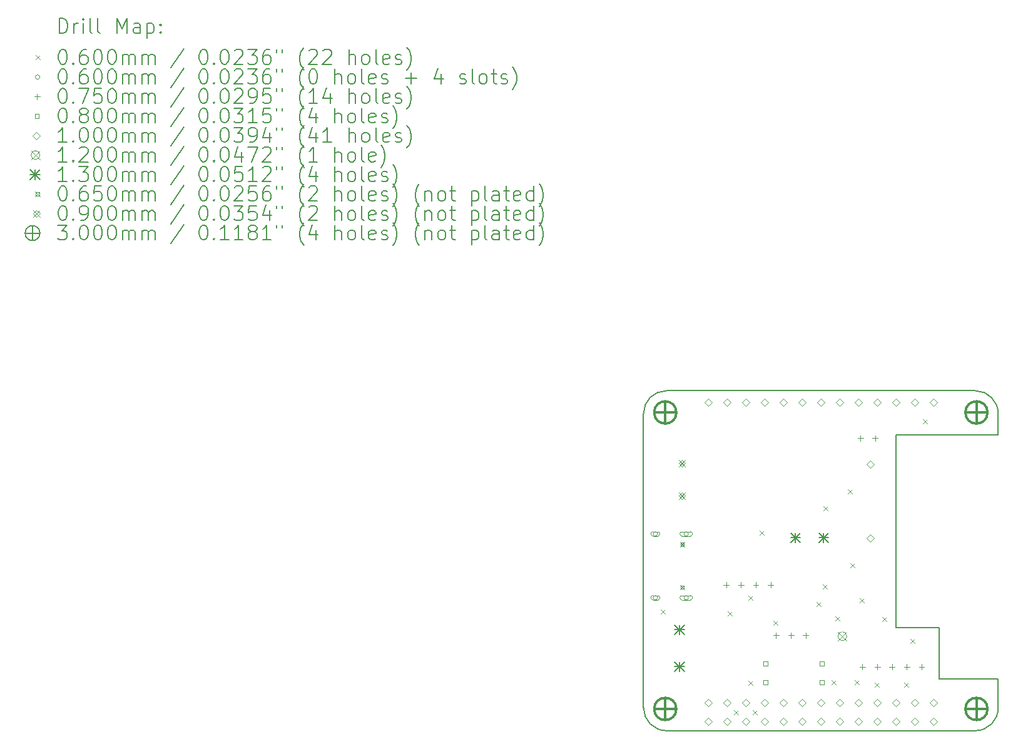
<source format=gbr>
%TF.GenerationSoftware,KiCad,Pcbnew,8.99.0-unknown*%
%TF.CreationDate,2024-03-12T12:42:01+03:00*%
%TF.ProjectId,opi-hat,6f70692d-6861-4742-9e6b-696361645f70,rev?*%
%TF.SameCoordinates,Original*%
%TF.FileFunction,Drillmap*%
%TF.FilePolarity,Positive*%
%FSLAX45Y45*%
G04 Gerber Fmt 4.5, Leading zero omitted, Abs format (unit mm)*
G04 Created by KiCad (PCBNEW 8.99.0-unknown) date 2024-03-12 12:42:01*
%MOMM*%
%LPD*%
G01*
G04 APERTURE LIST*
%ADD10C,0.127000*%
%ADD11C,0.200000*%
%ADD12C,0.100000*%
%ADD13C,0.120000*%
%ADD14C,0.130000*%
%ADD15C,0.300000*%
G04 APERTURE END LIST*
D10*
X8168130Y-5458690D02*
X8168130Y-9438690D01*
X8478130Y-9748690D02*
X12658130Y-9748690D01*
X11584125Y-5750151D02*
X11584125Y-8353651D01*
X11584125Y-8353651D02*
X12168325Y-8353651D01*
X12168325Y-8353651D02*
X12168325Y-9052151D01*
X12168325Y-9052151D02*
X12968425Y-9052151D01*
X12658130Y-5148690D02*
X8478130Y-5148690D01*
X12968130Y-5750151D02*
X11584125Y-5750151D01*
X12968130Y-5750151D02*
X12968130Y-5458690D01*
X12968425Y-9052151D02*
X12968425Y-9438231D01*
X8168130Y-5458690D02*
G75*
G02*
X8478130Y-5148690I310000J0D01*
G01*
X8478130Y-9748690D02*
G75*
G02*
X8168130Y-9438690I0J310000D01*
G01*
X12658130Y-5148690D02*
G75*
G02*
X12968130Y-5458690I0J-310000D01*
G01*
X12968130Y-9438690D02*
G75*
G02*
X12658130Y-9748689I-310000J0D01*
G01*
D11*
D12*
X8402800Y-8110700D02*
X8462800Y-8170700D01*
X8462800Y-8110700D02*
X8402800Y-8170700D01*
X9304500Y-8136100D02*
X9364500Y-8196100D01*
X9364500Y-8136100D02*
X9304500Y-8196100D01*
X9393400Y-9469600D02*
X9453400Y-9529600D01*
X9453400Y-9469600D02*
X9393400Y-9529600D01*
X9583900Y-7920200D02*
X9643900Y-7980200D01*
X9643900Y-7920200D02*
X9583900Y-7980200D01*
X9583900Y-9075900D02*
X9643900Y-9135900D01*
X9643900Y-9075900D02*
X9583900Y-9135900D01*
X9647400Y-9469600D02*
X9707400Y-9529600D01*
X9707400Y-9469600D02*
X9647400Y-9529600D01*
X9736300Y-7043900D02*
X9796300Y-7103900D01*
X9796300Y-7043900D02*
X9736300Y-7103900D01*
X9926800Y-8263100D02*
X9986800Y-8323100D01*
X9986800Y-8263100D02*
X9926800Y-8323100D01*
X10511000Y-8009100D02*
X10571000Y-8069100D01*
X10571000Y-8009100D02*
X10511000Y-8069100D01*
X10592280Y-7767800D02*
X10652280Y-7827800D01*
X10652280Y-7767800D02*
X10592280Y-7827800D01*
X10599900Y-6713700D02*
X10659900Y-6773700D01*
X10659900Y-6713700D02*
X10599900Y-6773700D01*
X10714200Y-9063200D02*
X10774200Y-9123200D01*
X10774200Y-9063200D02*
X10714200Y-9123200D01*
X10765000Y-8199600D02*
X10825000Y-8259600D01*
X10825000Y-8199600D02*
X10765000Y-8259600D01*
X10930100Y-6485100D02*
X10990100Y-6545100D01*
X10990100Y-6485100D02*
X10930100Y-6545100D01*
X10963120Y-7478240D02*
X11023120Y-7538240D01*
X11023120Y-7478240D02*
X10963120Y-7538240D01*
X11023674Y-9063200D02*
X11083674Y-9123200D01*
X11083674Y-9063200D02*
X11023674Y-9123200D01*
X11095200Y-7958300D02*
X11155200Y-8018300D01*
X11155200Y-7958300D02*
X11095200Y-8018300D01*
X11298400Y-9101300D02*
X11358400Y-9161300D01*
X11358400Y-9101300D02*
X11298400Y-9161300D01*
X11400000Y-8212300D02*
X11460000Y-8272300D01*
X11460000Y-8212300D02*
X11400000Y-8272300D01*
X11692100Y-9101300D02*
X11752100Y-9161300D01*
X11752100Y-9101300D02*
X11692100Y-9161300D01*
X11781000Y-8504400D02*
X11841000Y-8564400D01*
X11841000Y-8504400D02*
X11781000Y-8564400D01*
X11946100Y-5532600D02*
X12006100Y-5592600D01*
X12006100Y-5532600D02*
X11946100Y-5592600D01*
X8357800Y-7086400D02*
G75*
G02*
X8297800Y-7086400I-30000J0D01*
G01*
X8297800Y-7086400D02*
G75*
G02*
X8357800Y-7086400I30000J0D01*
G01*
X8297800Y-7116400D02*
X8357800Y-7116400D01*
X8357800Y-7056400D02*
G75*
G02*
X8357800Y-7116400I0J-30000D01*
G01*
X8357800Y-7056400D02*
X8297800Y-7056400D01*
X8297800Y-7056400D02*
G75*
G03*
X8297800Y-7116400I0J-30000D01*
G01*
X8357800Y-7950400D02*
G75*
G02*
X8297800Y-7950400I-30000J0D01*
G01*
X8297800Y-7950400D02*
G75*
G02*
X8357800Y-7950400I30000J0D01*
G01*
X8297800Y-7980400D02*
X8357800Y-7980400D01*
X8357800Y-7920400D02*
G75*
G02*
X8357800Y-7980400I0J-30000D01*
G01*
X8357800Y-7920400D02*
X8297800Y-7920400D01*
X8297800Y-7920400D02*
G75*
G03*
X8297800Y-7980400I0J-30000D01*
G01*
X8775800Y-7086400D02*
G75*
G02*
X8715800Y-7086400I-30000J0D01*
G01*
X8715800Y-7086400D02*
G75*
G02*
X8775800Y-7086400I30000J0D01*
G01*
X8690800Y-7116400D02*
X8800800Y-7116400D01*
X8800800Y-7056400D02*
G75*
G02*
X8800800Y-7116400I0J-30000D01*
G01*
X8800800Y-7056400D02*
X8690800Y-7056400D01*
X8690800Y-7056400D02*
G75*
G03*
X8690800Y-7116400I0J-30000D01*
G01*
X8775800Y-7950400D02*
G75*
G02*
X8715800Y-7950400I-30000J0D01*
G01*
X8715800Y-7950400D02*
G75*
G02*
X8775800Y-7950400I30000J0D01*
G01*
X8690800Y-7980400D02*
X8800800Y-7980400D01*
X8800800Y-7920400D02*
G75*
G02*
X8800800Y-7980400I0J-30000D01*
G01*
X8800800Y-7920400D02*
X8690800Y-7920400D01*
X8690800Y-7920400D02*
G75*
G03*
X8690800Y-7980400I0J-30000D01*
G01*
X9288500Y-7739100D02*
X9288500Y-7814100D01*
X9251000Y-7776600D02*
X9326000Y-7776600D01*
X9488500Y-7739100D02*
X9488500Y-7814100D01*
X9451000Y-7776600D02*
X9526000Y-7776600D01*
X9688500Y-7739100D02*
X9688500Y-7814100D01*
X9651000Y-7776600D02*
X9726000Y-7776600D01*
X9888500Y-7739100D02*
X9888500Y-7814100D01*
X9851000Y-7776600D02*
X9926000Y-7776600D01*
X9963200Y-8420700D02*
X9963200Y-8495700D01*
X9925700Y-8458200D02*
X10000700Y-8458200D01*
X10163200Y-8420700D02*
X10163200Y-8495700D01*
X10125700Y-8458200D02*
X10200700Y-8458200D01*
X10363200Y-8420700D02*
X10363200Y-8495700D01*
X10325700Y-8458200D02*
X10400700Y-8458200D01*
X11103000Y-5753700D02*
X11103000Y-5828700D01*
X11065500Y-5791200D02*
X11140500Y-5791200D01*
X11131600Y-8848300D02*
X11131600Y-8923300D01*
X11094100Y-8885800D02*
X11169100Y-8885800D01*
X11303000Y-5753700D02*
X11303000Y-5828700D01*
X11265500Y-5791200D02*
X11340500Y-5791200D01*
X11331600Y-8848300D02*
X11331600Y-8923300D01*
X11294100Y-8885800D02*
X11369100Y-8885800D01*
X11531600Y-8848300D02*
X11531600Y-8923300D01*
X11494100Y-8885800D02*
X11569100Y-8885800D01*
X11731600Y-8848300D02*
X11731600Y-8923300D01*
X11694100Y-8885800D02*
X11769100Y-8885800D01*
X11931600Y-8848300D02*
X11931600Y-8923300D01*
X11894100Y-8885800D02*
X11969100Y-8885800D01*
X9845385Y-8867485D02*
X9845385Y-8810916D01*
X9788816Y-8810916D01*
X9788816Y-8867485D01*
X9845385Y-8867485D01*
X9845385Y-9121485D02*
X9845385Y-9064916D01*
X9788816Y-9064916D01*
X9788816Y-9121485D01*
X9845385Y-9121485D01*
X10607385Y-8867485D02*
X10607385Y-8810916D01*
X10550816Y-8810916D01*
X10550816Y-8867485D01*
X10607385Y-8867485D01*
X10607385Y-9121485D02*
X10607385Y-9064916D01*
X10550816Y-9064916D01*
X10550816Y-9121485D01*
X10607385Y-9121485D01*
X9044125Y-5355651D02*
X9094125Y-5305651D01*
X9044125Y-5255651D01*
X8994125Y-5305651D01*
X9044125Y-5355651D01*
X9044125Y-9419651D02*
X9094125Y-9369651D01*
X9044125Y-9319651D01*
X8994125Y-9369651D01*
X9044125Y-9419651D01*
X9044125Y-9673651D02*
X9094125Y-9623651D01*
X9044125Y-9573651D01*
X8994125Y-9623651D01*
X9044125Y-9673651D01*
X9298125Y-5355651D02*
X9348125Y-5305651D01*
X9298125Y-5255651D01*
X9248125Y-5305651D01*
X9298125Y-5355651D01*
X9298125Y-9419651D02*
X9348125Y-9369651D01*
X9298125Y-9319651D01*
X9248125Y-9369651D01*
X9298125Y-9419651D01*
X9298125Y-9673651D02*
X9348125Y-9623651D01*
X9298125Y-9573651D01*
X9248125Y-9623651D01*
X9298125Y-9673651D01*
X9552125Y-5355651D02*
X9602125Y-5305651D01*
X9552125Y-5255651D01*
X9502125Y-5305651D01*
X9552125Y-5355651D01*
X9552125Y-9419651D02*
X9602125Y-9369651D01*
X9552125Y-9319651D01*
X9502125Y-9369651D01*
X9552125Y-9419651D01*
X9552125Y-9673651D02*
X9602125Y-9623651D01*
X9552125Y-9573651D01*
X9502125Y-9623651D01*
X9552125Y-9673651D01*
X9806125Y-5355651D02*
X9856125Y-5305651D01*
X9806125Y-5255651D01*
X9756125Y-5305651D01*
X9806125Y-5355651D01*
X9806125Y-9419651D02*
X9856125Y-9369651D01*
X9806125Y-9319651D01*
X9756125Y-9369651D01*
X9806125Y-9419651D01*
X9806125Y-9673651D02*
X9856125Y-9623651D01*
X9806125Y-9573651D01*
X9756125Y-9623651D01*
X9806125Y-9673651D01*
X10060125Y-5355651D02*
X10110125Y-5305651D01*
X10060125Y-5255651D01*
X10010125Y-5305651D01*
X10060125Y-5355651D01*
X10060125Y-9419651D02*
X10110125Y-9369651D01*
X10060125Y-9319651D01*
X10010125Y-9369651D01*
X10060125Y-9419651D01*
X10060125Y-9673651D02*
X10110125Y-9623651D01*
X10060125Y-9573651D01*
X10010125Y-9623651D01*
X10060125Y-9673651D01*
X10314125Y-5355651D02*
X10364125Y-5305651D01*
X10314125Y-5255651D01*
X10264125Y-5305651D01*
X10314125Y-5355651D01*
X10314125Y-9419651D02*
X10364125Y-9369651D01*
X10314125Y-9319651D01*
X10264125Y-9369651D01*
X10314125Y-9419651D01*
X10314125Y-9673651D02*
X10364125Y-9623651D01*
X10314125Y-9573651D01*
X10264125Y-9623651D01*
X10314125Y-9673651D01*
X10568125Y-5355651D02*
X10618125Y-5305651D01*
X10568125Y-5255651D01*
X10518125Y-5305651D01*
X10568125Y-5355651D01*
X10568125Y-9419651D02*
X10618125Y-9369651D01*
X10568125Y-9319651D01*
X10518125Y-9369651D01*
X10568125Y-9419651D01*
X10568125Y-9673651D02*
X10618125Y-9623651D01*
X10568125Y-9573651D01*
X10518125Y-9623651D01*
X10568125Y-9673651D01*
X10822125Y-5355651D02*
X10872125Y-5305651D01*
X10822125Y-5255651D01*
X10772125Y-5305651D01*
X10822125Y-5355651D01*
X10822125Y-9419651D02*
X10872125Y-9369651D01*
X10822125Y-9319651D01*
X10772125Y-9369651D01*
X10822125Y-9419651D01*
X10822125Y-9673651D02*
X10872125Y-9623651D01*
X10822125Y-9573651D01*
X10772125Y-9623651D01*
X10822125Y-9673651D01*
X11076125Y-5355651D02*
X11126125Y-5305651D01*
X11076125Y-5255651D01*
X11026125Y-5305651D01*
X11076125Y-5355651D01*
X11076125Y-9419651D02*
X11126125Y-9369651D01*
X11076125Y-9319651D01*
X11026125Y-9369651D01*
X11076125Y-9419651D01*
X11076125Y-9673651D02*
X11126125Y-9623651D01*
X11076125Y-9573651D01*
X11026125Y-9623651D01*
X11076125Y-9673651D01*
X11239500Y-6192100D02*
X11289500Y-6142100D01*
X11239500Y-6092100D01*
X11189500Y-6142100D01*
X11239500Y-6192100D01*
X11239500Y-7192100D02*
X11289500Y-7142100D01*
X11239500Y-7092100D01*
X11189500Y-7142100D01*
X11239500Y-7192100D01*
X11330125Y-5355651D02*
X11380125Y-5305651D01*
X11330125Y-5255651D01*
X11280125Y-5305651D01*
X11330125Y-5355651D01*
X11330125Y-9419651D02*
X11380125Y-9369651D01*
X11330125Y-9319651D01*
X11280125Y-9369651D01*
X11330125Y-9419651D01*
X11330125Y-9673651D02*
X11380125Y-9623651D01*
X11330125Y-9573651D01*
X11280125Y-9623651D01*
X11330125Y-9673651D01*
X11584125Y-5355651D02*
X11634125Y-5305651D01*
X11584125Y-5255651D01*
X11534125Y-5305651D01*
X11584125Y-5355651D01*
X11584125Y-9419651D02*
X11634125Y-9369651D01*
X11584125Y-9319651D01*
X11534125Y-9369651D01*
X11584125Y-9419651D01*
X11584125Y-9673651D02*
X11634125Y-9623651D01*
X11584125Y-9573651D01*
X11534125Y-9623651D01*
X11584125Y-9673651D01*
X11838125Y-5355651D02*
X11888125Y-5305651D01*
X11838125Y-5255651D01*
X11788125Y-5305651D01*
X11838125Y-5355651D01*
X11838125Y-9419651D02*
X11888125Y-9369651D01*
X11838125Y-9319651D01*
X11788125Y-9369651D01*
X11838125Y-9419651D01*
X11838125Y-9673651D02*
X11888125Y-9623651D01*
X11838125Y-9573651D01*
X11788125Y-9623651D01*
X11838125Y-9673651D01*
X12092125Y-5355651D02*
X12142125Y-5305651D01*
X12092125Y-5255651D01*
X12042125Y-5305651D01*
X12092125Y-5355651D01*
X12092125Y-9419651D02*
X12142125Y-9369651D01*
X12092125Y-9319651D01*
X12042125Y-9369651D01*
X12092125Y-9419651D01*
X12092125Y-9673651D02*
X12142125Y-9623651D01*
X12092125Y-9573651D01*
X12042125Y-9623651D01*
X12092125Y-9673651D01*
D13*
X10798500Y-8410900D02*
X10918500Y-8530900D01*
X10918500Y-8410900D02*
X10798500Y-8530900D01*
X10918500Y-8470900D02*
G75*
G02*
X10798500Y-8470900I-60000J0D01*
G01*
X10798500Y-8470900D02*
G75*
G02*
X10918500Y-8470900I60000J0D01*
G01*
D14*
X8591300Y-8317000D02*
X8721300Y-8447000D01*
X8721300Y-8317000D02*
X8591300Y-8447000D01*
X8656300Y-8317000D02*
X8656300Y-8447000D01*
X8591300Y-8382000D02*
X8721300Y-8382000D01*
X8591300Y-8817000D02*
X8721300Y-8947000D01*
X8721300Y-8817000D02*
X8591300Y-8947000D01*
X8656300Y-8817000D02*
X8656300Y-8947000D01*
X8591300Y-8882000D02*
X8721300Y-8882000D01*
X10158500Y-7072400D02*
X10288500Y-7202400D01*
X10288500Y-7072400D02*
X10158500Y-7202400D01*
X10223500Y-7072400D02*
X10223500Y-7202400D01*
X10158500Y-7137400D02*
X10288500Y-7137400D01*
X10539500Y-7072400D02*
X10669500Y-7202400D01*
X10669500Y-7072400D02*
X10539500Y-7202400D01*
X10604500Y-7072400D02*
X10604500Y-7202400D01*
X10539500Y-7137400D02*
X10669500Y-7137400D01*
D12*
X8660300Y-7196900D02*
X8725300Y-7261900D01*
X8725300Y-7196900D02*
X8660300Y-7261900D01*
X8715781Y-7252381D02*
X8715781Y-7206419D01*
X8669819Y-7206419D01*
X8669819Y-7252381D01*
X8715781Y-7252381D01*
X8660300Y-7774900D02*
X8725300Y-7839900D01*
X8725300Y-7774900D02*
X8660300Y-7839900D01*
X8715781Y-7830381D02*
X8715781Y-7784419D01*
X8669819Y-7784419D01*
X8669819Y-7830381D01*
X8715781Y-7830381D01*
X8642700Y-6085000D02*
X8732700Y-6175000D01*
X8732700Y-6085000D02*
X8642700Y-6175000D01*
X8687700Y-6175000D02*
X8732700Y-6130000D01*
X8687700Y-6085000D01*
X8642700Y-6130000D01*
X8687700Y-6175000D01*
X8642700Y-6525000D02*
X8732700Y-6615000D01*
X8732700Y-6525000D02*
X8642700Y-6615000D01*
X8687700Y-6615000D02*
X8732700Y-6570000D01*
X8687700Y-6525000D01*
X8642700Y-6570000D01*
X8687700Y-6615000D01*
D15*
X8462579Y-5293149D02*
X8462579Y-5593149D01*
X8312579Y-5443149D02*
X8612579Y-5443149D01*
X8612579Y-5443149D02*
G75*
G02*
X8312579Y-5443149I-150000J0D01*
G01*
X8312579Y-5443149D02*
G75*
G02*
X8612579Y-5443149I150000J0D01*
G01*
X8462579Y-9304241D02*
X8462579Y-9604241D01*
X8312579Y-9454241D02*
X8612579Y-9454241D01*
X8612579Y-9454241D02*
G75*
G02*
X8312579Y-9454241I-150000J0D01*
G01*
X8312579Y-9454241D02*
G75*
G02*
X8612579Y-9454241I150000J0D01*
G01*
X12673671Y-5293149D02*
X12673671Y-5593149D01*
X12523671Y-5443149D02*
X12823671Y-5443149D01*
X12823671Y-5443149D02*
G75*
G02*
X12523671Y-5443149I-150000J0D01*
G01*
X12523671Y-5443149D02*
G75*
G02*
X12823671Y-5443149I150000J0D01*
G01*
X12673671Y-9304241D02*
X12673671Y-9604241D01*
X12523671Y-9454241D02*
X12823671Y-9454241D01*
X12823671Y-9454241D02*
G75*
G02*
X12523671Y-9454241I-150000J0D01*
G01*
X12523671Y-9454241D02*
G75*
G02*
X12823671Y-9454241I150000J0D01*
G01*
D11*
X260777Y-311484D02*
X260777Y-111484D01*
X260777Y-111484D02*
X308396Y-111484D01*
X308396Y-111484D02*
X336967Y-121008D01*
X336967Y-121008D02*
X356015Y-140055D01*
X356015Y-140055D02*
X365539Y-159103D01*
X365539Y-159103D02*
X375062Y-197198D01*
X375062Y-197198D02*
X375062Y-225769D01*
X375062Y-225769D02*
X365539Y-263865D01*
X365539Y-263865D02*
X356015Y-282912D01*
X356015Y-282912D02*
X336967Y-301960D01*
X336967Y-301960D02*
X308396Y-311484D01*
X308396Y-311484D02*
X260777Y-311484D01*
X460777Y-311484D02*
X460777Y-178150D01*
X460777Y-216246D02*
X470301Y-197198D01*
X470301Y-197198D02*
X479824Y-187674D01*
X479824Y-187674D02*
X498872Y-178150D01*
X498872Y-178150D02*
X517920Y-178150D01*
X584586Y-311484D02*
X584586Y-178150D01*
X584586Y-111484D02*
X575063Y-121008D01*
X575063Y-121008D02*
X584586Y-130531D01*
X584586Y-130531D02*
X594110Y-121008D01*
X594110Y-121008D02*
X584586Y-111484D01*
X584586Y-111484D02*
X584586Y-130531D01*
X708396Y-311484D02*
X689348Y-301960D01*
X689348Y-301960D02*
X679824Y-282912D01*
X679824Y-282912D02*
X679824Y-111484D01*
X813158Y-311484D02*
X794110Y-301960D01*
X794110Y-301960D02*
X784586Y-282912D01*
X784586Y-282912D02*
X784586Y-111484D01*
X1041729Y-311484D02*
X1041729Y-111484D01*
X1041729Y-111484D02*
X1108396Y-254341D01*
X1108396Y-254341D02*
X1175063Y-111484D01*
X1175063Y-111484D02*
X1175063Y-311484D01*
X1356015Y-311484D02*
X1356015Y-206722D01*
X1356015Y-206722D02*
X1346491Y-187674D01*
X1346491Y-187674D02*
X1327444Y-178150D01*
X1327444Y-178150D02*
X1289348Y-178150D01*
X1289348Y-178150D02*
X1270301Y-187674D01*
X1356015Y-301960D02*
X1336967Y-311484D01*
X1336967Y-311484D02*
X1289348Y-311484D01*
X1289348Y-311484D02*
X1270301Y-301960D01*
X1270301Y-301960D02*
X1260777Y-282912D01*
X1260777Y-282912D02*
X1260777Y-263865D01*
X1260777Y-263865D02*
X1270301Y-244817D01*
X1270301Y-244817D02*
X1289348Y-235293D01*
X1289348Y-235293D02*
X1336967Y-235293D01*
X1336967Y-235293D02*
X1356015Y-225769D01*
X1451253Y-178150D02*
X1451253Y-378150D01*
X1451253Y-187674D02*
X1470301Y-178150D01*
X1470301Y-178150D02*
X1508396Y-178150D01*
X1508396Y-178150D02*
X1527443Y-187674D01*
X1527443Y-187674D02*
X1536967Y-197198D01*
X1536967Y-197198D02*
X1546491Y-216246D01*
X1546491Y-216246D02*
X1546491Y-273389D01*
X1546491Y-273389D02*
X1536967Y-292436D01*
X1536967Y-292436D02*
X1527443Y-301960D01*
X1527443Y-301960D02*
X1508396Y-311484D01*
X1508396Y-311484D02*
X1470301Y-311484D01*
X1470301Y-311484D02*
X1451253Y-301960D01*
X1632205Y-292436D02*
X1641729Y-301960D01*
X1641729Y-301960D02*
X1632205Y-311484D01*
X1632205Y-311484D02*
X1622682Y-301960D01*
X1622682Y-301960D02*
X1632205Y-292436D01*
X1632205Y-292436D02*
X1632205Y-311484D01*
X1632205Y-187674D02*
X1641729Y-197198D01*
X1641729Y-197198D02*
X1632205Y-206722D01*
X1632205Y-206722D02*
X1622682Y-197198D01*
X1622682Y-197198D02*
X1632205Y-187674D01*
X1632205Y-187674D02*
X1632205Y-206722D01*
D12*
X-60000Y-610000D02*
X0Y-670000D01*
X0Y-610000D02*
X-60000Y-670000D01*
D11*
X298872Y-531484D02*
X317920Y-531484D01*
X317920Y-531484D02*
X336967Y-541008D01*
X336967Y-541008D02*
X346491Y-550531D01*
X346491Y-550531D02*
X356015Y-569579D01*
X356015Y-569579D02*
X365539Y-607674D01*
X365539Y-607674D02*
X365539Y-655293D01*
X365539Y-655293D02*
X356015Y-693389D01*
X356015Y-693389D02*
X346491Y-712436D01*
X346491Y-712436D02*
X336967Y-721960D01*
X336967Y-721960D02*
X317920Y-731484D01*
X317920Y-731484D02*
X298872Y-731484D01*
X298872Y-731484D02*
X279824Y-721960D01*
X279824Y-721960D02*
X270301Y-712436D01*
X270301Y-712436D02*
X260777Y-693389D01*
X260777Y-693389D02*
X251253Y-655293D01*
X251253Y-655293D02*
X251253Y-607674D01*
X251253Y-607674D02*
X260777Y-569579D01*
X260777Y-569579D02*
X270301Y-550531D01*
X270301Y-550531D02*
X279824Y-541008D01*
X279824Y-541008D02*
X298872Y-531484D01*
X451253Y-712436D02*
X460777Y-721960D01*
X460777Y-721960D02*
X451253Y-731484D01*
X451253Y-731484D02*
X441729Y-721960D01*
X441729Y-721960D02*
X451253Y-712436D01*
X451253Y-712436D02*
X451253Y-731484D01*
X632205Y-531484D02*
X594110Y-531484D01*
X594110Y-531484D02*
X575063Y-541008D01*
X575063Y-541008D02*
X565539Y-550531D01*
X565539Y-550531D02*
X546491Y-579103D01*
X546491Y-579103D02*
X536967Y-617198D01*
X536967Y-617198D02*
X536967Y-693389D01*
X536967Y-693389D02*
X546491Y-712436D01*
X546491Y-712436D02*
X556015Y-721960D01*
X556015Y-721960D02*
X575063Y-731484D01*
X575063Y-731484D02*
X613158Y-731484D01*
X613158Y-731484D02*
X632205Y-721960D01*
X632205Y-721960D02*
X641729Y-712436D01*
X641729Y-712436D02*
X651253Y-693389D01*
X651253Y-693389D02*
X651253Y-645770D01*
X651253Y-645770D02*
X641729Y-626722D01*
X641729Y-626722D02*
X632205Y-617198D01*
X632205Y-617198D02*
X613158Y-607674D01*
X613158Y-607674D02*
X575063Y-607674D01*
X575063Y-607674D02*
X556015Y-617198D01*
X556015Y-617198D02*
X546491Y-626722D01*
X546491Y-626722D02*
X536967Y-645770D01*
X775062Y-531484D02*
X794110Y-531484D01*
X794110Y-531484D02*
X813158Y-541008D01*
X813158Y-541008D02*
X822682Y-550531D01*
X822682Y-550531D02*
X832205Y-569579D01*
X832205Y-569579D02*
X841729Y-607674D01*
X841729Y-607674D02*
X841729Y-655293D01*
X841729Y-655293D02*
X832205Y-693389D01*
X832205Y-693389D02*
X822682Y-712436D01*
X822682Y-712436D02*
X813158Y-721960D01*
X813158Y-721960D02*
X794110Y-731484D01*
X794110Y-731484D02*
X775062Y-731484D01*
X775062Y-731484D02*
X756015Y-721960D01*
X756015Y-721960D02*
X746491Y-712436D01*
X746491Y-712436D02*
X736967Y-693389D01*
X736967Y-693389D02*
X727443Y-655293D01*
X727443Y-655293D02*
X727443Y-607674D01*
X727443Y-607674D02*
X736967Y-569579D01*
X736967Y-569579D02*
X746491Y-550531D01*
X746491Y-550531D02*
X756015Y-541008D01*
X756015Y-541008D02*
X775062Y-531484D01*
X965539Y-531484D02*
X984586Y-531484D01*
X984586Y-531484D02*
X1003634Y-541008D01*
X1003634Y-541008D02*
X1013158Y-550531D01*
X1013158Y-550531D02*
X1022682Y-569579D01*
X1022682Y-569579D02*
X1032205Y-607674D01*
X1032205Y-607674D02*
X1032205Y-655293D01*
X1032205Y-655293D02*
X1022682Y-693389D01*
X1022682Y-693389D02*
X1013158Y-712436D01*
X1013158Y-712436D02*
X1003634Y-721960D01*
X1003634Y-721960D02*
X984586Y-731484D01*
X984586Y-731484D02*
X965539Y-731484D01*
X965539Y-731484D02*
X946491Y-721960D01*
X946491Y-721960D02*
X936967Y-712436D01*
X936967Y-712436D02*
X927443Y-693389D01*
X927443Y-693389D02*
X917920Y-655293D01*
X917920Y-655293D02*
X917920Y-607674D01*
X917920Y-607674D02*
X927443Y-569579D01*
X927443Y-569579D02*
X936967Y-550531D01*
X936967Y-550531D02*
X946491Y-541008D01*
X946491Y-541008D02*
X965539Y-531484D01*
X1117920Y-731484D02*
X1117920Y-598150D01*
X1117920Y-617198D02*
X1127444Y-607674D01*
X1127444Y-607674D02*
X1146491Y-598150D01*
X1146491Y-598150D02*
X1175063Y-598150D01*
X1175063Y-598150D02*
X1194110Y-607674D01*
X1194110Y-607674D02*
X1203634Y-626722D01*
X1203634Y-626722D02*
X1203634Y-731484D01*
X1203634Y-626722D02*
X1213158Y-607674D01*
X1213158Y-607674D02*
X1232205Y-598150D01*
X1232205Y-598150D02*
X1260777Y-598150D01*
X1260777Y-598150D02*
X1279825Y-607674D01*
X1279825Y-607674D02*
X1289348Y-626722D01*
X1289348Y-626722D02*
X1289348Y-731484D01*
X1384586Y-731484D02*
X1384586Y-598150D01*
X1384586Y-617198D02*
X1394110Y-607674D01*
X1394110Y-607674D02*
X1413158Y-598150D01*
X1413158Y-598150D02*
X1441729Y-598150D01*
X1441729Y-598150D02*
X1460777Y-607674D01*
X1460777Y-607674D02*
X1470301Y-626722D01*
X1470301Y-626722D02*
X1470301Y-731484D01*
X1470301Y-626722D02*
X1479824Y-607674D01*
X1479824Y-607674D02*
X1498872Y-598150D01*
X1498872Y-598150D02*
X1527443Y-598150D01*
X1527443Y-598150D02*
X1546491Y-607674D01*
X1546491Y-607674D02*
X1556015Y-626722D01*
X1556015Y-626722D02*
X1556015Y-731484D01*
X1946491Y-521960D02*
X1775063Y-779103D01*
X2203634Y-531484D02*
X2222682Y-531484D01*
X2222682Y-531484D02*
X2241729Y-541008D01*
X2241729Y-541008D02*
X2251253Y-550531D01*
X2251253Y-550531D02*
X2260777Y-569579D01*
X2260777Y-569579D02*
X2270301Y-607674D01*
X2270301Y-607674D02*
X2270301Y-655293D01*
X2270301Y-655293D02*
X2260777Y-693389D01*
X2260777Y-693389D02*
X2251253Y-712436D01*
X2251253Y-712436D02*
X2241729Y-721960D01*
X2241729Y-721960D02*
X2222682Y-731484D01*
X2222682Y-731484D02*
X2203634Y-731484D01*
X2203634Y-731484D02*
X2184587Y-721960D01*
X2184587Y-721960D02*
X2175063Y-712436D01*
X2175063Y-712436D02*
X2165539Y-693389D01*
X2165539Y-693389D02*
X2156015Y-655293D01*
X2156015Y-655293D02*
X2156015Y-607674D01*
X2156015Y-607674D02*
X2165539Y-569579D01*
X2165539Y-569579D02*
X2175063Y-550531D01*
X2175063Y-550531D02*
X2184587Y-541008D01*
X2184587Y-541008D02*
X2203634Y-531484D01*
X2356015Y-712436D02*
X2365539Y-721960D01*
X2365539Y-721960D02*
X2356015Y-731484D01*
X2356015Y-731484D02*
X2346491Y-721960D01*
X2346491Y-721960D02*
X2356015Y-712436D01*
X2356015Y-712436D02*
X2356015Y-731484D01*
X2489348Y-531484D02*
X2508396Y-531484D01*
X2508396Y-531484D02*
X2527444Y-541008D01*
X2527444Y-541008D02*
X2536968Y-550531D01*
X2536968Y-550531D02*
X2546491Y-569579D01*
X2546491Y-569579D02*
X2556015Y-607674D01*
X2556015Y-607674D02*
X2556015Y-655293D01*
X2556015Y-655293D02*
X2546491Y-693389D01*
X2546491Y-693389D02*
X2536968Y-712436D01*
X2536968Y-712436D02*
X2527444Y-721960D01*
X2527444Y-721960D02*
X2508396Y-731484D01*
X2508396Y-731484D02*
X2489348Y-731484D01*
X2489348Y-731484D02*
X2470301Y-721960D01*
X2470301Y-721960D02*
X2460777Y-712436D01*
X2460777Y-712436D02*
X2451253Y-693389D01*
X2451253Y-693389D02*
X2441729Y-655293D01*
X2441729Y-655293D02*
X2441729Y-607674D01*
X2441729Y-607674D02*
X2451253Y-569579D01*
X2451253Y-569579D02*
X2460777Y-550531D01*
X2460777Y-550531D02*
X2470301Y-541008D01*
X2470301Y-541008D02*
X2489348Y-531484D01*
X2632206Y-550531D02*
X2641729Y-541008D01*
X2641729Y-541008D02*
X2660777Y-531484D01*
X2660777Y-531484D02*
X2708396Y-531484D01*
X2708396Y-531484D02*
X2727444Y-541008D01*
X2727444Y-541008D02*
X2736968Y-550531D01*
X2736968Y-550531D02*
X2746491Y-569579D01*
X2746491Y-569579D02*
X2746491Y-588627D01*
X2746491Y-588627D02*
X2736968Y-617198D01*
X2736968Y-617198D02*
X2622682Y-731484D01*
X2622682Y-731484D02*
X2746491Y-731484D01*
X2813158Y-531484D02*
X2936967Y-531484D01*
X2936967Y-531484D02*
X2870301Y-607674D01*
X2870301Y-607674D02*
X2898872Y-607674D01*
X2898872Y-607674D02*
X2917920Y-617198D01*
X2917920Y-617198D02*
X2927444Y-626722D01*
X2927444Y-626722D02*
X2936967Y-645770D01*
X2936967Y-645770D02*
X2936967Y-693389D01*
X2936967Y-693389D02*
X2927444Y-712436D01*
X2927444Y-712436D02*
X2917920Y-721960D01*
X2917920Y-721960D02*
X2898872Y-731484D01*
X2898872Y-731484D02*
X2841729Y-731484D01*
X2841729Y-731484D02*
X2822682Y-721960D01*
X2822682Y-721960D02*
X2813158Y-712436D01*
X3108396Y-531484D02*
X3070301Y-531484D01*
X3070301Y-531484D02*
X3051253Y-541008D01*
X3051253Y-541008D02*
X3041729Y-550531D01*
X3041729Y-550531D02*
X3022682Y-579103D01*
X3022682Y-579103D02*
X3013158Y-617198D01*
X3013158Y-617198D02*
X3013158Y-693389D01*
X3013158Y-693389D02*
X3022682Y-712436D01*
X3022682Y-712436D02*
X3032206Y-721960D01*
X3032206Y-721960D02*
X3051253Y-731484D01*
X3051253Y-731484D02*
X3089348Y-731484D01*
X3089348Y-731484D02*
X3108396Y-721960D01*
X3108396Y-721960D02*
X3117920Y-712436D01*
X3117920Y-712436D02*
X3127444Y-693389D01*
X3127444Y-693389D02*
X3127444Y-645770D01*
X3127444Y-645770D02*
X3117920Y-626722D01*
X3117920Y-626722D02*
X3108396Y-617198D01*
X3108396Y-617198D02*
X3089348Y-607674D01*
X3089348Y-607674D02*
X3051253Y-607674D01*
X3051253Y-607674D02*
X3032206Y-617198D01*
X3032206Y-617198D02*
X3022682Y-626722D01*
X3022682Y-626722D02*
X3013158Y-645770D01*
X3203634Y-531484D02*
X3203634Y-569579D01*
X3279825Y-531484D02*
X3279825Y-569579D01*
X3575063Y-807674D02*
X3565539Y-798150D01*
X3565539Y-798150D02*
X3546491Y-769579D01*
X3546491Y-769579D02*
X3536968Y-750531D01*
X3536968Y-750531D02*
X3527444Y-721960D01*
X3527444Y-721960D02*
X3517920Y-674341D01*
X3517920Y-674341D02*
X3517920Y-636246D01*
X3517920Y-636246D02*
X3527444Y-588627D01*
X3527444Y-588627D02*
X3536968Y-560055D01*
X3536968Y-560055D02*
X3546491Y-541008D01*
X3546491Y-541008D02*
X3565539Y-512436D01*
X3565539Y-512436D02*
X3575063Y-502912D01*
X3641729Y-550531D02*
X3651253Y-541008D01*
X3651253Y-541008D02*
X3670301Y-531484D01*
X3670301Y-531484D02*
X3717920Y-531484D01*
X3717920Y-531484D02*
X3736968Y-541008D01*
X3736968Y-541008D02*
X3746491Y-550531D01*
X3746491Y-550531D02*
X3756015Y-569579D01*
X3756015Y-569579D02*
X3756015Y-588627D01*
X3756015Y-588627D02*
X3746491Y-617198D01*
X3746491Y-617198D02*
X3632206Y-731484D01*
X3632206Y-731484D02*
X3756015Y-731484D01*
X3832206Y-550531D02*
X3841729Y-541008D01*
X3841729Y-541008D02*
X3860777Y-531484D01*
X3860777Y-531484D02*
X3908396Y-531484D01*
X3908396Y-531484D02*
X3927444Y-541008D01*
X3927444Y-541008D02*
X3936968Y-550531D01*
X3936968Y-550531D02*
X3946491Y-569579D01*
X3946491Y-569579D02*
X3946491Y-588627D01*
X3946491Y-588627D02*
X3936968Y-617198D01*
X3936968Y-617198D02*
X3822682Y-731484D01*
X3822682Y-731484D02*
X3946491Y-731484D01*
X4184587Y-731484D02*
X4184587Y-531484D01*
X4270301Y-731484D02*
X4270301Y-626722D01*
X4270301Y-626722D02*
X4260777Y-607674D01*
X4260777Y-607674D02*
X4241730Y-598150D01*
X4241730Y-598150D02*
X4213158Y-598150D01*
X4213158Y-598150D02*
X4194110Y-607674D01*
X4194110Y-607674D02*
X4184587Y-617198D01*
X4394111Y-731484D02*
X4375063Y-721960D01*
X4375063Y-721960D02*
X4365539Y-712436D01*
X4365539Y-712436D02*
X4356015Y-693389D01*
X4356015Y-693389D02*
X4356015Y-636246D01*
X4356015Y-636246D02*
X4365539Y-617198D01*
X4365539Y-617198D02*
X4375063Y-607674D01*
X4375063Y-607674D02*
X4394111Y-598150D01*
X4394111Y-598150D02*
X4422682Y-598150D01*
X4422682Y-598150D02*
X4441730Y-607674D01*
X4441730Y-607674D02*
X4451253Y-617198D01*
X4451253Y-617198D02*
X4460777Y-636246D01*
X4460777Y-636246D02*
X4460777Y-693389D01*
X4460777Y-693389D02*
X4451253Y-712436D01*
X4451253Y-712436D02*
X4441730Y-721960D01*
X4441730Y-721960D02*
X4422682Y-731484D01*
X4422682Y-731484D02*
X4394111Y-731484D01*
X4575063Y-731484D02*
X4556015Y-721960D01*
X4556015Y-721960D02*
X4546492Y-702912D01*
X4546492Y-702912D02*
X4546492Y-531484D01*
X4727444Y-721960D02*
X4708396Y-731484D01*
X4708396Y-731484D02*
X4670301Y-731484D01*
X4670301Y-731484D02*
X4651253Y-721960D01*
X4651253Y-721960D02*
X4641730Y-702912D01*
X4641730Y-702912D02*
X4641730Y-626722D01*
X4641730Y-626722D02*
X4651253Y-607674D01*
X4651253Y-607674D02*
X4670301Y-598150D01*
X4670301Y-598150D02*
X4708396Y-598150D01*
X4708396Y-598150D02*
X4727444Y-607674D01*
X4727444Y-607674D02*
X4736968Y-626722D01*
X4736968Y-626722D02*
X4736968Y-645770D01*
X4736968Y-645770D02*
X4641730Y-664817D01*
X4813158Y-721960D02*
X4832206Y-731484D01*
X4832206Y-731484D02*
X4870301Y-731484D01*
X4870301Y-731484D02*
X4889349Y-721960D01*
X4889349Y-721960D02*
X4898873Y-702912D01*
X4898873Y-702912D02*
X4898873Y-693389D01*
X4898873Y-693389D02*
X4889349Y-674341D01*
X4889349Y-674341D02*
X4870301Y-664817D01*
X4870301Y-664817D02*
X4841730Y-664817D01*
X4841730Y-664817D02*
X4822682Y-655293D01*
X4822682Y-655293D02*
X4813158Y-636246D01*
X4813158Y-636246D02*
X4813158Y-626722D01*
X4813158Y-626722D02*
X4822682Y-607674D01*
X4822682Y-607674D02*
X4841730Y-598150D01*
X4841730Y-598150D02*
X4870301Y-598150D01*
X4870301Y-598150D02*
X4889349Y-607674D01*
X4965539Y-807674D02*
X4975063Y-798150D01*
X4975063Y-798150D02*
X4994111Y-769579D01*
X4994111Y-769579D02*
X5003634Y-750531D01*
X5003634Y-750531D02*
X5013158Y-721960D01*
X5013158Y-721960D02*
X5022682Y-674341D01*
X5022682Y-674341D02*
X5022682Y-636246D01*
X5022682Y-636246D02*
X5013158Y-588627D01*
X5013158Y-588627D02*
X5003634Y-560055D01*
X5003634Y-560055D02*
X4994111Y-541008D01*
X4994111Y-541008D02*
X4975063Y-512436D01*
X4975063Y-512436D02*
X4965539Y-502912D01*
D12*
X0Y-904000D02*
G75*
G02*
X-60000Y-904000I-30000J0D01*
G01*
X-60000Y-904000D02*
G75*
G02*
X0Y-904000I30000J0D01*
G01*
D11*
X298872Y-795484D02*
X317920Y-795484D01*
X317920Y-795484D02*
X336967Y-805008D01*
X336967Y-805008D02*
X346491Y-814531D01*
X346491Y-814531D02*
X356015Y-833579D01*
X356015Y-833579D02*
X365539Y-871674D01*
X365539Y-871674D02*
X365539Y-919293D01*
X365539Y-919293D02*
X356015Y-957388D01*
X356015Y-957388D02*
X346491Y-976436D01*
X346491Y-976436D02*
X336967Y-985960D01*
X336967Y-985960D02*
X317920Y-995484D01*
X317920Y-995484D02*
X298872Y-995484D01*
X298872Y-995484D02*
X279824Y-985960D01*
X279824Y-985960D02*
X270301Y-976436D01*
X270301Y-976436D02*
X260777Y-957388D01*
X260777Y-957388D02*
X251253Y-919293D01*
X251253Y-919293D02*
X251253Y-871674D01*
X251253Y-871674D02*
X260777Y-833579D01*
X260777Y-833579D02*
X270301Y-814531D01*
X270301Y-814531D02*
X279824Y-805008D01*
X279824Y-805008D02*
X298872Y-795484D01*
X451253Y-976436D02*
X460777Y-985960D01*
X460777Y-985960D02*
X451253Y-995484D01*
X451253Y-995484D02*
X441729Y-985960D01*
X441729Y-985960D02*
X451253Y-976436D01*
X451253Y-976436D02*
X451253Y-995484D01*
X632205Y-795484D02*
X594110Y-795484D01*
X594110Y-795484D02*
X575063Y-805008D01*
X575063Y-805008D02*
X565539Y-814531D01*
X565539Y-814531D02*
X546491Y-843103D01*
X546491Y-843103D02*
X536967Y-881198D01*
X536967Y-881198D02*
X536967Y-957388D01*
X536967Y-957388D02*
X546491Y-976436D01*
X546491Y-976436D02*
X556015Y-985960D01*
X556015Y-985960D02*
X575063Y-995484D01*
X575063Y-995484D02*
X613158Y-995484D01*
X613158Y-995484D02*
X632205Y-985960D01*
X632205Y-985960D02*
X641729Y-976436D01*
X641729Y-976436D02*
X651253Y-957388D01*
X651253Y-957388D02*
X651253Y-909769D01*
X651253Y-909769D02*
X641729Y-890722D01*
X641729Y-890722D02*
X632205Y-881198D01*
X632205Y-881198D02*
X613158Y-871674D01*
X613158Y-871674D02*
X575063Y-871674D01*
X575063Y-871674D02*
X556015Y-881198D01*
X556015Y-881198D02*
X546491Y-890722D01*
X546491Y-890722D02*
X536967Y-909769D01*
X775062Y-795484D02*
X794110Y-795484D01*
X794110Y-795484D02*
X813158Y-805008D01*
X813158Y-805008D02*
X822682Y-814531D01*
X822682Y-814531D02*
X832205Y-833579D01*
X832205Y-833579D02*
X841729Y-871674D01*
X841729Y-871674D02*
X841729Y-919293D01*
X841729Y-919293D02*
X832205Y-957388D01*
X832205Y-957388D02*
X822682Y-976436D01*
X822682Y-976436D02*
X813158Y-985960D01*
X813158Y-985960D02*
X794110Y-995484D01*
X794110Y-995484D02*
X775062Y-995484D01*
X775062Y-995484D02*
X756015Y-985960D01*
X756015Y-985960D02*
X746491Y-976436D01*
X746491Y-976436D02*
X736967Y-957388D01*
X736967Y-957388D02*
X727443Y-919293D01*
X727443Y-919293D02*
X727443Y-871674D01*
X727443Y-871674D02*
X736967Y-833579D01*
X736967Y-833579D02*
X746491Y-814531D01*
X746491Y-814531D02*
X756015Y-805008D01*
X756015Y-805008D02*
X775062Y-795484D01*
X965539Y-795484D02*
X984586Y-795484D01*
X984586Y-795484D02*
X1003634Y-805008D01*
X1003634Y-805008D02*
X1013158Y-814531D01*
X1013158Y-814531D02*
X1022682Y-833579D01*
X1022682Y-833579D02*
X1032205Y-871674D01*
X1032205Y-871674D02*
X1032205Y-919293D01*
X1032205Y-919293D02*
X1022682Y-957388D01*
X1022682Y-957388D02*
X1013158Y-976436D01*
X1013158Y-976436D02*
X1003634Y-985960D01*
X1003634Y-985960D02*
X984586Y-995484D01*
X984586Y-995484D02*
X965539Y-995484D01*
X965539Y-995484D02*
X946491Y-985960D01*
X946491Y-985960D02*
X936967Y-976436D01*
X936967Y-976436D02*
X927443Y-957388D01*
X927443Y-957388D02*
X917920Y-919293D01*
X917920Y-919293D02*
X917920Y-871674D01*
X917920Y-871674D02*
X927443Y-833579D01*
X927443Y-833579D02*
X936967Y-814531D01*
X936967Y-814531D02*
X946491Y-805008D01*
X946491Y-805008D02*
X965539Y-795484D01*
X1117920Y-995484D02*
X1117920Y-862150D01*
X1117920Y-881198D02*
X1127444Y-871674D01*
X1127444Y-871674D02*
X1146491Y-862150D01*
X1146491Y-862150D02*
X1175063Y-862150D01*
X1175063Y-862150D02*
X1194110Y-871674D01*
X1194110Y-871674D02*
X1203634Y-890722D01*
X1203634Y-890722D02*
X1203634Y-995484D01*
X1203634Y-890722D02*
X1213158Y-871674D01*
X1213158Y-871674D02*
X1232205Y-862150D01*
X1232205Y-862150D02*
X1260777Y-862150D01*
X1260777Y-862150D02*
X1279825Y-871674D01*
X1279825Y-871674D02*
X1289348Y-890722D01*
X1289348Y-890722D02*
X1289348Y-995484D01*
X1384586Y-995484D02*
X1384586Y-862150D01*
X1384586Y-881198D02*
X1394110Y-871674D01*
X1394110Y-871674D02*
X1413158Y-862150D01*
X1413158Y-862150D02*
X1441729Y-862150D01*
X1441729Y-862150D02*
X1460777Y-871674D01*
X1460777Y-871674D02*
X1470301Y-890722D01*
X1470301Y-890722D02*
X1470301Y-995484D01*
X1470301Y-890722D02*
X1479824Y-871674D01*
X1479824Y-871674D02*
X1498872Y-862150D01*
X1498872Y-862150D02*
X1527443Y-862150D01*
X1527443Y-862150D02*
X1546491Y-871674D01*
X1546491Y-871674D02*
X1556015Y-890722D01*
X1556015Y-890722D02*
X1556015Y-995484D01*
X1946491Y-785960D02*
X1775063Y-1043103D01*
X2203634Y-795484D02*
X2222682Y-795484D01*
X2222682Y-795484D02*
X2241729Y-805008D01*
X2241729Y-805008D02*
X2251253Y-814531D01*
X2251253Y-814531D02*
X2260777Y-833579D01*
X2260777Y-833579D02*
X2270301Y-871674D01*
X2270301Y-871674D02*
X2270301Y-919293D01*
X2270301Y-919293D02*
X2260777Y-957388D01*
X2260777Y-957388D02*
X2251253Y-976436D01*
X2251253Y-976436D02*
X2241729Y-985960D01*
X2241729Y-985960D02*
X2222682Y-995484D01*
X2222682Y-995484D02*
X2203634Y-995484D01*
X2203634Y-995484D02*
X2184587Y-985960D01*
X2184587Y-985960D02*
X2175063Y-976436D01*
X2175063Y-976436D02*
X2165539Y-957388D01*
X2165539Y-957388D02*
X2156015Y-919293D01*
X2156015Y-919293D02*
X2156015Y-871674D01*
X2156015Y-871674D02*
X2165539Y-833579D01*
X2165539Y-833579D02*
X2175063Y-814531D01*
X2175063Y-814531D02*
X2184587Y-805008D01*
X2184587Y-805008D02*
X2203634Y-795484D01*
X2356015Y-976436D02*
X2365539Y-985960D01*
X2365539Y-985960D02*
X2356015Y-995484D01*
X2356015Y-995484D02*
X2346491Y-985960D01*
X2346491Y-985960D02*
X2356015Y-976436D01*
X2356015Y-976436D02*
X2356015Y-995484D01*
X2489348Y-795484D02*
X2508396Y-795484D01*
X2508396Y-795484D02*
X2527444Y-805008D01*
X2527444Y-805008D02*
X2536968Y-814531D01*
X2536968Y-814531D02*
X2546491Y-833579D01*
X2546491Y-833579D02*
X2556015Y-871674D01*
X2556015Y-871674D02*
X2556015Y-919293D01*
X2556015Y-919293D02*
X2546491Y-957388D01*
X2546491Y-957388D02*
X2536968Y-976436D01*
X2536968Y-976436D02*
X2527444Y-985960D01*
X2527444Y-985960D02*
X2508396Y-995484D01*
X2508396Y-995484D02*
X2489348Y-995484D01*
X2489348Y-995484D02*
X2470301Y-985960D01*
X2470301Y-985960D02*
X2460777Y-976436D01*
X2460777Y-976436D02*
X2451253Y-957388D01*
X2451253Y-957388D02*
X2441729Y-919293D01*
X2441729Y-919293D02*
X2441729Y-871674D01*
X2441729Y-871674D02*
X2451253Y-833579D01*
X2451253Y-833579D02*
X2460777Y-814531D01*
X2460777Y-814531D02*
X2470301Y-805008D01*
X2470301Y-805008D02*
X2489348Y-795484D01*
X2632206Y-814531D02*
X2641729Y-805008D01*
X2641729Y-805008D02*
X2660777Y-795484D01*
X2660777Y-795484D02*
X2708396Y-795484D01*
X2708396Y-795484D02*
X2727444Y-805008D01*
X2727444Y-805008D02*
X2736968Y-814531D01*
X2736968Y-814531D02*
X2746491Y-833579D01*
X2746491Y-833579D02*
X2746491Y-852627D01*
X2746491Y-852627D02*
X2736968Y-881198D01*
X2736968Y-881198D02*
X2622682Y-995484D01*
X2622682Y-995484D02*
X2746491Y-995484D01*
X2813158Y-795484D02*
X2936967Y-795484D01*
X2936967Y-795484D02*
X2870301Y-871674D01*
X2870301Y-871674D02*
X2898872Y-871674D01*
X2898872Y-871674D02*
X2917920Y-881198D01*
X2917920Y-881198D02*
X2927444Y-890722D01*
X2927444Y-890722D02*
X2936967Y-909769D01*
X2936967Y-909769D02*
X2936967Y-957388D01*
X2936967Y-957388D02*
X2927444Y-976436D01*
X2927444Y-976436D02*
X2917920Y-985960D01*
X2917920Y-985960D02*
X2898872Y-995484D01*
X2898872Y-995484D02*
X2841729Y-995484D01*
X2841729Y-995484D02*
X2822682Y-985960D01*
X2822682Y-985960D02*
X2813158Y-976436D01*
X3108396Y-795484D02*
X3070301Y-795484D01*
X3070301Y-795484D02*
X3051253Y-805008D01*
X3051253Y-805008D02*
X3041729Y-814531D01*
X3041729Y-814531D02*
X3022682Y-843103D01*
X3022682Y-843103D02*
X3013158Y-881198D01*
X3013158Y-881198D02*
X3013158Y-957388D01*
X3013158Y-957388D02*
X3022682Y-976436D01*
X3022682Y-976436D02*
X3032206Y-985960D01*
X3032206Y-985960D02*
X3051253Y-995484D01*
X3051253Y-995484D02*
X3089348Y-995484D01*
X3089348Y-995484D02*
X3108396Y-985960D01*
X3108396Y-985960D02*
X3117920Y-976436D01*
X3117920Y-976436D02*
X3127444Y-957388D01*
X3127444Y-957388D02*
X3127444Y-909769D01*
X3127444Y-909769D02*
X3117920Y-890722D01*
X3117920Y-890722D02*
X3108396Y-881198D01*
X3108396Y-881198D02*
X3089348Y-871674D01*
X3089348Y-871674D02*
X3051253Y-871674D01*
X3051253Y-871674D02*
X3032206Y-881198D01*
X3032206Y-881198D02*
X3022682Y-890722D01*
X3022682Y-890722D02*
X3013158Y-909769D01*
X3203634Y-795484D02*
X3203634Y-833579D01*
X3279825Y-795484D02*
X3279825Y-833579D01*
X3575063Y-1071674D02*
X3565539Y-1062150D01*
X3565539Y-1062150D02*
X3546491Y-1033579D01*
X3546491Y-1033579D02*
X3536968Y-1014531D01*
X3536968Y-1014531D02*
X3527444Y-985960D01*
X3527444Y-985960D02*
X3517920Y-938341D01*
X3517920Y-938341D02*
X3517920Y-900246D01*
X3517920Y-900246D02*
X3527444Y-852627D01*
X3527444Y-852627D02*
X3536968Y-824055D01*
X3536968Y-824055D02*
X3546491Y-805008D01*
X3546491Y-805008D02*
X3565539Y-776436D01*
X3565539Y-776436D02*
X3575063Y-766912D01*
X3689348Y-795484D02*
X3708396Y-795484D01*
X3708396Y-795484D02*
X3727444Y-805008D01*
X3727444Y-805008D02*
X3736968Y-814531D01*
X3736968Y-814531D02*
X3746491Y-833579D01*
X3746491Y-833579D02*
X3756015Y-871674D01*
X3756015Y-871674D02*
X3756015Y-919293D01*
X3756015Y-919293D02*
X3746491Y-957388D01*
X3746491Y-957388D02*
X3736968Y-976436D01*
X3736968Y-976436D02*
X3727444Y-985960D01*
X3727444Y-985960D02*
X3708396Y-995484D01*
X3708396Y-995484D02*
X3689348Y-995484D01*
X3689348Y-995484D02*
X3670301Y-985960D01*
X3670301Y-985960D02*
X3660777Y-976436D01*
X3660777Y-976436D02*
X3651253Y-957388D01*
X3651253Y-957388D02*
X3641729Y-919293D01*
X3641729Y-919293D02*
X3641729Y-871674D01*
X3641729Y-871674D02*
X3651253Y-833579D01*
X3651253Y-833579D02*
X3660777Y-814531D01*
X3660777Y-814531D02*
X3670301Y-805008D01*
X3670301Y-805008D02*
X3689348Y-795484D01*
X3994110Y-995484D02*
X3994110Y-795484D01*
X4079825Y-995484D02*
X4079825Y-890722D01*
X4079825Y-890722D02*
X4070301Y-871674D01*
X4070301Y-871674D02*
X4051253Y-862150D01*
X4051253Y-862150D02*
X4022682Y-862150D01*
X4022682Y-862150D02*
X4003634Y-871674D01*
X4003634Y-871674D02*
X3994110Y-881198D01*
X4203634Y-995484D02*
X4184587Y-985960D01*
X4184587Y-985960D02*
X4175063Y-976436D01*
X4175063Y-976436D02*
X4165539Y-957388D01*
X4165539Y-957388D02*
X4165539Y-900246D01*
X4165539Y-900246D02*
X4175063Y-881198D01*
X4175063Y-881198D02*
X4184587Y-871674D01*
X4184587Y-871674D02*
X4203634Y-862150D01*
X4203634Y-862150D02*
X4232206Y-862150D01*
X4232206Y-862150D02*
X4251253Y-871674D01*
X4251253Y-871674D02*
X4260777Y-881198D01*
X4260777Y-881198D02*
X4270301Y-900246D01*
X4270301Y-900246D02*
X4270301Y-957388D01*
X4270301Y-957388D02*
X4260777Y-976436D01*
X4260777Y-976436D02*
X4251253Y-985960D01*
X4251253Y-985960D02*
X4232206Y-995484D01*
X4232206Y-995484D02*
X4203634Y-995484D01*
X4384587Y-995484D02*
X4365539Y-985960D01*
X4365539Y-985960D02*
X4356015Y-966912D01*
X4356015Y-966912D02*
X4356015Y-795484D01*
X4536968Y-985960D02*
X4517920Y-995484D01*
X4517920Y-995484D02*
X4479825Y-995484D01*
X4479825Y-995484D02*
X4460777Y-985960D01*
X4460777Y-985960D02*
X4451253Y-966912D01*
X4451253Y-966912D02*
X4451253Y-890722D01*
X4451253Y-890722D02*
X4460777Y-871674D01*
X4460777Y-871674D02*
X4479825Y-862150D01*
X4479825Y-862150D02*
X4517920Y-862150D01*
X4517920Y-862150D02*
X4536968Y-871674D01*
X4536968Y-871674D02*
X4546492Y-890722D01*
X4546492Y-890722D02*
X4546492Y-909769D01*
X4546492Y-909769D02*
X4451253Y-928817D01*
X4622682Y-985960D02*
X4641730Y-995484D01*
X4641730Y-995484D02*
X4679825Y-995484D01*
X4679825Y-995484D02*
X4698873Y-985960D01*
X4698873Y-985960D02*
X4708396Y-966912D01*
X4708396Y-966912D02*
X4708396Y-957388D01*
X4708396Y-957388D02*
X4698873Y-938341D01*
X4698873Y-938341D02*
X4679825Y-928817D01*
X4679825Y-928817D02*
X4651253Y-928817D01*
X4651253Y-928817D02*
X4632206Y-919293D01*
X4632206Y-919293D02*
X4622682Y-900246D01*
X4622682Y-900246D02*
X4622682Y-890722D01*
X4622682Y-890722D02*
X4632206Y-871674D01*
X4632206Y-871674D02*
X4651253Y-862150D01*
X4651253Y-862150D02*
X4679825Y-862150D01*
X4679825Y-862150D02*
X4698873Y-871674D01*
X4946492Y-919293D02*
X5098873Y-919293D01*
X5022682Y-995484D02*
X5022682Y-843103D01*
X5432206Y-862150D02*
X5432206Y-995484D01*
X5384587Y-785960D02*
X5336968Y-928817D01*
X5336968Y-928817D02*
X5460777Y-928817D01*
X5679825Y-985960D02*
X5698873Y-995484D01*
X5698873Y-995484D02*
X5736968Y-995484D01*
X5736968Y-995484D02*
X5756015Y-985960D01*
X5756015Y-985960D02*
X5765539Y-966912D01*
X5765539Y-966912D02*
X5765539Y-957388D01*
X5765539Y-957388D02*
X5756015Y-938341D01*
X5756015Y-938341D02*
X5736968Y-928817D01*
X5736968Y-928817D02*
X5708396Y-928817D01*
X5708396Y-928817D02*
X5689349Y-919293D01*
X5689349Y-919293D02*
X5679825Y-900246D01*
X5679825Y-900246D02*
X5679825Y-890722D01*
X5679825Y-890722D02*
X5689349Y-871674D01*
X5689349Y-871674D02*
X5708396Y-862150D01*
X5708396Y-862150D02*
X5736968Y-862150D01*
X5736968Y-862150D02*
X5756015Y-871674D01*
X5879825Y-995484D02*
X5860777Y-985960D01*
X5860777Y-985960D02*
X5851254Y-966912D01*
X5851254Y-966912D02*
X5851254Y-795484D01*
X5984587Y-995484D02*
X5965539Y-985960D01*
X5965539Y-985960D02*
X5956015Y-976436D01*
X5956015Y-976436D02*
X5946492Y-957388D01*
X5946492Y-957388D02*
X5946492Y-900246D01*
X5946492Y-900246D02*
X5956015Y-881198D01*
X5956015Y-881198D02*
X5965539Y-871674D01*
X5965539Y-871674D02*
X5984587Y-862150D01*
X5984587Y-862150D02*
X6013158Y-862150D01*
X6013158Y-862150D02*
X6032206Y-871674D01*
X6032206Y-871674D02*
X6041730Y-881198D01*
X6041730Y-881198D02*
X6051254Y-900246D01*
X6051254Y-900246D02*
X6051254Y-957388D01*
X6051254Y-957388D02*
X6041730Y-976436D01*
X6041730Y-976436D02*
X6032206Y-985960D01*
X6032206Y-985960D02*
X6013158Y-995484D01*
X6013158Y-995484D02*
X5984587Y-995484D01*
X6108396Y-862150D02*
X6184587Y-862150D01*
X6136968Y-795484D02*
X6136968Y-966912D01*
X6136968Y-966912D02*
X6146492Y-985960D01*
X6146492Y-985960D02*
X6165539Y-995484D01*
X6165539Y-995484D02*
X6184587Y-995484D01*
X6241730Y-985960D02*
X6260777Y-995484D01*
X6260777Y-995484D02*
X6298873Y-995484D01*
X6298873Y-995484D02*
X6317920Y-985960D01*
X6317920Y-985960D02*
X6327444Y-966912D01*
X6327444Y-966912D02*
X6327444Y-957388D01*
X6327444Y-957388D02*
X6317920Y-938341D01*
X6317920Y-938341D02*
X6298873Y-928817D01*
X6298873Y-928817D02*
X6270301Y-928817D01*
X6270301Y-928817D02*
X6251254Y-919293D01*
X6251254Y-919293D02*
X6241730Y-900246D01*
X6241730Y-900246D02*
X6241730Y-890722D01*
X6241730Y-890722D02*
X6251254Y-871674D01*
X6251254Y-871674D02*
X6270301Y-862150D01*
X6270301Y-862150D02*
X6298873Y-862150D01*
X6298873Y-862150D02*
X6317920Y-871674D01*
X6394111Y-1071674D02*
X6403635Y-1062150D01*
X6403635Y-1062150D02*
X6422682Y-1033579D01*
X6422682Y-1033579D02*
X6432206Y-1014531D01*
X6432206Y-1014531D02*
X6441730Y-985960D01*
X6441730Y-985960D02*
X6451254Y-938341D01*
X6451254Y-938341D02*
X6451254Y-900246D01*
X6451254Y-900246D02*
X6441730Y-852627D01*
X6441730Y-852627D02*
X6432206Y-824055D01*
X6432206Y-824055D02*
X6422682Y-805008D01*
X6422682Y-805008D02*
X6403635Y-776436D01*
X6403635Y-776436D02*
X6394111Y-766912D01*
D12*
X-37500Y-1130500D02*
X-37500Y-1205500D01*
X-75000Y-1168000D02*
X0Y-1168000D01*
D11*
X298872Y-1059484D02*
X317920Y-1059484D01*
X317920Y-1059484D02*
X336967Y-1069008D01*
X336967Y-1069008D02*
X346491Y-1078531D01*
X346491Y-1078531D02*
X356015Y-1097579D01*
X356015Y-1097579D02*
X365539Y-1135674D01*
X365539Y-1135674D02*
X365539Y-1183293D01*
X365539Y-1183293D02*
X356015Y-1221389D01*
X356015Y-1221389D02*
X346491Y-1240436D01*
X346491Y-1240436D02*
X336967Y-1249960D01*
X336967Y-1249960D02*
X317920Y-1259484D01*
X317920Y-1259484D02*
X298872Y-1259484D01*
X298872Y-1259484D02*
X279824Y-1249960D01*
X279824Y-1249960D02*
X270301Y-1240436D01*
X270301Y-1240436D02*
X260777Y-1221389D01*
X260777Y-1221389D02*
X251253Y-1183293D01*
X251253Y-1183293D02*
X251253Y-1135674D01*
X251253Y-1135674D02*
X260777Y-1097579D01*
X260777Y-1097579D02*
X270301Y-1078531D01*
X270301Y-1078531D02*
X279824Y-1069008D01*
X279824Y-1069008D02*
X298872Y-1059484D01*
X451253Y-1240436D02*
X460777Y-1249960D01*
X460777Y-1249960D02*
X451253Y-1259484D01*
X451253Y-1259484D02*
X441729Y-1249960D01*
X441729Y-1249960D02*
X451253Y-1240436D01*
X451253Y-1240436D02*
X451253Y-1259484D01*
X527444Y-1059484D02*
X660777Y-1059484D01*
X660777Y-1059484D02*
X575063Y-1259484D01*
X832205Y-1059484D02*
X736967Y-1059484D01*
X736967Y-1059484D02*
X727443Y-1154722D01*
X727443Y-1154722D02*
X736967Y-1145198D01*
X736967Y-1145198D02*
X756015Y-1135674D01*
X756015Y-1135674D02*
X803634Y-1135674D01*
X803634Y-1135674D02*
X822682Y-1145198D01*
X822682Y-1145198D02*
X832205Y-1154722D01*
X832205Y-1154722D02*
X841729Y-1173770D01*
X841729Y-1173770D02*
X841729Y-1221389D01*
X841729Y-1221389D02*
X832205Y-1240436D01*
X832205Y-1240436D02*
X822682Y-1249960D01*
X822682Y-1249960D02*
X803634Y-1259484D01*
X803634Y-1259484D02*
X756015Y-1259484D01*
X756015Y-1259484D02*
X736967Y-1249960D01*
X736967Y-1249960D02*
X727443Y-1240436D01*
X965539Y-1059484D02*
X984586Y-1059484D01*
X984586Y-1059484D02*
X1003634Y-1069008D01*
X1003634Y-1069008D02*
X1013158Y-1078531D01*
X1013158Y-1078531D02*
X1022682Y-1097579D01*
X1022682Y-1097579D02*
X1032205Y-1135674D01*
X1032205Y-1135674D02*
X1032205Y-1183293D01*
X1032205Y-1183293D02*
X1022682Y-1221389D01*
X1022682Y-1221389D02*
X1013158Y-1240436D01*
X1013158Y-1240436D02*
X1003634Y-1249960D01*
X1003634Y-1249960D02*
X984586Y-1259484D01*
X984586Y-1259484D02*
X965539Y-1259484D01*
X965539Y-1259484D02*
X946491Y-1249960D01*
X946491Y-1249960D02*
X936967Y-1240436D01*
X936967Y-1240436D02*
X927443Y-1221389D01*
X927443Y-1221389D02*
X917920Y-1183293D01*
X917920Y-1183293D02*
X917920Y-1135674D01*
X917920Y-1135674D02*
X927443Y-1097579D01*
X927443Y-1097579D02*
X936967Y-1078531D01*
X936967Y-1078531D02*
X946491Y-1069008D01*
X946491Y-1069008D02*
X965539Y-1059484D01*
X1117920Y-1259484D02*
X1117920Y-1126150D01*
X1117920Y-1145198D02*
X1127444Y-1135674D01*
X1127444Y-1135674D02*
X1146491Y-1126150D01*
X1146491Y-1126150D02*
X1175063Y-1126150D01*
X1175063Y-1126150D02*
X1194110Y-1135674D01*
X1194110Y-1135674D02*
X1203634Y-1154722D01*
X1203634Y-1154722D02*
X1203634Y-1259484D01*
X1203634Y-1154722D02*
X1213158Y-1135674D01*
X1213158Y-1135674D02*
X1232205Y-1126150D01*
X1232205Y-1126150D02*
X1260777Y-1126150D01*
X1260777Y-1126150D02*
X1279825Y-1135674D01*
X1279825Y-1135674D02*
X1289348Y-1154722D01*
X1289348Y-1154722D02*
X1289348Y-1259484D01*
X1384586Y-1259484D02*
X1384586Y-1126150D01*
X1384586Y-1145198D02*
X1394110Y-1135674D01*
X1394110Y-1135674D02*
X1413158Y-1126150D01*
X1413158Y-1126150D02*
X1441729Y-1126150D01*
X1441729Y-1126150D02*
X1460777Y-1135674D01*
X1460777Y-1135674D02*
X1470301Y-1154722D01*
X1470301Y-1154722D02*
X1470301Y-1259484D01*
X1470301Y-1154722D02*
X1479824Y-1135674D01*
X1479824Y-1135674D02*
X1498872Y-1126150D01*
X1498872Y-1126150D02*
X1527443Y-1126150D01*
X1527443Y-1126150D02*
X1546491Y-1135674D01*
X1546491Y-1135674D02*
X1556015Y-1154722D01*
X1556015Y-1154722D02*
X1556015Y-1259484D01*
X1946491Y-1049960D02*
X1775063Y-1307103D01*
X2203634Y-1059484D02*
X2222682Y-1059484D01*
X2222682Y-1059484D02*
X2241729Y-1069008D01*
X2241729Y-1069008D02*
X2251253Y-1078531D01*
X2251253Y-1078531D02*
X2260777Y-1097579D01*
X2260777Y-1097579D02*
X2270301Y-1135674D01*
X2270301Y-1135674D02*
X2270301Y-1183293D01*
X2270301Y-1183293D02*
X2260777Y-1221389D01*
X2260777Y-1221389D02*
X2251253Y-1240436D01*
X2251253Y-1240436D02*
X2241729Y-1249960D01*
X2241729Y-1249960D02*
X2222682Y-1259484D01*
X2222682Y-1259484D02*
X2203634Y-1259484D01*
X2203634Y-1259484D02*
X2184587Y-1249960D01*
X2184587Y-1249960D02*
X2175063Y-1240436D01*
X2175063Y-1240436D02*
X2165539Y-1221389D01*
X2165539Y-1221389D02*
X2156015Y-1183293D01*
X2156015Y-1183293D02*
X2156015Y-1135674D01*
X2156015Y-1135674D02*
X2165539Y-1097579D01*
X2165539Y-1097579D02*
X2175063Y-1078531D01*
X2175063Y-1078531D02*
X2184587Y-1069008D01*
X2184587Y-1069008D02*
X2203634Y-1059484D01*
X2356015Y-1240436D02*
X2365539Y-1249960D01*
X2365539Y-1249960D02*
X2356015Y-1259484D01*
X2356015Y-1259484D02*
X2346491Y-1249960D01*
X2346491Y-1249960D02*
X2356015Y-1240436D01*
X2356015Y-1240436D02*
X2356015Y-1259484D01*
X2489348Y-1059484D02*
X2508396Y-1059484D01*
X2508396Y-1059484D02*
X2527444Y-1069008D01*
X2527444Y-1069008D02*
X2536968Y-1078531D01*
X2536968Y-1078531D02*
X2546491Y-1097579D01*
X2546491Y-1097579D02*
X2556015Y-1135674D01*
X2556015Y-1135674D02*
X2556015Y-1183293D01*
X2556015Y-1183293D02*
X2546491Y-1221389D01*
X2546491Y-1221389D02*
X2536968Y-1240436D01*
X2536968Y-1240436D02*
X2527444Y-1249960D01*
X2527444Y-1249960D02*
X2508396Y-1259484D01*
X2508396Y-1259484D02*
X2489348Y-1259484D01*
X2489348Y-1259484D02*
X2470301Y-1249960D01*
X2470301Y-1249960D02*
X2460777Y-1240436D01*
X2460777Y-1240436D02*
X2451253Y-1221389D01*
X2451253Y-1221389D02*
X2441729Y-1183293D01*
X2441729Y-1183293D02*
X2441729Y-1135674D01*
X2441729Y-1135674D02*
X2451253Y-1097579D01*
X2451253Y-1097579D02*
X2460777Y-1078531D01*
X2460777Y-1078531D02*
X2470301Y-1069008D01*
X2470301Y-1069008D02*
X2489348Y-1059484D01*
X2632206Y-1078531D02*
X2641729Y-1069008D01*
X2641729Y-1069008D02*
X2660777Y-1059484D01*
X2660777Y-1059484D02*
X2708396Y-1059484D01*
X2708396Y-1059484D02*
X2727444Y-1069008D01*
X2727444Y-1069008D02*
X2736968Y-1078531D01*
X2736968Y-1078531D02*
X2746491Y-1097579D01*
X2746491Y-1097579D02*
X2746491Y-1116627D01*
X2746491Y-1116627D02*
X2736968Y-1145198D01*
X2736968Y-1145198D02*
X2622682Y-1259484D01*
X2622682Y-1259484D02*
X2746491Y-1259484D01*
X2841729Y-1259484D02*
X2879825Y-1259484D01*
X2879825Y-1259484D02*
X2898872Y-1249960D01*
X2898872Y-1249960D02*
X2908396Y-1240436D01*
X2908396Y-1240436D02*
X2927444Y-1211865D01*
X2927444Y-1211865D02*
X2936967Y-1173770D01*
X2936967Y-1173770D02*
X2936967Y-1097579D01*
X2936967Y-1097579D02*
X2927444Y-1078531D01*
X2927444Y-1078531D02*
X2917920Y-1069008D01*
X2917920Y-1069008D02*
X2898872Y-1059484D01*
X2898872Y-1059484D02*
X2860777Y-1059484D01*
X2860777Y-1059484D02*
X2841729Y-1069008D01*
X2841729Y-1069008D02*
X2832206Y-1078531D01*
X2832206Y-1078531D02*
X2822682Y-1097579D01*
X2822682Y-1097579D02*
X2822682Y-1145198D01*
X2822682Y-1145198D02*
X2832206Y-1164246D01*
X2832206Y-1164246D02*
X2841729Y-1173770D01*
X2841729Y-1173770D02*
X2860777Y-1183293D01*
X2860777Y-1183293D02*
X2898872Y-1183293D01*
X2898872Y-1183293D02*
X2917920Y-1173770D01*
X2917920Y-1173770D02*
X2927444Y-1164246D01*
X2927444Y-1164246D02*
X2936967Y-1145198D01*
X3117920Y-1059484D02*
X3022682Y-1059484D01*
X3022682Y-1059484D02*
X3013158Y-1154722D01*
X3013158Y-1154722D02*
X3022682Y-1145198D01*
X3022682Y-1145198D02*
X3041729Y-1135674D01*
X3041729Y-1135674D02*
X3089348Y-1135674D01*
X3089348Y-1135674D02*
X3108396Y-1145198D01*
X3108396Y-1145198D02*
X3117920Y-1154722D01*
X3117920Y-1154722D02*
X3127444Y-1173770D01*
X3127444Y-1173770D02*
X3127444Y-1221389D01*
X3127444Y-1221389D02*
X3117920Y-1240436D01*
X3117920Y-1240436D02*
X3108396Y-1249960D01*
X3108396Y-1249960D02*
X3089348Y-1259484D01*
X3089348Y-1259484D02*
X3041729Y-1259484D01*
X3041729Y-1259484D02*
X3022682Y-1249960D01*
X3022682Y-1249960D02*
X3013158Y-1240436D01*
X3203634Y-1059484D02*
X3203634Y-1097579D01*
X3279825Y-1059484D02*
X3279825Y-1097579D01*
X3575063Y-1335674D02*
X3565539Y-1326150D01*
X3565539Y-1326150D02*
X3546491Y-1297579D01*
X3546491Y-1297579D02*
X3536968Y-1278531D01*
X3536968Y-1278531D02*
X3527444Y-1249960D01*
X3527444Y-1249960D02*
X3517920Y-1202341D01*
X3517920Y-1202341D02*
X3517920Y-1164246D01*
X3517920Y-1164246D02*
X3527444Y-1116627D01*
X3527444Y-1116627D02*
X3536968Y-1088055D01*
X3536968Y-1088055D02*
X3546491Y-1069008D01*
X3546491Y-1069008D02*
X3565539Y-1040436D01*
X3565539Y-1040436D02*
X3575063Y-1030912D01*
X3756015Y-1259484D02*
X3641729Y-1259484D01*
X3698872Y-1259484D02*
X3698872Y-1059484D01*
X3698872Y-1059484D02*
X3679825Y-1088055D01*
X3679825Y-1088055D02*
X3660777Y-1107103D01*
X3660777Y-1107103D02*
X3641729Y-1116627D01*
X3927444Y-1126150D02*
X3927444Y-1259484D01*
X3879825Y-1049960D02*
X3832206Y-1192817D01*
X3832206Y-1192817D02*
X3956015Y-1192817D01*
X4184587Y-1259484D02*
X4184587Y-1059484D01*
X4270301Y-1259484D02*
X4270301Y-1154722D01*
X4270301Y-1154722D02*
X4260777Y-1135674D01*
X4260777Y-1135674D02*
X4241730Y-1126150D01*
X4241730Y-1126150D02*
X4213158Y-1126150D01*
X4213158Y-1126150D02*
X4194110Y-1135674D01*
X4194110Y-1135674D02*
X4184587Y-1145198D01*
X4394111Y-1259484D02*
X4375063Y-1249960D01*
X4375063Y-1249960D02*
X4365539Y-1240436D01*
X4365539Y-1240436D02*
X4356015Y-1221389D01*
X4356015Y-1221389D02*
X4356015Y-1164246D01*
X4356015Y-1164246D02*
X4365539Y-1145198D01*
X4365539Y-1145198D02*
X4375063Y-1135674D01*
X4375063Y-1135674D02*
X4394111Y-1126150D01*
X4394111Y-1126150D02*
X4422682Y-1126150D01*
X4422682Y-1126150D02*
X4441730Y-1135674D01*
X4441730Y-1135674D02*
X4451253Y-1145198D01*
X4451253Y-1145198D02*
X4460777Y-1164246D01*
X4460777Y-1164246D02*
X4460777Y-1221389D01*
X4460777Y-1221389D02*
X4451253Y-1240436D01*
X4451253Y-1240436D02*
X4441730Y-1249960D01*
X4441730Y-1249960D02*
X4422682Y-1259484D01*
X4422682Y-1259484D02*
X4394111Y-1259484D01*
X4575063Y-1259484D02*
X4556015Y-1249960D01*
X4556015Y-1249960D02*
X4546492Y-1230912D01*
X4546492Y-1230912D02*
X4546492Y-1059484D01*
X4727444Y-1249960D02*
X4708396Y-1259484D01*
X4708396Y-1259484D02*
X4670301Y-1259484D01*
X4670301Y-1259484D02*
X4651253Y-1249960D01*
X4651253Y-1249960D02*
X4641730Y-1230912D01*
X4641730Y-1230912D02*
X4641730Y-1154722D01*
X4641730Y-1154722D02*
X4651253Y-1135674D01*
X4651253Y-1135674D02*
X4670301Y-1126150D01*
X4670301Y-1126150D02*
X4708396Y-1126150D01*
X4708396Y-1126150D02*
X4727444Y-1135674D01*
X4727444Y-1135674D02*
X4736968Y-1154722D01*
X4736968Y-1154722D02*
X4736968Y-1173770D01*
X4736968Y-1173770D02*
X4641730Y-1192817D01*
X4813158Y-1249960D02*
X4832206Y-1259484D01*
X4832206Y-1259484D02*
X4870301Y-1259484D01*
X4870301Y-1259484D02*
X4889349Y-1249960D01*
X4889349Y-1249960D02*
X4898873Y-1230912D01*
X4898873Y-1230912D02*
X4898873Y-1221389D01*
X4898873Y-1221389D02*
X4889349Y-1202341D01*
X4889349Y-1202341D02*
X4870301Y-1192817D01*
X4870301Y-1192817D02*
X4841730Y-1192817D01*
X4841730Y-1192817D02*
X4822682Y-1183293D01*
X4822682Y-1183293D02*
X4813158Y-1164246D01*
X4813158Y-1164246D02*
X4813158Y-1154722D01*
X4813158Y-1154722D02*
X4822682Y-1135674D01*
X4822682Y-1135674D02*
X4841730Y-1126150D01*
X4841730Y-1126150D02*
X4870301Y-1126150D01*
X4870301Y-1126150D02*
X4889349Y-1135674D01*
X4965539Y-1335674D02*
X4975063Y-1326150D01*
X4975063Y-1326150D02*
X4994111Y-1297579D01*
X4994111Y-1297579D02*
X5003634Y-1278531D01*
X5003634Y-1278531D02*
X5013158Y-1249960D01*
X5013158Y-1249960D02*
X5022682Y-1202341D01*
X5022682Y-1202341D02*
X5022682Y-1164246D01*
X5022682Y-1164246D02*
X5013158Y-1116627D01*
X5013158Y-1116627D02*
X5003634Y-1088055D01*
X5003634Y-1088055D02*
X4994111Y-1069008D01*
X4994111Y-1069008D02*
X4975063Y-1040436D01*
X4975063Y-1040436D02*
X4965539Y-1030912D01*
D12*
X-11715Y-1460284D02*
X-11715Y-1403715D01*
X-68285Y-1403715D01*
X-68285Y-1460284D01*
X-11715Y-1460284D01*
D11*
X298872Y-1323484D02*
X317920Y-1323484D01*
X317920Y-1323484D02*
X336967Y-1333008D01*
X336967Y-1333008D02*
X346491Y-1342531D01*
X346491Y-1342531D02*
X356015Y-1361579D01*
X356015Y-1361579D02*
X365539Y-1399674D01*
X365539Y-1399674D02*
X365539Y-1447293D01*
X365539Y-1447293D02*
X356015Y-1485388D01*
X356015Y-1485388D02*
X346491Y-1504436D01*
X346491Y-1504436D02*
X336967Y-1513960D01*
X336967Y-1513960D02*
X317920Y-1523484D01*
X317920Y-1523484D02*
X298872Y-1523484D01*
X298872Y-1523484D02*
X279824Y-1513960D01*
X279824Y-1513960D02*
X270301Y-1504436D01*
X270301Y-1504436D02*
X260777Y-1485388D01*
X260777Y-1485388D02*
X251253Y-1447293D01*
X251253Y-1447293D02*
X251253Y-1399674D01*
X251253Y-1399674D02*
X260777Y-1361579D01*
X260777Y-1361579D02*
X270301Y-1342531D01*
X270301Y-1342531D02*
X279824Y-1333008D01*
X279824Y-1333008D02*
X298872Y-1323484D01*
X451253Y-1504436D02*
X460777Y-1513960D01*
X460777Y-1513960D02*
X451253Y-1523484D01*
X451253Y-1523484D02*
X441729Y-1513960D01*
X441729Y-1513960D02*
X451253Y-1504436D01*
X451253Y-1504436D02*
X451253Y-1523484D01*
X575063Y-1409198D02*
X556015Y-1399674D01*
X556015Y-1399674D02*
X546491Y-1390150D01*
X546491Y-1390150D02*
X536967Y-1371103D01*
X536967Y-1371103D02*
X536967Y-1361579D01*
X536967Y-1361579D02*
X546491Y-1342531D01*
X546491Y-1342531D02*
X556015Y-1333008D01*
X556015Y-1333008D02*
X575063Y-1323484D01*
X575063Y-1323484D02*
X613158Y-1323484D01*
X613158Y-1323484D02*
X632205Y-1333008D01*
X632205Y-1333008D02*
X641729Y-1342531D01*
X641729Y-1342531D02*
X651253Y-1361579D01*
X651253Y-1361579D02*
X651253Y-1371103D01*
X651253Y-1371103D02*
X641729Y-1390150D01*
X641729Y-1390150D02*
X632205Y-1399674D01*
X632205Y-1399674D02*
X613158Y-1409198D01*
X613158Y-1409198D02*
X575063Y-1409198D01*
X575063Y-1409198D02*
X556015Y-1418722D01*
X556015Y-1418722D02*
X546491Y-1428246D01*
X546491Y-1428246D02*
X536967Y-1447293D01*
X536967Y-1447293D02*
X536967Y-1485388D01*
X536967Y-1485388D02*
X546491Y-1504436D01*
X546491Y-1504436D02*
X556015Y-1513960D01*
X556015Y-1513960D02*
X575063Y-1523484D01*
X575063Y-1523484D02*
X613158Y-1523484D01*
X613158Y-1523484D02*
X632205Y-1513960D01*
X632205Y-1513960D02*
X641729Y-1504436D01*
X641729Y-1504436D02*
X651253Y-1485388D01*
X651253Y-1485388D02*
X651253Y-1447293D01*
X651253Y-1447293D02*
X641729Y-1428246D01*
X641729Y-1428246D02*
X632205Y-1418722D01*
X632205Y-1418722D02*
X613158Y-1409198D01*
X775062Y-1323484D02*
X794110Y-1323484D01*
X794110Y-1323484D02*
X813158Y-1333008D01*
X813158Y-1333008D02*
X822682Y-1342531D01*
X822682Y-1342531D02*
X832205Y-1361579D01*
X832205Y-1361579D02*
X841729Y-1399674D01*
X841729Y-1399674D02*
X841729Y-1447293D01*
X841729Y-1447293D02*
X832205Y-1485388D01*
X832205Y-1485388D02*
X822682Y-1504436D01*
X822682Y-1504436D02*
X813158Y-1513960D01*
X813158Y-1513960D02*
X794110Y-1523484D01*
X794110Y-1523484D02*
X775062Y-1523484D01*
X775062Y-1523484D02*
X756015Y-1513960D01*
X756015Y-1513960D02*
X746491Y-1504436D01*
X746491Y-1504436D02*
X736967Y-1485388D01*
X736967Y-1485388D02*
X727443Y-1447293D01*
X727443Y-1447293D02*
X727443Y-1399674D01*
X727443Y-1399674D02*
X736967Y-1361579D01*
X736967Y-1361579D02*
X746491Y-1342531D01*
X746491Y-1342531D02*
X756015Y-1333008D01*
X756015Y-1333008D02*
X775062Y-1323484D01*
X965539Y-1323484D02*
X984586Y-1323484D01*
X984586Y-1323484D02*
X1003634Y-1333008D01*
X1003634Y-1333008D02*
X1013158Y-1342531D01*
X1013158Y-1342531D02*
X1022682Y-1361579D01*
X1022682Y-1361579D02*
X1032205Y-1399674D01*
X1032205Y-1399674D02*
X1032205Y-1447293D01*
X1032205Y-1447293D02*
X1022682Y-1485388D01*
X1022682Y-1485388D02*
X1013158Y-1504436D01*
X1013158Y-1504436D02*
X1003634Y-1513960D01*
X1003634Y-1513960D02*
X984586Y-1523484D01*
X984586Y-1523484D02*
X965539Y-1523484D01*
X965539Y-1523484D02*
X946491Y-1513960D01*
X946491Y-1513960D02*
X936967Y-1504436D01*
X936967Y-1504436D02*
X927443Y-1485388D01*
X927443Y-1485388D02*
X917920Y-1447293D01*
X917920Y-1447293D02*
X917920Y-1399674D01*
X917920Y-1399674D02*
X927443Y-1361579D01*
X927443Y-1361579D02*
X936967Y-1342531D01*
X936967Y-1342531D02*
X946491Y-1333008D01*
X946491Y-1333008D02*
X965539Y-1323484D01*
X1117920Y-1523484D02*
X1117920Y-1390150D01*
X1117920Y-1409198D02*
X1127444Y-1399674D01*
X1127444Y-1399674D02*
X1146491Y-1390150D01*
X1146491Y-1390150D02*
X1175063Y-1390150D01*
X1175063Y-1390150D02*
X1194110Y-1399674D01*
X1194110Y-1399674D02*
X1203634Y-1418722D01*
X1203634Y-1418722D02*
X1203634Y-1523484D01*
X1203634Y-1418722D02*
X1213158Y-1399674D01*
X1213158Y-1399674D02*
X1232205Y-1390150D01*
X1232205Y-1390150D02*
X1260777Y-1390150D01*
X1260777Y-1390150D02*
X1279825Y-1399674D01*
X1279825Y-1399674D02*
X1289348Y-1418722D01*
X1289348Y-1418722D02*
X1289348Y-1523484D01*
X1384586Y-1523484D02*
X1384586Y-1390150D01*
X1384586Y-1409198D02*
X1394110Y-1399674D01*
X1394110Y-1399674D02*
X1413158Y-1390150D01*
X1413158Y-1390150D02*
X1441729Y-1390150D01*
X1441729Y-1390150D02*
X1460777Y-1399674D01*
X1460777Y-1399674D02*
X1470301Y-1418722D01*
X1470301Y-1418722D02*
X1470301Y-1523484D01*
X1470301Y-1418722D02*
X1479824Y-1399674D01*
X1479824Y-1399674D02*
X1498872Y-1390150D01*
X1498872Y-1390150D02*
X1527443Y-1390150D01*
X1527443Y-1390150D02*
X1546491Y-1399674D01*
X1546491Y-1399674D02*
X1556015Y-1418722D01*
X1556015Y-1418722D02*
X1556015Y-1523484D01*
X1946491Y-1313960D02*
X1775063Y-1571103D01*
X2203634Y-1323484D02*
X2222682Y-1323484D01*
X2222682Y-1323484D02*
X2241729Y-1333008D01*
X2241729Y-1333008D02*
X2251253Y-1342531D01*
X2251253Y-1342531D02*
X2260777Y-1361579D01*
X2260777Y-1361579D02*
X2270301Y-1399674D01*
X2270301Y-1399674D02*
X2270301Y-1447293D01*
X2270301Y-1447293D02*
X2260777Y-1485388D01*
X2260777Y-1485388D02*
X2251253Y-1504436D01*
X2251253Y-1504436D02*
X2241729Y-1513960D01*
X2241729Y-1513960D02*
X2222682Y-1523484D01*
X2222682Y-1523484D02*
X2203634Y-1523484D01*
X2203634Y-1523484D02*
X2184587Y-1513960D01*
X2184587Y-1513960D02*
X2175063Y-1504436D01*
X2175063Y-1504436D02*
X2165539Y-1485388D01*
X2165539Y-1485388D02*
X2156015Y-1447293D01*
X2156015Y-1447293D02*
X2156015Y-1399674D01*
X2156015Y-1399674D02*
X2165539Y-1361579D01*
X2165539Y-1361579D02*
X2175063Y-1342531D01*
X2175063Y-1342531D02*
X2184587Y-1333008D01*
X2184587Y-1333008D02*
X2203634Y-1323484D01*
X2356015Y-1504436D02*
X2365539Y-1513960D01*
X2365539Y-1513960D02*
X2356015Y-1523484D01*
X2356015Y-1523484D02*
X2346491Y-1513960D01*
X2346491Y-1513960D02*
X2356015Y-1504436D01*
X2356015Y-1504436D02*
X2356015Y-1523484D01*
X2489348Y-1323484D02*
X2508396Y-1323484D01*
X2508396Y-1323484D02*
X2527444Y-1333008D01*
X2527444Y-1333008D02*
X2536968Y-1342531D01*
X2536968Y-1342531D02*
X2546491Y-1361579D01*
X2546491Y-1361579D02*
X2556015Y-1399674D01*
X2556015Y-1399674D02*
X2556015Y-1447293D01*
X2556015Y-1447293D02*
X2546491Y-1485388D01*
X2546491Y-1485388D02*
X2536968Y-1504436D01*
X2536968Y-1504436D02*
X2527444Y-1513960D01*
X2527444Y-1513960D02*
X2508396Y-1523484D01*
X2508396Y-1523484D02*
X2489348Y-1523484D01*
X2489348Y-1523484D02*
X2470301Y-1513960D01*
X2470301Y-1513960D02*
X2460777Y-1504436D01*
X2460777Y-1504436D02*
X2451253Y-1485388D01*
X2451253Y-1485388D02*
X2441729Y-1447293D01*
X2441729Y-1447293D02*
X2441729Y-1399674D01*
X2441729Y-1399674D02*
X2451253Y-1361579D01*
X2451253Y-1361579D02*
X2460777Y-1342531D01*
X2460777Y-1342531D02*
X2470301Y-1333008D01*
X2470301Y-1333008D02*
X2489348Y-1323484D01*
X2622682Y-1323484D02*
X2746491Y-1323484D01*
X2746491Y-1323484D02*
X2679825Y-1399674D01*
X2679825Y-1399674D02*
X2708396Y-1399674D01*
X2708396Y-1399674D02*
X2727444Y-1409198D01*
X2727444Y-1409198D02*
X2736968Y-1418722D01*
X2736968Y-1418722D02*
X2746491Y-1437769D01*
X2746491Y-1437769D02*
X2746491Y-1485388D01*
X2746491Y-1485388D02*
X2736968Y-1504436D01*
X2736968Y-1504436D02*
X2727444Y-1513960D01*
X2727444Y-1513960D02*
X2708396Y-1523484D01*
X2708396Y-1523484D02*
X2651253Y-1523484D01*
X2651253Y-1523484D02*
X2632206Y-1513960D01*
X2632206Y-1513960D02*
X2622682Y-1504436D01*
X2936967Y-1523484D02*
X2822682Y-1523484D01*
X2879825Y-1523484D02*
X2879825Y-1323484D01*
X2879825Y-1323484D02*
X2860777Y-1352055D01*
X2860777Y-1352055D02*
X2841729Y-1371103D01*
X2841729Y-1371103D02*
X2822682Y-1380627D01*
X3117920Y-1323484D02*
X3022682Y-1323484D01*
X3022682Y-1323484D02*
X3013158Y-1418722D01*
X3013158Y-1418722D02*
X3022682Y-1409198D01*
X3022682Y-1409198D02*
X3041729Y-1399674D01*
X3041729Y-1399674D02*
X3089348Y-1399674D01*
X3089348Y-1399674D02*
X3108396Y-1409198D01*
X3108396Y-1409198D02*
X3117920Y-1418722D01*
X3117920Y-1418722D02*
X3127444Y-1437769D01*
X3127444Y-1437769D02*
X3127444Y-1485388D01*
X3127444Y-1485388D02*
X3117920Y-1504436D01*
X3117920Y-1504436D02*
X3108396Y-1513960D01*
X3108396Y-1513960D02*
X3089348Y-1523484D01*
X3089348Y-1523484D02*
X3041729Y-1523484D01*
X3041729Y-1523484D02*
X3022682Y-1513960D01*
X3022682Y-1513960D02*
X3013158Y-1504436D01*
X3203634Y-1323484D02*
X3203634Y-1361579D01*
X3279825Y-1323484D02*
X3279825Y-1361579D01*
X3575063Y-1599674D02*
X3565539Y-1590150D01*
X3565539Y-1590150D02*
X3546491Y-1561579D01*
X3546491Y-1561579D02*
X3536968Y-1542531D01*
X3536968Y-1542531D02*
X3527444Y-1513960D01*
X3527444Y-1513960D02*
X3517920Y-1466341D01*
X3517920Y-1466341D02*
X3517920Y-1428246D01*
X3517920Y-1428246D02*
X3527444Y-1380627D01*
X3527444Y-1380627D02*
X3536968Y-1352055D01*
X3536968Y-1352055D02*
X3546491Y-1333008D01*
X3546491Y-1333008D02*
X3565539Y-1304436D01*
X3565539Y-1304436D02*
X3575063Y-1294912D01*
X3736968Y-1390150D02*
X3736968Y-1523484D01*
X3689348Y-1313960D02*
X3641729Y-1456817D01*
X3641729Y-1456817D02*
X3765539Y-1456817D01*
X3994110Y-1523484D02*
X3994110Y-1323484D01*
X4079825Y-1523484D02*
X4079825Y-1418722D01*
X4079825Y-1418722D02*
X4070301Y-1399674D01*
X4070301Y-1399674D02*
X4051253Y-1390150D01*
X4051253Y-1390150D02*
X4022682Y-1390150D01*
X4022682Y-1390150D02*
X4003634Y-1399674D01*
X4003634Y-1399674D02*
X3994110Y-1409198D01*
X4203634Y-1523484D02*
X4184587Y-1513960D01*
X4184587Y-1513960D02*
X4175063Y-1504436D01*
X4175063Y-1504436D02*
X4165539Y-1485388D01*
X4165539Y-1485388D02*
X4165539Y-1428246D01*
X4165539Y-1428246D02*
X4175063Y-1409198D01*
X4175063Y-1409198D02*
X4184587Y-1399674D01*
X4184587Y-1399674D02*
X4203634Y-1390150D01*
X4203634Y-1390150D02*
X4232206Y-1390150D01*
X4232206Y-1390150D02*
X4251253Y-1399674D01*
X4251253Y-1399674D02*
X4260777Y-1409198D01*
X4260777Y-1409198D02*
X4270301Y-1428246D01*
X4270301Y-1428246D02*
X4270301Y-1485388D01*
X4270301Y-1485388D02*
X4260777Y-1504436D01*
X4260777Y-1504436D02*
X4251253Y-1513960D01*
X4251253Y-1513960D02*
X4232206Y-1523484D01*
X4232206Y-1523484D02*
X4203634Y-1523484D01*
X4384587Y-1523484D02*
X4365539Y-1513960D01*
X4365539Y-1513960D02*
X4356015Y-1494912D01*
X4356015Y-1494912D02*
X4356015Y-1323484D01*
X4536968Y-1513960D02*
X4517920Y-1523484D01*
X4517920Y-1523484D02*
X4479825Y-1523484D01*
X4479825Y-1523484D02*
X4460777Y-1513960D01*
X4460777Y-1513960D02*
X4451253Y-1494912D01*
X4451253Y-1494912D02*
X4451253Y-1418722D01*
X4451253Y-1418722D02*
X4460777Y-1399674D01*
X4460777Y-1399674D02*
X4479825Y-1390150D01*
X4479825Y-1390150D02*
X4517920Y-1390150D01*
X4517920Y-1390150D02*
X4536968Y-1399674D01*
X4536968Y-1399674D02*
X4546492Y-1418722D01*
X4546492Y-1418722D02*
X4546492Y-1437769D01*
X4546492Y-1437769D02*
X4451253Y-1456817D01*
X4622682Y-1513960D02*
X4641730Y-1523484D01*
X4641730Y-1523484D02*
X4679825Y-1523484D01*
X4679825Y-1523484D02*
X4698873Y-1513960D01*
X4698873Y-1513960D02*
X4708396Y-1494912D01*
X4708396Y-1494912D02*
X4708396Y-1485388D01*
X4708396Y-1485388D02*
X4698873Y-1466341D01*
X4698873Y-1466341D02*
X4679825Y-1456817D01*
X4679825Y-1456817D02*
X4651253Y-1456817D01*
X4651253Y-1456817D02*
X4632206Y-1447293D01*
X4632206Y-1447293D02*
X4622682Y-1428246D01*
X4622682Y-1428246D02*
X4622682Y-1418722D01*
X4622682Y-1418722D02*
X4632206Y-1399674D01*
X4632206Y-1399674D02*
X4651253Y-1390150D01*
X4651253Y-1390150D02*
X4679825Y-1390150D01*
X4679825Y-1390150D02*
X4698873Y-1399674D01*
X4775063Y-1599674D02*
X4784587Y-1590150D01*
X4784587Y-1590150D02*
X4803634Y-1561579D01*
X4803634Y-1561579D02*
X4813158Y-1542531D01*
X4813158Y-1542531D02*
X4822682Y-1513960D01*
X4822682Y-1513960D02*
X4832206Y-1466341D01*
X4832206Y-1466341D02*
X4832206Y-1428246D01*
X4832206Y-1428246D02*
X4822682Y-1380627D01*
X4822682Y-1380627D02*
X4813158Y-1352055D01*
X4813158Y-1352055D02*
X4803634Y-1333008D01*
X4803634Y-1333008D02*
X4784587Y-1304436D01*
X4784587Y-1304436D02*
X4775063Y-1294912D01*
D12*
X-50000Y-1746000D02*
X0Y-1696000D01*
X-50000Y-1646000D01*
X-100000Y-1696000D01*
X-50000Y-1746000D01*
D11*
X365539Y-1787484D02*
X251253Y-1787484D01*
X308396Y-1787484D02*
X308396Y-1587484D01*
X308396Y-1587484D02*
X289348Y-1616055D01*
X289348Y-1616055D02*
X270301Y-1635103D01*
X270301Y-1635103D02*
X251253Y-1644627D01*
X451253Y-1768436D02*
X460777Y-1777960D01*
X460777Y-1777960D02*
X451253Y-1787484D01*
X451253Y-1787484D02*
X441729Y-1777960D01*
X441729Y-1777960D02*
X451253Y-1768436D01*
X451253Y-1768436D02*
X451253Y-1787484D01*
X584586Y-1587484D02*
X603634Y-1587484D01*
X603634Y-1587484D02*
X622682Y-1597008D01*
X622682Y-1597008D02*
X632205Y-1606531D01*
X632205Y-1606531D02*
X641729Y-1625579D01*
X641729Y-1625579D02*
X651253Y-1663674D01*
X651253Y-1663674D02*
X651253Y-1711293D01*
X651253Y-1711293D02*
X641729Y-1749388D01*
X641729Y-1749388D02*
X632205Y-1768436D01*
X632205Y-1768436D02*
X622682Y-1777960D01*
X622682Y-1777960D02*
X603634Y-1787484D01*
X603634Y-1787484D02*
X584586Y-1787484D01*
X584586Y-1787484D02*
X565539Y-1777960D01*
X565539Y-1777960D02*
X556015Y-1768436D01*
X556015Y-1768436D02*
X546491Y-1749388D01*
X546491Y-1749388D02*
X536967Y-1711293D01*
X536967Y-1711293D02*
X536967Y-1663674D01*
X536967Y-1663674D02*
X546491Y-1625579D01*
X546491Y-1625579D02*
X556015Y-1606531D01*
X556015Y-1606531D02*
X565539Y-1597008D01*
X565539Y-1597008D02*
X584586Y-1587484D01*
X775062Y-1587484D02*
X794110Y-1587484D01*
X794110Y-1587484D02*
X813158Y-1597008D01*
X813158Y-1597008D02*
X822682Y-1606531D01*
X822682Y-1606531D02*
X832205Y-1625579D01*
X832205Y-1625579D02*
X841729Y-1663674D01*
X841729Y-1663674D02*
X841729Y-1711293D01*
X841729Y-1711293D02*
X832205Y-1749388D01*
X832205Y-1749388D02*
X822682Y-1768436D01*
X822682Y-1768436D02*
X813158Y-1777960D01*
X813158Y-1777960D02*
X794110Y-1787484D01*
X794110Y-1787484D02*
X775062Y-1787484D01*
X775062Y-1787484D02*
X756015Y-1777960D01*
X756015Y-1777960D02*
X746491Y-1768436D01*
X746491Y-1768436D02*
X736967Y-1749388D01*
X736967Y-1749388D02*
X727443Y-1711293D01*
X727443Y-1711293D02*
X727443Y-1663674D01*
X727443Y-1663674D02*
X736967Y-1625579D01*
X736967Y-1625579D02*
X746491Y-1606531D01*
X746491Y-1606531D02*
X756015Y-1597008D01*
X756015Y-1597008D02*
X775062Y-1587484D01*
X965539Y-1587484D02*
X984586Y-1587484D01*
X984586Y-1587484D02*
X1003634Y-1597008D01*
X1003634Y-1597008D02*
X1013158Y-1606531D01*
X1013158Y-1606531D02*
X1022682Y-1625579D01*
X1022682Y-1625579D02*
X1032205Y-1663674D01*
X1032205Y-1663674D02*
X1032205Y-1711293D01*
X1032205Y-1711293D02*
X1022682Y-1749388D01*
X1022682Y-1749388D02*
X1013158Y-1768436D01*
X1013158Y-1768436D02*
X1003634Y-1777960D01*
X1003634Y-1777960D02*
X984586Y-1787484D01*
X984586Y-1787484D02*
X965539Y-1787484D01*
X965539Y-1787484D02*
X946491Y-1777960D01*
X946491Y-1777960D02*
X936967Y-1768436D01*
X936967Y-1768436D02*
X927443Y-1749388D01*
X927443Y-1749388D02*
X917920Y-1711293D01*
X917920Y-1711293D02*
X917920Y-1663674D01*
X917920Y-1663674D02*
X927443Y-1625579D01*
X927443Y-1625579D02*
X936967Y-1606531D01*
X936967Y-1606531D02*
X946491Y-1597008D01*
X946491Y-1597008D02*
X965539Y-1587484D01*
X1117920Y-1787484D02*
X1117920Y-1654150D01*
X1117920Y-1673198D02*
X1127444Y-1663674D01*
X1127444Y-1663674D02*
X1146491Y-1654150D01*
X1146491Y-1654150D02*
X1175063Y-1654150D01*
X1175063Y-1654150D02*
X1194110Y-1663674D01*
X1194110Y-1663674D02*
X1203634Y-1682722D01*
X1203634Y-1682722D02*
X1203634Y-1787484D01*
X1203634Y-1682722D02*
X1213158Y-1663674D01*
X1213158Y-1663674D02*
X1232205Y-1654150D01*
X1232205Y-1654150D02*
X1260777Y-1654150D01*
X1260777Y-1654150D02*
X1279825Y-1663674D01*
X1279825Y-1663674D02*
X1289348Y-1682722D01*
X1289348Y-1682722D02*
X1289348Y-1787484D01*
X1384586Y-1787484D02*
X1384586Y-1654150D01*
X1384586Y-1673198D02*
X1394110Y-1663674D01*
X1394110Y-1663674D02*
X1413158Y-1654150D01*
X1413158Y-1654150D02*
X1441729Y-1654150D01*
X1441729Y-1654150D02*
X1460777Y-1663674D01*
X1460777Y-1663674D02*
X1470301Y-1682722D01*
X1470301Y-1682722D02*
X1470301Y-1787484D01*
X1470301Y-1682722D02*
X1479824Y-1663674D01*
X1479824Y-1663674D02*
X1498872Y-1654150D01*
X1498872Y-1654150D02*
X1527443Y-1654150D01*
X1527443Y-1654150D02*
X1546491Y-1663674D01*
X1546491Y-1663674D02*
X1556015Y-1682722D01*
X1556015Y-1682722D02*
X1556015Y-1787484D01*
X1946491Y-1577960D02*
X1775063Y-1835103D01*
X2203634Y-1587484D02*
X2222682Y-1587484D01*
X2222682Y-1587484D02*
X2241729Y-1597008D01*
X2241729Y-1597008D02*
X2251253Y-1606531D01*
X2251253Y-1606531D02*
X2260777Y-1625579D01*
X2260777Y-1625579D02*
X2270301Y-1663674D01*
X2270301Y-1663674D02*
X2270301Y-1711293D01*
X2270301Y-1711293D02*
X2260777Y-1749388D01*
X2260777Y-1749388D02*
X2251253Y-1768436D01*
X2251253Y-1768436D02*
X2241729Y-1777960D01*
X2241729Y-1777960D02*
X2222682Y-1787484D01*
X2222682Y-1787484D02*
X2203634Y-1787484D01*
X2203634Y-1787484D02*
X2184587Y-1777960D01*
X2184587Y-1777960D02*
X2175063Y-1768436D01*
X2175063Y-1768436D02*
X2165539Y-1749388D01*
X2165539Y-1749388D02*
X2156015Y-1711293D01*
X2156015Y-1711293D02*
X2156015Y-1663674D01*
X2156015Y-1663674D02*
X2165539Y-1625579D01*
X2165539Y-1625579D02*
X2175063Y-1606531D01*
X2175063Y-1606531D02*
X2184587Y-1597008D01*
X2184587Y-1597008D02*
X2203634Y-1587484D01*
X2356015Y-1768436D02*
X2365539Y-1777960D01*
X2365539Y-1777960D02*
X2356015Y-1787484D01*
X2356015Y-1787484D02*
X2346491Y-1777960D01*
X2346491Y-1777960D02*
X2356015Y-1768436D01*
X2356015Y-1768436D02*
X2356015Y-1787484D01*
X2489348Y-1587484D02*
X2508396Y-1587484D01*
X2508396Y-1587484D02*
X2527444Y-1597008D01*
X2527444Y-1597008D02*
X2536968Y-1606531D01*
X2536968Y-1606531D02*
X2546491Y-1625579D01*
X2546491Y-1625579D02*
X2556015Y-1663674D01*
X2556015Y-1663674D02*
X2556015Y-1711293D01*
X2556015Y-1711293D02*
X2546491Y-1749388D01*
X2546491Y-1749388D02*
X2536968Y-1768436D01*
X2536968Y-1768436D02*
X2527444Y-1777960D01*
X2527444Y-1777960D02*
X2508396Y-1787484D01*
X2508396Y-1787484D02*
X2489348Y-1787484D01*
X2489348Y-1787484D02*
X2470301Y-1777960D01*
X2470301Y-1777960D02*
X2460777Y-1768436D01*
X2460777Y-1768436D02*
X2451253Y-1749388D01*
X2451253Y-1749388D02*
X2441729Y-1711293D01*
X2441729Y-1711293D02*
X2441729Y-1663674D01*
X2441729Y-1663674D02*
X2451253Y-1625579D01*
X2451253Y-1625579D02*
X2460777Y-1606531D01*
X2460777Y-1606531D02*
X2470301Y-1597008D01*
X2470301Y-1597008D02*
X2489348Y-1587484D01*
X2622682Y-1587484D02*
X2746491Y-1587484D01*
X2746491Y-1587484D02*
X2679825Y-1663674D01*
X2679825Y-1663674D02*
X2708396Y-1663674D01*
X2708396Y-1663674D02*
X2727444Y-1673198D01*
X2727444Y-1673198D02*
X2736968Y-1682722D01*
X2736968Y-1682722D02*
X2746491Y-1701769D01*
X2746491Y-1701769D02*
X2746491Y-1749388D01*
X2746491Y-1749388D02*
X2736968Y-1768436D01*
X2736968Y-1768436D02*
X2727444Y-1777960D01*
X2727444Y-1777960D02*
X2708396Y-1787484D01*
X2708396Y-1787484D02*
X2651253Y-1787484D01*
X2651253Y-1787484D02*
X2632206Y-1777960D01*
X2632206Y-1777960D02*
X2622682Y-1768436D01*
X2841729Y-1787484D02*
X2879825Y-1787484D01*
X2879825Y-1787484D02*
X2898872Y-1777960D01*
X2898872Y-1777960D02*
X2908396Y-1768436D01*
X2908396Y-1768436D02*
X2927444Y-1739865D01*
X2927444Y-1739865D02*
X2936967Y-1701769D01*
X2936967Y-1701769D02*
X2936967Y-1625579D01*
X2936967Y-1625579D02*
X2927444Y-1606531D01*
X2927444Y-1606531D02*
X2917920Y-1597008D01*
X2917920Y-1597008D02*
X2898872Y-1587484D01*
X2898872Y-1587484D02*
X2860777Y-1587484D01*
X2860777Y-1587484D02*
X2841729Y-1597008D01*
X2841729Y-1597008D02*
X2832206Y-1606531D01*
X2832206Y-1606531D02*
X2822682Y-1625579D01*
X2822682Y-1625579D02*
X2822682Y-1673198D01*
X2822682Y-1673198D02*
X2832206Y-1692246D01*
X2832206Y-1692246D02*
X2841729Y-1701769D01*
X2841729Y-1701769D02*
X2860777Y-1711293D01*
X2860777Y-1711293D02*
X2898872Y-1711293D01*
X2898872Y-1711293D02*
X2917920Y-1701769D01*
X2917920Y-1701769D02*
X2927444Y-1692246D01*
X2927444Y-1692246D02*
X2936967Y-1673198D01*
X3108396Y-1654150D02*
X3108396Y-1787484D01*
X3060777Y-1577960D02*
X3013158Y-1720817D01*
X3013158Y-1720817D02*
X3136967Y-1720817D01*
X3203634Y-1587484D02*
X3203634Y-1625579D01*
X3279825Y-1587484D02*
X3279825Y-1625579D01*
X3575063Y-1863674D02*
X3565539Y-1854150D01*
X3565539Y-1854150D02*
X3546491Y-1825579D01*
X3546491Y-1825579D02*
X3536968Y-1806531D01*
X3536968Y-1806531D02*
X3527444Y-1777960D01*
X3527444Y-1777960D02*
X3517920Y-1730341D01*
X3517920Y-1730341D02*
X3517920Y-1692246D01*
X3517920Y-1692246D02*
X3527444Y-1644627D01*
X3527444Y-1644627D02*
X3536968Y-1616055D01*
X3536968Y-1616055D02*
X3546491Y-1597008D01*
X3546491Y-1597008D02*
X3565539Y-1568436D01*
X3565539Y-1568436D02*
X3575063Y-1558912D01*
X3736968Y-1654150D02*
X3736968Y-1787484D01*
X3689348Y-1577960D02*
X3641729Y-1720817D01*
X3641729Y-1720817D02*
X3765539Y-1720817D01*
X3946491Y-1787484D02*
X3832206Y-1787484D01*
X3889348Y-1787484D02*
X3889348Y-1587484D01*
X3889348Y-1587484D02*
X3870301Y-1616055D01*
X3870301Y-1616055D02*
X3851253Y-1635103D01*
X3851253Y-1635103D02*
X3832206Y-1644627D01*
X4184587Y-1787484D02*
X4184587Y-1587484D01*
X4270301Y-1787484D02*
X4270301Y-1682722D01*
X4270301Y-1682722D02*
X4260777Y-1663674D01*
X4260777Y-1663674D02*
X4241730Y-1654150D01*
X4241730Y-1654150D02*
X4213158Y-1654150D01*
X4213158Y-1654150D02*
X4194110Y-1663674D01*
X4194110Y-1663674D02*
X4184587Y-1673198D01*
X4394111Y-1787484D02*
X4375063Y-1777960D01*
X4375063Y-1777960D02*
X4365539Y-1768436D01*
X4365539Y-1768436D02*
X4356015Y-1749388D01*
X4356015Y-1749388D02*
X4356015Y-1692246D01*
X4356015Y-1692246D02*
X4365539Y-1673198D01*
X4365539Y-1673198D02*
X4375063Y-1663674D01*
X4375063Y-1663674D02*
X4394111Y-1654150D01*
X4394111Y-1654150D02*
X4422682Y-1654150D01*
X4422682Y-1654150D02*
X4441730Y-1663674D01*
X4441730Y-1663674D02*
X4451253Y-1673198D01*
X4451253Y-1673198D02*
X4460777Y-1692246D01*
X4460777Y-1692246D02*
X4460777Y-1749388D01*
X4460777Y-1749388D02*
X4451253Y-1768436D01*
X4451253Y-1768436D02*
X4441730Y-1777960D01*
X4441730Y-1777960D02*
X4422682Y-1787484D01*
X4422682Y-1787484D02*
X4394111Y-1787484D01*
X4575063Y-1787484D02*
X4556015Y-1777960D01*
X4556015Y-1777960D02*
X4546492Y-1758912D01*
X4546492Y-1758912D02*
X4546492Y-1587484D01*
X4727444Y-1777960D02*
X4708396Y-1787484D01*
X4708396Y-1787484D02*
X4670301Y-1787484D01*
X4670301Y-1787484D02*
X4651253Y-1777960D01*
X4651253Y-1777960D02*
X4641730Y-1758912D01*
X4641730Y-1758912D02*
X4641730Y-1682722D01*
X4641730Y-1682722D02*
X4651253Y-1663674D01*
X4651253Y-1663674D02*
X4670301Y-1654150D01*
X4670301Y-1654150D02*
X4708396Y-1654150D01*
X4708396Y-1654150D02*
X4727444Y-1663674D01*
X4727444Y-1663674D02*
X4736968Y-1682722D01*
X4736968Y-1682722D02*
X4736968Y-1701769D01*
X4736968Y-1701769D02*
X4641730Y-1720817D01*
X4813158Y-1777960D02*
X4832206Y-1787484D01*
X4832206Y-1787484D02*
X4870301Y-1787484D01*
X4870301Y-1787484D02*
X4889349Y-1777960D01*
X4889349Y-1777960D02*
X4898873Y-1758912D01*
X4898873Y-1758912D02*
X4898873Y-1749388D01*
X4898873Y-1749388D02*
X4889349Y-1730341D01*
X4889349Y-1730341D02*
X4870301Y-1720817D01*
X4870301Y-1720817D02*
X4841730Y-1720817D01*
X4841730Y-1720817D02*
X4822682Y-1711293D01*
X4822682Y-1711293D02*
X4813158Y-1692246D01*
X4813158Y-1692246D02*
X4813158Y-1682722D01*
X4813158Y-1682722D02*
X4822682Y-1663674D01*
X4822682Y-1663674D02*
X4841730Y-1654150D01*
X4841730Y-1654150D02*
X4870301Y-1654150D01*
X4870301Y-1654150D02*
X4889349Y-1663674D01*
X4965539Y-1863674D02*
X4975063Y-1854150D01*
X4975063Y-1854150D02*
X4994111Y-1825579D01*
X4994111Y-1825579D02*
X5003634Y-1806531D01*
X5003634Y-1806531D02*
X5013158Y-1777960D01*
X5013158Y-1777960D02*
X5022682Y-1730341D01*
X5022682Y-1730341D02*
X5022682Y-1692246D01*
X5022682Y-1692246D02*
X5013158Y-1644627D01*
X5013158Y-1644627D02*
X5003634Y-1616055D01*
X5003634Y-1616055D02*
X4994111Y-1597008D01*
X4994111Y-1597008D02*
X4975063Y-1568436D01*
X4975063Y-1568436D02*
X4965539Y-1558912D01*
D13*
X-120000Y-1900000D02*
X0Y-2020000D01*
X0Y-1900000D02*
X-120000Y-2020000D01*
X0Y-1960000D02*
G75*
G02*
X-120000Y-1960000I-60000J0D01*
G01*
X-120000Y-1960000D02*
G75*
G02*
X0Y-1960000I60000J0D01*
G01*
D11*
X365539Y-2051484D02*
X251253Y-2051484D01*
X308396Y-2051484D02*
X308396Y-1851484D01*
X308396Y-1851484D02*
X289348Y-1880055D01*
X289348Y-1880055D02*
X270301Y-1899103D01*
X270301Y-1899103D02*
X251253Y-1908627D01*
X451253Y-2032436D02*
X460777Y-2041960D01*
X460777Y-2041960D02*
X451253Y-2051484D01*
X451253Y-2051484D02*
X441729Y-2041960D01*
X441729Y-2041960D02*
X451253Y-2032436D01*
X451253Y-2032436D02*
X451253Y-2051484D01*
X536967Y-1870531D02*
X546491Y-1861008D01*
X546491Y-1861008D02*
X565539Y-1851484D01*
X565539Y-1851484D02*
X613158Y-1851484D01*
X613158Y-1851484D02*
X632205Y-1861008D01*
X632205Y-1861008D02*
X641729Y-1870531D01*
X641729Y-1870531D02*
X651253Y-1889579D01*
X651253Y-1889579D02*
X651253Y-1908627D01*
X651253Y-1908627D02*
X641729Y-1937198D01*
X641729Y-1937198D02*
X527444Y-2051484D01*
X527444Y-2051484D02*
X651253Y-2051484D01*
X775062Y-1851484D02*
X794110Y-1851484D01*
X794110Y-1851484D02*
X813158Y-1861008D01*
X813158Y-1861008D02*
X822682Y-1870531D01*
X822682Y-1870531D02*
X832205Y-1889579D01*
X832205Y-1889579D02*
X841729Y-1927674D01*
X841729Y-1927674D02*
X841729Y-1975293D01*
X841729Y-1975293D02*
X832205Y-2013388D01*
X832205Y-2013388D02*
X822682Y-2032436D01*
X822682Y-2032436D02*
X813158Y-2041960D01*
X813158Y-2041960D02*
X794110Y-2051484D01*
X794110Y-2051484D02*
X775062Y-2051484D01*
X775062Y-2051484D02*
X756015Y-2041960D01*
X756015Y-2041960D02*
X746491Y-2032436D01*
X746491Y-2032436D02*
X736967Y-2013388D01*
X736967Y-2013388D02*
X727443Y-1975293D01*
X727443Y-1975293D02*
X727443Y-1927674D01*
X727443Y-1927674D02*
X736967Y-1889579D01*
X736967Y-1889579D02*
X746491Y-1870531D01*
X746491Y-1870531D02*
X756015Y-1861008D01*
X756015Y-1861008D02*
X775062Y-1851484D01*
X965539Y-1851484D02*
X984586Y-1851484D01*
X984586Y-1851484D02*
X1003634Y-1861008D01*
X1003634Y-1861008D02*
X1013158Y-1870531D01*
X1013158Y-1870531D02*
X1022682Y-1889579D01*
X1022682Y-1889579D02*
X1032205Y-1927674D01*
X1032205Y-1927674D02*
X1032205Y-1975293D01*
X1032205Y-1975293D02*
X1022682Y-2013388D01*
X1022682Y-2013388D02*
X1013158Y-2032436D01*
X1013158Y-2032436D02*
X1003634Y-2041960D01*
X1003634Y-2041960D02*
X984586Y-2051484D01*
X984586Y-2051484D02*
X965539Y-2051484D01*
X965539Y-2051484D02*
X946491Y-2041960D01*
X946491Y-2041960D02*
X936967Y-2032436D01*
X936967Y-2032436D02*
X927443Y-2013388D01*
X927443Y-2013388D02*
X917920Y-1975293D01*
X917920Y-1975293D02*
X917920Y-1927674D01*
X917920Y-1927674D02*
X927443Y-1889579D01*
X927443Y-1889579D02*
X936967Y-1870531D01*
X936967Y-1870531D02*
X946491Y-1861008D01*
X946491Y-1861008D02*
X965539Y-1851484D01*
X1117920Y-2051484D02*
X1117920Y-1918150D01*
X1117920Y-1937198D02*
X1127444Y-1927674D01*
X1127444Y-1927674D02*
X1146491Y-1918150D01*
X1146491Y-1918150D02*
X1175063Y-1918150D01*
X1175063Y-1918150D02*
X1194110Y-1927674D01*
X1194110Y-1927674D02*
X1203634Y-1946722D01*
X1203634Y-1946722D02*
X1203634Y-2051484D01*
X1203634Y-1946722D02*
X1213158Y-1927674D01*
X1213158Y-1927674D02*
X1232205Y-1918150D01*
X1232205Y-1918150D02*
X1260777Y-1918150D01*
X1260777Y-1918150D02*
X1279825Y-1927674D01*
X1279825Y-1927674D02*
X1289348Y-1946722D01*
X1289348Y-1946722D02*
X1289348Y-2051484D01*
X1384586Y-2051484D02*
X1384586Y-1918150D01*
X1384586Y-1937198D02*
X1394110Y-1927674D01*
X1394110Y-1927674D02*
X1413158Y-1918150D01*
X1413158Y-1918150D02*
X1441729Y-1918150D01*
X1441729Y-1918150D02*
X1460777Y-1927674D01*
X1460777Y-1927674D02*
X1470301Y-1946722D01*
X1470301Y-1946722D02*
X1470301Y-2051484D01*
X1470301Y-1946722D02*
X1479824Y-1927674D01*
X1479824Y-1927674D02*
X1498872Y-1918150D01*
X1498872Y-1918150D02*
X1527443Y-1918150D01*
X1527443Y-1918150D02*
X1546491Y-1927674D01*
X1546491Y-1927674D02*
X1556015Y-1946722D01*
X1556015Y-1946722D02*
X1556015Y-2051484D01*
X1946491Y-1841960D02*
X1775063Y-2099103D01*
X2203634Y-1851484D02*
X2222682Y-1851484D01*
X2222682Y-1851484D02*
X2241729Y-1861008D01*
X2241729Y-1861008D02*
X2251253Y-1870531D01*
X2251253Y-1870531D02*
X2260777Y-1889579D01*
X2260777Y-1889579D02*
X2270301Y-1927674D01*
X2270301Y-1927674D02*
X2270301Y-1975293D01*
X2270301Y-1975293D02*
X2260777Y-2013388D01*
X2260777Y-2013388D02*
X2251253Y-2032436D01*
X2251253Y-2032436D02*
X2241729Y-2041960D01*
X2241729Y-2041960D02*
X2222682Y-2051484D01*
X2222682Y-2051484D02*
X2203634Y-2051484D01*
X2203634Y-2051484D02*
X2184587Y-2041960D01*
X2184587Y-2041960D02*
X2175063Y-2032436D01*
X2175063Y-2032436D02*
X2165539Y-2013388D01*
X2165539Y-2013388D02*
X2156015Y-1975293D01*
X2156015Y-1975293D02*
X2156015Y-1927674D01*
X2156015Y-1927674D02*
X2165539Y-1889579D01*
X2165539Y-1889579D02*
X2175063Y-1870531D01*
X2175063Y-1870531D02*
X2184587Y-1861008D01*
X2184587Y-1861008D02*
X2203634Y-1851484D01*
X2356015Y-2032436D02*
X2365539Y-2041960D01*
X2365539Y-2041960D02*
X2356015Y-2051484D01*
X2356015Y-2051484D02*
X2346491Y-2041960D01*
X2346491Y-2041960D02*
X2356015Y-2032436D01*
X2356015Y-2032436D02*
X2356015Y-2051484D01*
X2489348Y-1851484D02*
X2508396Y-1851484D01*
X2508396Y-1851484D02*
X2527444Y-1861008D01*
X2527444Y-1861008D02*
X2536968Y-1870531D01*
X2536968Y-1870531D02*
X2546491Y-1889579D01*
X2546491Y-1889579D02*
X2556015Y-1927674D01*
X2556015Y-1927674D02*
X2556015Y-1975293D01*
X2556015Y-1975293D02*
X2546491Y-2013388D01*
X2546491Y-2013388D02*
X2536968Y-2032436D01*
X2536968Y-2032436D02*
X2527444Y-2041960D01*
X2527444Y-2041960D02*
X2508396Y-2051484D01*
X2508396Y-2051484D02*
X2489348Y-2051484D01*
X2489348Y-2051484D02*
X2470301Y-2041960D01*
X2470301Y-2041960D02*
X2460777Y-2032436D01*
X2460777Y-2032436D02*
X2451253Y-2013388D01*
X2451253Y-2013388D02*
X2441729Y-1975293D01*
X2441729Y-1975293D02*
X2441729Y-1927674D01*
X2441729Y-1927674D02*
X2451253Y-1889579D01*
X2451253Y-1889579D02*
X2460777Y-1870531D01*
X2460777Y-1870531D02*
X2470301Y-1861008D01*
X2470301Y-1861008D02*
X2489348Y-1851484D01*
X2727444Y-1918150D02*
X2727444Y-2051484D01*
X2679825Y-1841960D02*
X2632206Y-1984817D01*
X2632206Y-1984817D02*
X2756015Y-1984817D01*
X2813158Y-1851484D02*
X2946491Y-1851484D01*
X2946491Y-1851484D02*
X2860777Y-2051484D01*
X3013158Y-1870531D02*
X3022682Y-1861008D01*
X3022682Y-1861008D02*
X3041729Y-1851484D01*
X3041729Y-1851484D02*
X3089348Y-1851484D01*
X3089348Y-1851484D02*
X3108396Y-1861008D01*
X3108396Y-1861008D02*
X3117920Y-1870531D01*
X3117920Y-1870531D02*
X3127444Y-1889579D01*
X3127444Y-1889579D02*
X3127444Y-1908627D01*
X3127444Y-1908627D02*
X3117920Y-1937198D01*
X3117920Y-1937198D02*
X3003634Y-2051484D01*
X3003634Y-2051484D02*
X3127444Y-2051484D01*
X3203634Y-1851484D02*
X3203634Y-1889579D01*
X3279825Y-1851484D02*
X3279825Y-1889579D01*
X3575063Y-2127674D02*
X3565539Y-2118150D01*
X3565539Y-2118150D02*
X3546491Y-2089579D01*
X3546491Y-2089579D02*
X3536968Y-2070531D01*
X3536968Y-2070531D02*
X3527444Y-2041960D01*
X3527444Y-2041960D02*
X3517920Y-1994341D01*
X3517920Y-1994341D02*
X3517920Y-1956246D01*
X3517920Y-1956246D02*
X3527444Y-1908627D01*
X3527444Y-1908627D02*
X3536968Y-1880055D01*
X3536968Y-1880055D02*
X3546491Y-1861008D01*
X3546491Y-1861008D02*
X3565539Y-1832436D01*
X3565539Y-1832436D02*
X3575063Y-1822912D01*
X3756015Y-2051484D02*
X3641729Y-2051484D01*
X3698872Y-2051484D02*
X3698872Y-1851484D01*
X3698872Y-1851484D02*
X3679825Y-1880055D01*
X3679825Y-1880055D02*
X3660777Y-1899103D01*
X3660777Y-1899103D02*
X3641729Y-1908627D01*
X3994110Y-2051484D02*
X3994110Y-1851484D01*
X4079825Y-2051484D02*
X4079825Y-1946722D01*
X4079825Y-1946722D02*
X4070301Y-1927674D01*
X4070301Y-1927674D02*
X4051253Y-1918150D01*
X4051253Y-1918150D02*
X4022682Y-1918150D01*
X4022682Y-1918150D02*
X4003634Y-1927674D01*
X4003634Y-1927674D02*
X3994110Y-1937198D01*
X4203634Y-2051484D02*
X4184587Y-2041960D01*
X4184587Y-2041960D02*
X4175063Y-2032436D01*
X4175063Y-2032436D02*
X4165539Y-2013388D01*
X4165539Y-2013388D02*
X4165539Y-1956246D01*
X4165539Y-1956246D02*
X4175063Y-1937198D01*
X4175063Y-1937198D02*
X4184587Y-1927674D01*
X4184587Y-1927674D02*
X4203634Y-1918150D01*
X4203634Y-1918150D02*
X4232206Y-1918150D01*
X4232206Y-1918150D02*
X4251253Y-1927674D01*
X4251253Y-1927674D02*
X4260777Y-1937198D01*
X4260777Y-1937198D02*
X4270301Y-1956246D01*
X4270301Y-1956246D02*
X4270301Y-2013388D01*
X4270301Y-2013388D02*
X4260777Y-2032436D01*
X4260777Y-2032436D02*
X4251253Y-2041960D01*
X4251253Y-2041960D02*
X4232206Y-2051484D01*
X4232206Y-2051484D02*
X4203634Y-2051484D01*
X4384587Y-2051484D02*
X4365539Y-2041960D01*
X4365539Y-2041960D02*
X4356015Y-2022912D01*
X4356015Y-2022912D02*
X4356015Y-1851484D01*
X4536968Y-2041960D02*
X4517920Y-2051484D01*
X4517920Y-2051484D02*
X4479825Y-2051484D01*
X4479825Y-2051484D02*
X4460777Y-2041960D01*
X4460777Y-2041960D02*
X4451253Y-2022912D01*
X4451253Y-2022912D02*
X4451253Y-1946722D01*
X4451253Y-1946722D02*
X4460777Y-1927674D01*
X4460777Y-1927674D02*
X4479825Y-1918150D01*
X4479825Y-1918150D02*
X4517920Y-1918150D01*
X4517920Y-1918150D02*
X4536968Y-1927674D01*
X4536968Y-1927674D02*
X4546492Y-1946722D01*
X4546492Y-1946722D02*
X4546492Y-1965769D01*
X4546492Y-1965769D02*
X4451253Y-1984817D01*
X4613158Y-2127674D02*
X4622682Y-2118150D01*
X4622682Y-2118150D02*
X4641730Y-2089579D01*
X4641730Y-2089579D02*
X4651253Y-2070531D01*
X4651253Y-2070531D02*
X4660777Y-2041960D01*
X4660777Y-2041960D02*
X4670301Y-1994341D01*
X4670301Y-1994341D02*
X4670301Y-1956246D01*
X4670301Y-1956246D02*
X4660777Y-1908627D01*
X4660777Y-1908627D02*
X4651253Y-1880055D01*
X4651253Y-1880055D02*
X4641730Y-1861008D01*
X4641730Y-1861008D02*
X4622682Y-1832436D01*
X4622682Y-1832436D02*
X4613158Y-1822912D01*
D14*
X-130000Y-2159000D02*
X0Y-2289000D01*
X0Y-2159000D02*
X-130000Y-2289000D01*
X-65000Y-2159000D02*
X-65000Y-2289000D01*
X-130000Y-2224000D02*
X0Y-2224000D01*
D11*
X365539Y-2315484D02*
X251253Y-2315484D01*
X308396Y-2315484D02*
X308396Y-2115484D01*
X308396Y-2115484D02*
X289348Y-2144055D01*
X289348Y-2144055D02*
X270301Y-2163103D01*
X270301Y-2163103D02*
X251253Y-2172627D01*
X451253Y-2296436D02*
X460777Y-2305960D01*
X460777Y-2305960D02*
X451253Y-2315484D01*
X451253Y-2315484D02*
X441729Y-2305960D01*
X441729Y-2305960D02*
X451253Y-2296436D01*
X451253Y-2296436D02*
X451253Y-2315484D01*
X527444Y-2115484D02*
X651253Y-2115484D01*
X651253Y-2115484D02*
X584586Y-2191674D01*
X584586Y-2191674D02*
X613158Y-2191674D01*
X613158Y-2191674D02*
X632205Y-2201198D01*
X632205Y-2201198D02*
X641729Y-2210722D01*
X641729Y-2210722D02*
X651253Y-2229770D01*
X651253Y-2229770D02*
X651253Y-2277389D01*
X651253Y-2277389D02*
X641729Y-2296436D01*
X641729Y-2296436D02*
X632205Y-2305960D01*
X632205Y-2305960D02*
X613158Y-2315484D01*
X613158Y-2315484D02*
X556015Y-2315484D01*
X556015Y-2315484D02*
X536967Y-2305960D01*
X536967Y-2305960D02*
X527444Y-2296436D01*
X775062Y-2115484D02*
X794110Y-2115484D01*
X794110Y-2115484D02*
X813158Y-2125008D01*
X813158Y-2125008D02*
X822682Y-2134531D01*
X822682Y-2134531D02*
X832205Y-2153579D01*
X832205Y-2153579D02*
X841729Y-2191674D01*
X841729Y-2191674D02*
X841729Y-2239293D01*
X841729Y-2239293D02*
X832205Y-2277389D01*
X832205Y-2277389D02*
X822682Y-2296436D01*
X822682Y-2296436D02*
X813158Y-2305960D01*
X813158Y-2305960D02*
X794110Y-2315484D01*
X794110Y-2315484D02*
X775062Y-2315484D01*
X775062Y-2315484D02*
X756015Y-2305960D01*
X756015Y-2305960D02*
X746491Y-2296436D01*
X746491Y-2296436D02*
X736967Y-2277389D01*
X736967Y-2277389D02*
X727443Y-2239293D01*
X727443Y-2239293D02*
X727443Y-2191674D01*
X727443Y-2191674D02*
X736967Y-2153579D01*
X736967Y-2153579D02*
X746491Y-2134531D01*
X746491Y-2134531D02*
X756015Y-2125008D01*
X756015Y-2125008D02*
X775062Y-2115484D01*
X965539Y-2115484D02*
X984586Y-2115484D01*
X984586Y-2115484D02*
X1003634Y-2125008D01*
X1003634Y-2125008D02*
X1013158Y-2134531D01*
X1013158Y-2134531D02*
X1022682Y-2153579D01*
X1022682Y-2153579D02*
X1032205Y-2191674D01*
X1032205Y-2191674D02*
X1032205Y-2239293D01*
X1032205Y-2239293D02*
X1022682Y-2277389D01*
X1022682Y-2277389D02*
X1013158Y-2296436D01*
X1013158Y-2296436D02*
X1003634Y-2305960D01*
X1003634Y-2305960D02*
X984586Y-2315484D01*
X984586Y-2315484D02*
X965539Y-2315484D01*
X965539Y-2315484D02*
X946491Y-2305960D01*
X946491Y-2305960D02*
X936967Y-2296436D01*
X936967Y-2296436D02*
X927443Y-2277389D01*
X927443Y-2277389D02*
X917920Y-2239293D01*
X917920Y-2239293D02*
X917920Y-2191674D01*
X917920Y-2191674D02*
X927443Y-2153579D01*
X927443Y-2153579D02*
X936967Y-2134531D01*
X936967Y-2134531D02*
X946491Y-2125008D01*
X946491Y-2125008D02*
X965539Y-2115484D01*
X1117920Y-2315484D02*
X1117920Y-2182150D01*
X1117920Y-2201198D02*
X1127444Y-2191674D01*
X1127444Y-2191674D02*
X1146491Y-2182150D01*
X1146491Y-2182150D02*
X1175063Y-2182150D01*
X1175063Y-2182150D02*
X1194110Y-2191674D01*
X1194110Y-2191674D02*
X1203634Y-2210722D01*
X1203634Y-2210722D02*
X1203634Y-2315484D01*
X1203634Y-2210722D02*
X1213158Y-2191674D01*
X1213158Y-2191674D02*
X1232205Y-2182150D01*
X1232205Y-2182150D02*
X1260777Y-2182150D01*
X1260777Y-2182150D02*
X1279825Y-2191674D01*
X1279825Y-2191674D02*
X1289348Y-2210722D01*
X1289348Y-2210722D02*
X1289348Y-2315484D01*
X1384586Y-2315484D02*
X1384586Y-2182150D01*
X1384586Y-2201198D02*
X1394110Y-2191674D01*
X1394110Y-2191674D02*
X1413158Y-2182150D01*
X1413158Y-2182150D02*
X1441729Y-2182150D01*
X1441729Y-2182150D02*
X1460777Y-2191674D01*
X1460777Y-2191674D02*
X1470301Y-2210722D01*
X1470301Y-2210722D02*
X1470301Y-2315484D01*
X1470301Y-2210722D02*
X1479824Y-2191674D01*
X1479824Y-2191674D02*
X1498872Y-2182150D01*
X1498872Y-2182150D02*
X1527443Y-2182150D01*
X1527443Y-2182150D02*
X1546491Y-2191674D01*
X1546491Y-2191674D02*
X1556015Y-2210722D01*
X1556015Y-2210722D02*
X1556015Y-2315484D01*
X1946491Y-2105960D02*
X1775063Y-2363103D01*
X2203634Y-2115484D02*
X2222682Y-2115484D01*
X2222682Y-2115484D02*
X2241729Y-2125008D01*
X2241729Y-2125008D02*
X2251253Y-2134531D01*
X2251253Y-2134531D02*
X2260777Y-2153579D01*
X2260777Y-2153579D02*
X2270301Y-2191674D01*
X2270301Y-2191674D02*
X2270301Y-2239293D01*
X2270301Y-2239293D02*
X2260777Y-2277389D01*
X2260777Y-2277389D02*
X2251253Y-2296436D01*
X2251253Y-2296436D02*
X2241729Y-2305960D01*
X2241729Y-2305960D02*
X2222682Y-2315484D01*
X2222682Y-2315484D02*
X2203634Y-2315484D01*
X2203634Y-2315484D02*
X2184587Y-2305960D01*
X2184587Y-2305960D02*
X2175063Y-2296436D01*
X2175063Y-2296436D02*
X2165539Y-2277389D01*
X2165539Y-2277389D02*
X2156015Y-2239293D01*
X2156015Y-2239293D02*
X2156015Y-2191674D01*
X2156015Y-2191674D02*
X2165539Y-2153579D01*
X2165539Y-2153579D02*
X2175063Y-2134531D01*
X2175063Y-2134531D02*
X2184587Y-2125008D01*
X2184587Y-2125008D02*
X2203634Y-2115484D01*
X2356015Y-2296436D02*
X2365539Y-2305960D01*
X2365539Y-2305960D02*
X2356015Y-2315484D01*
X2356015Y-2315484D02*
X2346491Y-2305960D01*
X2346491Y-2305960D02*
X2356015Y-2296436D01*
X2356015Y-2296436D02*
X2356015Y-2315484D01*
X2489348Y-2115484D02*
X2508396Y-2115484D01*
X2508396Y-2115484D02*
X2527444Y-2125008D01*
X2527444Y-2125008D02*
X2536968Y-2134531D01*
X2536968Y-2134531D02*
X2546491Y-2153579D01*
X2546491Y-2153579D02*
X2556015Y-2191674D01*
X2556015Y-2191674D02*
X2556015Y-2239293D01*
X2556015Y-2239293D02*
X2546491Y-2277389D01*
X2546491Y-2277389D02*
X2536968Y-2296436D01*
X2536968Y-2296436D02*
X2527444Y-2305960D01*
X2527444Y-2305960D02*
X2508396Y-2315484D01*
X2508396Y-2315484D02*
X2489348Y-2315484D01*
X2489348Y-2315484D02*
X2470301Y-2305960D01*
X2470301Y-2305960D02*
X2460777Y-2296436D01*
X2460777Y-2296436D02*
X2451253Y-2277389D01*
X2451253Y-2277389D02*
X2441729Y-2239293D01*
X2441729Y-2239293D02*
X2441729Y-2191674D01*
X2441729Y-2191674D02*
X2451253Y-2153579D01*
X2451253Y-2153579D02*
X2460777Y-2134531D01*
X2460777Y-2134531D02*
X2470301Y-2125008D01*
X2470301Y-2125008D02*
X2489348Y-2115484D01*
X2736968Y-2115484D02*
X2641729Y-2115484D01*
X2641729Y-2115484D02*
X2632206Y-2210722D01*
X2632206Y-2210722D02*
X2641729Y-2201198D01*
X2641729Y-2201198D02*
X2660777Y-2191674D01*
X2660777Y-2191674D02*
X2708396Y-2191674D01*
X2708396Y-2191674D02*
X2727444Y-2201198D01*
X2727444Y-2201198D02*
X2736968Y-2210722D01*
X2736968Y-2210722D02*
X2746491Y-2229770D01*
X2746491Y-2229770D02*
X2746491Y-2277389D01*
X2746491Y-2277389D02*
X2736968Y-2296436D01*
X2736968Y-2296436D02*
X2727444Y-2305960D01*
X2727444Y-2305960D02*
X2708396Y-2315484D01*
X2708396Y-2315484D02*
X2660777Y-2315484D01*
X2660777Y-2315484D02*
X2641729Y-2305960D01*
X2641729Y-2305960D02*
X2632206Y-2296436D01*
X2936967Y-2315484D02*
X2822682Y-2315484D01*
X2879825Y-2315484D02*
X2879825Y-2115484D01*
X2879825Y-2115484D02*
X2860777Y-2144055D01*
X2860777Y-2144055D02*
X2841729Y-2163103D01*
X2841729Y-2163103D02*
X2822682Y-2172627D01*
X3013158Y-2134531D02*
X3022682Y-2125008D01*
X3022682Y-2125008D02*
X3041729Y-2115484D01*
X3041729Y-2115484D02*
X3089348Y-2115484D01*
X3089348Y-2115484D02*
X3108396Y-2125008D01*
X3108396Y-2125008D02*
X3117920Y-2134531D01*
X3117920Y-2134531D02*
X3127444Y-2153579D01*
X3127444Y-2153579D02*
X3127444Y-2172627D01*
X3127444Y-2172627D02*
X3117920Y-2201198D01*
X3117920Y-2201198D02*
X3003634Y-2315484D01*
X3003634Y-2315484D02*
X3127444Y-2315484D01*
X3203634Y-2115484D02*
X3203634Y-2153579D01*
X3279825Y-2115484D02*
X3279825Y-2153579D01*
X3575063Y-2391674D02*
X3565539Y-2382150D01*
X3565539Y-2382150D02*
X3546491Y-2353579D01*
X3546491Y-2353579D02*
X3536968Y-2334531D01*
X3536968Y-2334531D02*
X3527444Y-2305960D01*
X3527444Y-2305960D02*
X3517920Y-2258341D01*
X3517920Y-2258341D02*
X3517920Y-2220246D01*
X3517920Y-2220246D02*
X3527444Y-2172627D01*
X3527444Y-2172627D02*
X3536968Y-2144055D01*
X3536968Y-2144055D02*
X3546491Y-2125008D01*
X3546491Y-2125008D02*
X3565539Y-2096436D01*
X3565539Y-2096436D02*
X3575063Y-2086912D01*
X3736968Y-2182150D02*
X3736968Y-2315484D01*
X3689348Y-2105960D02*
X3641729Y-2248817D01*
X3641729Y-2248817D02*
X3765539Y-2248817D01*
X3994110Y-2315484D02*
X3994110Y-2115484D01*
X4079825Y-2315484D02*
X4079825Y-2210722D01*
X4079825Y-2210722D02*
X4070301Y-2191674D01*
X4070301Y-2191674D02*
X4051253Y-2182150D01*
X4051253Y-2182150D02*
X4022682Y-2182150D01*
X4022682Y-2182150D02*
X4003634Y-2191674D01*
X4003634Y-2191674D02*
X3994110Y-2201198D01*
X4203634Y-2315484D02*
X4184587Y-2305960D01*
X4184587Y-2305960D02*
X4175063Y-2296436D01*
X4175063Y-2296436D02*
X4165539Y-2277389D01*
X4165539Y-2277389D02*
X4165539Y-2220246D01*
X4165539Y-2220246D02*
X4175063Y-2201198D01*
X4175063Y-2201198D02*
X4184587Y-2191674D01*
X4184587Y-2191674D02*
X4203634Y-2182150D01*
X4203634Y-2182150D02*
X4232206Y-2182150D01*
X4232206Y-2182150D02*
X4251253Y-2191674D01*
X4251253Y-2191674D02*
X4260777Y-2201198D01*
X4260777Y-2201198D02*
X4270301Y-2220246D01*
X4270301Y-2220246D02*
X4270301Y-2277389D01*
X4270301Y-2277389D02*
X4260777Y-2296436D01*
X4260777Y-2296436D02*
X4251253Y-2305960D01*
X4251253Y-2305960D02*
X4232206Y-2315484D01*
X4232206Y-2315484D02*
X4203634Y-2315484D01*
X4384587Y-2315484D02*
X4365539Y-2305960D01*
X4365539Y-2305960D02*
X4356015Y-2286912D01*
X4356015Y-2286912D02*
X4356015Y-2115484D01*
X4536968Y-2305960D02*
X4517920Y-2315484D01*
X4517920Y-2315484D02*
X4479825Y-2315484D01*
X4479825Y-2315484D02*
X4460777Y-2305960D01*
X4460777Y-2305960D02*
X4451253Y-2286912D01*
X4451253Y-2286912D02*
X4451253Y-2210722D01*
X4451253Y-2210722D02*
X4460777Y-2191674D01*
X4460777Y-2191674D02*
X4479825Y-2182150D01*
X4479825Y-2182150D02*
X4517920Y-2182150D01*
X4517920Y-2182150D02*
X4536968Y-2191674D01*
X4536968Y-2191674D02*
X4546492Y-2210722D01*
X4546492Y-2210722D02*
X4546492Y-2229770D01*
X4546492Y-2229770D02*
X4451253Y-2248817D01*
X4622682Y-2305960D02*
X4641730Y-2315484D01*
X4641730Y-2315484D02*
X4679825Y-2315484D01*
X4679825Y-2315484D02*
X4698873Y-2305960D01*
X4698873Y-2305960D02*
X4708396Y-2286912D01*
X4708396Y-2286912D02*
X4708396Y-2277389D01*
X4708396Y-2277389D02*
X4698873Y-2258341D01*
X4698873Y-2258341D02*
X4679825Y-2248817D01*
X4679825Y-2248817D02*
X4651253Y-2248817D01*
X4651253Y-2248817D02*
X4632206Y-2239293D01*
X4632206Y-2239293D02*
X4622682Y-2220246D01*
X4622682Y-2220246D02*
X4622682Y-2210722D01*
X4622682Y-2210722D02*
X4632206Y-2191674D01*
X4632206Y-2191674D02*
X4651253Y-2182150D01*
X4651253Y-2182150D02*
X4679825Y-2182150D01*
X4679825Y-2182150D02*
X4698873Y-2191674D01*
X4775063Y-2391674D02*
X4784587Y-2382150D01*
X4784587Y-2382150D02*
X4803634Y-2353579D01*
X4803634Y-2353579D02*
X4813158Y-2334531D01*
X4813158Y-2334531D02*
X4822682Y-2305960D01*
X4822682Y-2305960D02*
X4832206Y-2258341D01*
X4832206Y-2258341D02*
X4832206Y-2220246D01*
X4832206Y-2220246D02*
X4822682Y-2172627D01*
X4822682Y-2172627D02*
X4813158Y-2144055D01*
X4813158Y-2144055D02*
X4803634Y-2125008D01*
X4803634Y-2125008D02*
X4784587Y-2096436D01*
X4784587Y-2096436D02*
X4775063Y-2086912D01*
D12*
X-65000Y-2455500D02*
X0Y-2520500D01*
X0Y-2455500D02*
X-65000Y-2520500D01*
X-9519Y-2510981D02*
X-9519Y-2465019D01*
X-55481Y-2465019D01*
X-55481Y-2510981D01*
X-9519Y-2510981D01*
D11*
X298872Y-2379484D02*
X317920Y-2379484D01*
X317920Y-2379484D02*
X336967Y-2389008D01*
X336967Y-2389008D02*
X346491Y-2398531D01*
X346491Y-2398531D02*
X356015Y-2417579D01*
X356015Y-2417579D02*
X365539Y-2455674D01*
X365539Y-2455674D02*
X365539Y-2503293D01*
X365539Y-2503293D02*
X356015Y-2541389D01*
X356015Y-2541389D02*
X346491Y-2560436D01*
X346491Y-2560436D02*
X336967Y-2569960D01*
X336967Y-2569960D02*
X317920Y-2579484D01*
X317920Y-2579484D02*
X298872Y-2579484D01*
X298872Y-2579484D02*
X279824Y-2569960D01*
X279824Y-2569960D02*
X270301Y-2560436D01*
X270301Y-2560436D02*
X260777Y-2541389D01*
X260777Y-2541389D02*
X251253Y-2503293D01*
X251253Y-2503293D02*
X251253Y-2455674D01*
X251253Y-2455674D02*
X260777Y-2417579D01*
X260777Y-2417579D02*
X270301Y-2398531D01*
X270301Y-2398531D02*
X279824Y-2389008D01*
X279824Y-2389008D02*
X298872Y-2379484D01*
X451253Y-2560436D02*
X460777Y-2569960D01*
X460777Y-2569960D02*
X451253Y-2579484D01*
X451253Y-2579484D02*
X441729Y-2569960D01*
X441729Y-2569960D02*
X451253Y-2560436D01*
X451253Y-2560436D02*
X451253Y-2579484D01*
X632205Y-2379484D02*
X594110Y-2379484D01*
X594110Y-2379484D02*
X575063Y-2389008D01*
X575063Y-2389008D02*
X565539Y-2398531D01*
X565539Y-2398531D02*
X546491Y-2427103D01*
X546491Y-2427103D02*
X536967Y-2465198D01*
X536967Y-2465198D02*
X536967Y-2541389D01*
X536967Y-2541389D02*
X546491Y-2560436D01*
X546491Y-2560436D02*
X556015Y-2569960D01*
X556015Y-2569960D02*
X575063Y-2579484D01*
X575063Y-2579484D02*
X613158Y-2579484D01*
X613158Y-2579484D02*
X632205Y-2569960D01*
X632205Y-2569960D02*
X641729Y-2560436D01*
X641729Y-2560436D02*
X651253Y-2541389D01*
X651253Y-2541389D02*
X651253Y-2493770D01*
X651253Y-2493770D02*
X641729Y-2474722D01*
X641729Y-2474722D02*
X632205Y-2465198D01*
X632205Y-2465198D02*
X613158Y-2455674D01*
X613158Y-2455674D02*
X575063Y-2455674D01*
X575063Y-2455674D02*
X556015Y-2465198D01*
X556015Y-2465198D02*
X546491Y-2474722D01*
X546491Y-2474722D02*
X536967Y-2493770D01*
X832205Y-2379484D02*
X736967Y-2379484D01*
X736967Y-2379484D02*
X727443Y-2474722D01*
X727443Y-2474722D02*
X736967Y-2465198D01*
X736967Y-2465198D02*
X756015Y-2455674D01*
X756015Y-2455674D02*
X803634Y-2455674D01*
X803634Y-2455674D02*
X822682Y-2465198D01*
X822682Y-2465198D02*
X832205Y-2474722D01*
X832205Y-2474722D02*
X841729Y-2493770D01*
X841729Y-2493770D02*
X841729Y-2541389D01*
X841729Y-2541389D02*
X832205Y-2560436D01*
X832205Y-2560436D02*
X822682Y-2569960D01*
X822682Y-2569960D02*
X803634Y-2579484D01*
X803634Y-2579484D02*
X756015Y-2579484D01*
X756015Y-2579484D02*
X736967Y-2569960D01*
X736967Y-2569960D02*
X727443Y-2560436D01*
X965539Y-2379484D02*
X984586Y-2379484D01*
X984586Y-2379484D02*
X1003634Y-2389008D01*
X1003634Y-2389008D02*
X1013158Y-2398531D01*
X1013158Y-2398531D02*
X1022682Y-2417579D01*
X1022682Y-2417579D02*
X1032205Y-2455674D01*
X1032205Y-2455674D02*
X1032205Y-2503293D01*
X1032205Y-2503293D02*
X1022682Y-2541389D01*
X1022682Y-2541389D02*
X1013158Y-2560436D01*
X1013158Y-2560436D02*
X1003634Y-2569960D01*
X1003634Y-2569960D02*
X984586Y-2579484D01*
X984586Y-2579484D02*
X965539Y-2579484D01*
X965539Y-2579484D02*
X946491Y-2569960D01*
X946491Y-2569960D02*
X936967Y-2560436D01*
X936967Y-2560436D02*
X927443Y-2541389D01*
X927443Y-2541389D02*
X917920Y-2503293D01*
X917920Y-2503293D02*
X917920Y-2455674D01*
X917920Y-2455674D02*
X927443Y-2417579D01*
X927443Y-2417579D02*
X936967Y-2398531D01*
X936967Y-2398531D02*
X946491Y-2389008D01*
X946491Y-2389008D02*
X965539Y-2379484D01*
X1117920Y-2579484D02*
X1117920Y-2446150D01*
X1117920Y-2465198D02*
X1127444Y-2455674D01*
X1127444Y-2455674D02*
X1146491Y-2446150D01*
X1146491Y-2446150D02*
X1175063Y-2446150D01*
X1175063Y-2446150D02*
X1194110Y-2455674D01*
X1194110Y-2455674D02*
X1203634Y-2474722D01*
X1203634Y-2474722D02*
X1203634Y-2579484D01*
X1203634Y-2474722D02*
X1213158Y-2455674D01*
X1213158Y-2455674D02*
X1232205Y-2446150D01*
X1232205Y-2446150D02*
X1260777Y-2446150D01*
X1260777Y-2446150D02*
X1279825Y-2455674D01*
X1279825Y-2455674D02*
X1289348Y-2474722D01*
X1289348Y-2474722D02*
X1289348Y-2579484D01*
X1384586Y-2579484D02*
X1384586Y-2446150D01*
X1384586Y-2465198D02*
X1394110Y-2455674D01*
X1394110Y-2455674D02*
X1413158Y-2446150D01*
X1413158Y-2446150D02*
X1441729Y-2446150D01*
X1441729Y-2446150D02*
X1460777Y-2455674D01*
X1460777Y-2455674D02*
X1470301Y-2474722D01*
X1470301Y-2474722D02*
X1470301Y-2579484D01*
X1470301Y-2474722D02*
X1479824Y-2455674D01*
X1479824Y-2455674D02*
X1498872Y-2446150D01*
X1498872Y-2446150D02*
X1527443Y-2446150D01*
X1527443Y-2446150D02*
X1546491Y-2455674D01*
X1546491Y-2455674D02*
X1556015Y-2474722D01*
X1556015Y-2474722D02*
X1556015Y-2579484D01*
X1946491Y-2369960D02*
X1775063Y-2627103D01*
X2203634Y-2379484D02*
X2222682Y-2379484D01*
X2222682Y-2379484D02*
X2241729Y-2389008D01*
X2241729Y-2389008D02*
X2251253Y-2398531D01*
X2251253Y-2398531D02*
X2260777Y-2417579D01*
X2260777Y-2417579D02*
X2270301Y-2455674D01*
X2270301Y-2455674D02*
X2270301Y-2503293D01*
X2270301Y-2503293D02*
X2260777Y-2541389D01*
X2260777Y-2541389D02*
X2251253Y-2560436D01*
X2251253Y-2560436D02*
X2241729Y-2569960D01*
X2241729Y-2569960D02*
X2222682Y-2579484D01*
X2222682Y-2579484D02*
X2203634Y-2579484D01*
X2203634Y-2579484D02*
X2184587Y-2569960D01*
X2184587Y-2569960D02*
X2175063Y-2560436D01*
X2175063Y-2560436D02*
X2165539Y-2541389D01*
X2165539Y-2541389D02*
X2156015Y-2503293D01*
X2156015Y-2503293D02*
X2156015Y-2455674D01*
X2156015Y-2455674D02*
X2165539Y-2417579D01*
X2165539Y-2417579D02*
X2175063Y-2398531D01*
X2175063Y-2398531D02*
X2184587Y-2389008D01*
X2184587Y-2389008D02*
X2203634Y-2379484D01*
X2356015Y-2560436D02*
X2365539Y-2569960D01*
X2365539Y-2569960D02*
X2356015Y-2579484D01*
X2356015Y-2579484D02*
X2346491Y-2569960D01*
X2346491Y-2569960D02*
X2356015Y-2560436D01*
X2356015Y-2560436D02*
X2356015Y-2579484D01*
X2489348Y-2379484D02*
X2508396Y-2379484D01*
X2508396Y-2379484D02*
X2527444Y-2389008D01*
X2527444Y-2389008D02*
X2536968Y-2398531D01*
X2536968Y-2398531D02*
X2546491Y-2417579D01*
X2546491Y-2417579D02*
X2556015Y-2455674D01*
X2556015Y-2455674D02*
X2556015Y-2503293D01*
X2556015Y-2503293D02*
X2546491Y-2541389D01*
X2546491Y-2541389D02*
X2536968Y-2560436D01*
X2536968Y-2560436D02*
X2527444Y-2569960D01*
X2527444Y-2569960D02*
X2508396Y-2579484D01*
X2508396Y-2579484D02*
X2489348Y-2579484D01*
X2489348Y-2579484D02*
X2470301Y-2569960D01*
X2470301Y-2569960D02*
X2460777Y-2560436D01*
X2460777Y-2560436D02*
X2451253Y-2541389D01*
X2451253Y-2541389D02*
X2441729Y-2503293D01*
X2441729Y-2503293D02*
X2441729Y-2455674D01*
X2441729Y-2455674D02*
X2451253Y-2417579D01*
X2451253Y-2417579D02*
X2460777Y-2398531D01*
X2460777Y-2398531D02*
X2470301Y-2389008D01*
X2470301Y-2389008D02*
X2489348Y-2379484D01*
X2632206Y-2398531D02*
X2641729Y-2389008D01*
X2641729Y-2389008D02*
X2660777Y-2379484D01*
X2660777Y-2379484D02*
X2708396Y-2379484D01*
X2708396Y-2379484D02*
X2727444Y-2389008D01*
X2727444Y-2389008D02*
X2736968Y-2398531D01*
X2736968Y-2398531D02*
X2746491Y-2417579D01*
X2746491Y-2417579D02*
X2746491Y-2436627D01*
X2746491Y-2436627D02*
X2736968Y-2465198D01*
X2736968Y-2465198D02*
X2622682Y-2579484D01*
X2622682Y-2579484D02*
X2746491Y-2579484D01*
X2927444Y-2379484D02*
X2832206Y-2379484D01*
X2832206Y-2379484D02*
X2822682Y-2474722D01*
X2822682Y-2474722D02*
X2832206Y-2465198D01*
X2832206Y-2465198D02*
X2851253Y-2455674D01*
X2851253Y-2455674D02*
X2898872Y-2455674D01*
X2898872Y-2455674D02*
X2917920Y-2465198D01*
X2917920Y-2465198D02*
X2927444Y-2474722D01*
X2927444Y-2474722D02*
X2936967Y-2493770D01*
X2936967Y-2493770D02*
X2936967Y-2541389D01*
X2936967Y-2541389D02*
X2927444Y-2560436D01*
X2927444Y-2560436D02*
X2917920Y-2569960D01*
X2917920Y-2569960D02*
X2898872Y-2579484D01*
X2898872Y-2579484D02*
X2851253Y-2579484D01*
X2851253Y-2579484D02*
X2832206Y-2569960D01*
X2832206Y-2569960D02*
X2822682Y-2560436D01*
X3108396Y-2379484D02*
X3070301Y-2379484D01*
X3070301Y-2379484D02*
X3051253Y-2389008D01*
X3051253Y-2389008D02*
X3041729Y-2398531D01*
X3041729Y-2398531D02*
X3022682Y-2427103D01*
X3022682Y-2427103D02*
X3013158Y-2465198D01*
X3013158Y-2465198D02*
X3013158Y-2541389D01*
X3013158Y-2541389D02*
X3022682Y-2560436D01*
X3022682Y-2560436D02*
X3032206Y-2569960D01*
X3032206Y-2569960D02*
X3051253Y-2579484D01*
X3051253Y-2579484D02*
X3089348Y-2579484D01*
X3089348Y-2579484D02*
X3108396Y-2569960D01*
X3108396Y-2569960D02*
X3117920Y-2560436D01*
X3117920Y-2560436D02*
X3127444Y-2541389D01*
X3127444Y-2541389D02*
X3127444Y-2493770D01*
X3127444Y-2493770D02*
X3117920Y-2474722D01*
X3117920Y-2474722D02*
X3108396Y-2465198D01*
X3108396Y-2465198D02*
X3089348Y-2455674D01*
X3089348Y-2455674D02*
X3051253Y-2455674D01*
X3051253Y-2455674D02*
X3032206Y-2465198D01*
X3032206Y-2465198D02*
X3022682Y-2474722D01*
X3022682Y-2474722D02*
X3013158Y-2493770D01*
X3203634Y-2379484D02*
X3203634Y-2417579D01*
X3279825Y-2379484D02*
X3279825Y-2417579D01*
X3575063Y-2655674D02*
X3565539Y-2646150D01*
X3565539Y-2646150D02*
X3546491Y-2617579D01*
X3546491Y-2617579D02*
X3536968Y-2598531D01*
X3536968Y-2598531D02*
X3527444Y-2569960D01*
X3527444Y-2569960D02*
X3517920Y-2522341D01*
X3517920Y-2522341D02*
X3517920Y-2484246D01*
X3517920Y-2484246D02*
X3527444Y-2436627D01*
X3527444Y-2436627D02*
X3536968Y-2408055D01*
X3536968Y-2408055D02*
X3546491Y-2389008D01*
X3546491Y-2389008D02*
X3565539Y-2360436D01*
X3565539Y-2360436D02*
X3575063Y-2350912D01*
X3641729Y-2398531D02*
X3651253Y-2389008D01*
X3651253Y-2389008D02*
X3670301Y-2379484D01*
X3670301Y-2379484D02*
X3717920Y-2379484D01*
X3717920Y-2379484D02*
X3736968Y-2389008D01*
X3736968Y-2389008D02*
X3746491Y-2398531D01*
X3746491Y-2398531D02*
X3756015Y-2417579D01*
X3756015Y-2417579D02*
X3756015Y-2436627D01*
X3756015Y-2436627D02*
X3746491Y-2465198D01*
X3746491Y-2465198D02*
X3632206Y-2579484D01*
X3632206Y-2579484D02*
X3756015Y-2579484D01*
X3994110Y-2579484D02*
X3994110Y-2379484D01*
X4079825Y-2579484D02*
X4079825Y-2474722D01*
X4079825Y-2474722D02*
X4070301Y-2455674D01*
X4070301Y-2455674D02*
X4051253Y-2446150D01*
X4051253Y-2446150D02*
X4022682Y-2446150D01*
X4022682Y-2446150D02*
X4003634Y-2455674D01*
X4003634Y-2455674D02*
X3994110Y-2465198D01*
X4203634Y-2579484D02*
X4184587Y-2569960D01*
X4184587Y-2569960D02*
X4175063Y-2560436D01*
X4175063Y-2560436D02*
X4165539Y-2541389D01*
X4165539Y-2541389D02*
X4165539Y-2484246D01*
X4165539Y-2484246D02*
X4175063Y-2465198D01*
X4175063Y-2465198D02*
X4184587Y-2455674D01*
X4184587Y-2455674D02*
X4203634Y-2446150D01*
X4203634Y-2446150D02*
X4232206Y-2446150D01*
X4232206Y-2446150D02*
X4251253Y-2455674D01*
X4251253Y-2455674D02*
X4260777Y-2465198D01*
X4260777Y-2465198D02*
X4270301Y-2484246D01*
X4270301Y-2484246D02*
X4270301Y-2541389D01*
X4270301Y-2541389D02*
X4260777Y-2560436D01*
X4260777Y-2560436D02*
X4251253Y-2569960D01*
X4251253Y-2569960D02*
X4232206Y-2579484D01*
X4232206Y-2579484D02*
X4203634Y-2579484D01*
X4384587Y-2579484D02*
X4365539Y-2569960D01*
X4365539Y-2569960D02*
X4356015Y-2550912D01*
X4356015Y-2550912D02*
X4356015Y-2379484D01*
X4536968Y-2569960D02*
X4517920Y-2579484D01*
X4517920Y-2579484D02*
X4479825Y-2579484D01*
X4479825Y-2579484D02*
X4460777Y-2569960D01*
X4460777Y-2569960D02*
X4451253Y-2550912D01*
X4451253Y-2550912D02*
X4451253Y-2474722D01*
X4451253Y-2474722D02*
X4460777Y-2455674D01*
X4460777Y-2455674D02*
X4479825Y-2446150D01*
X4479825Y-2446150D02*
X4517920Y-2446150D01*
X4517920Y-2446150D02*
X4536968Y-2455674D01*
X4536968Y-2455674D02*
X4546492Y-2474722D01*
X4546492Y-2474722D02*
X4546492Y-2493770D01*
X4546492Y-2493770D02*
X4451253Y-2512817D01*
X4622682Y-2569960D02*
X4641730Y-2579484D01*
X4641730Y-2579484D02*
X4679825Y-2579484D01*
X4679825Y-2579484D02*
X4698873Y-2569960D01*
X4698873Y-2569960D02*
X4708396Y-2550912D01*
X4708396Y-2550912D02*
X4708396Y-2541389D01*
X4708396Y-2541389D02*
X4698873Y-2522341D01*
X4698873Y-2522341D02*
X4679825Y-2512817D01*
X4679825Y-2512817D02*
X4651253Y-2512817D01*
X4651253Y-2512817D02*
X4632206Y-2503293D01*
X4632206Y-2503293D02*
X4622682Y-2484246D01*
X4622682Y-2484246D02*
X4622682Y-2474722D01*
X4622682Y-2474722D02*
X4632206Y-2455674D01*
X4632206Y-2455674D02*
X4651253Y-2446150D01*
X4651253Y-2446150D02*
X4679825Y-2446150D01*
X4679825Y-2446150D02*
X4698873Y-2455674D01*
X4775063Y-2655674D02*
X4784587Y-2646150D01*
X4784587Y-2646150D02*
X4803634Y-2617579D01*
X4803634Y-2617579D02*
X4813158Y-2598531D01*
X4813158Y-2598531D02*
X4822682Y-2569960D01*
X4822682Y-2569960D02*
X4832206Y-2522341D01*
X4832206Y-2522341D02*
X4832206Y-2484246D01*
X4832206Y-2484246D02*
X4822682Y-2436627D01*
X4822682Y-2436627D02*
X4813158Y-2408055D01*
X4813158Y-2408055D02*
X4803634Y-2389008D01*
X4803634Y-2389008D02*
X4784587Y-2360436D01*
X4784587Y-2360436D02*
X4775063Y-2350912D01*
X5136968Y-2655674D02*
X5127444Y-2646150D01*
X5127444Y-2646150D02*
X5108396Y-2617579D01*
X5108396Y-2617579D02*
X5098873Y-2598531D01*
X5098873Y-2598531D02*
X5089349Y-2569960D01*
X5089349Y-2569960D02*
X5079825Y-2522341D01*
X5079825Y-2522341D02*
X5079825Y-2484246D01*
X5079825Y-2484246D02*
X5089349Y-2436627D01*
X5089349Y-2436627D02*
X5098873Y-2408055D01*
X5098873Y-2408055D02*
X5108396Y-2389008D01*
X5108396Y-2389008D02*
X5127444Y-2360436D01*
X5127444Y-2360436D02*
X5136968Y-2350912D01*
X5213158Y-2446150D02*
X5213158Y-2579484D01*
X5213158Y-2465198D02*
X5222682Y-2455674D01*
X5222682Y-2455674D02*
X5241730Y-2446150D01*
X5241730Y-2446150D02*
X5270301Y-2446150D01*
X5270301Y-2446150D02*
X5289349Y-2455674D01*
X5289349Y-2455674D02*
X5298873Y-2474722D01*
X5298873Y-2474722D02*
X5298873Y-2579484D01*
X5422682Y-2579484D02*
X5403634Y-2569960D01*
X5403634Y-2569960D02*
X5394111Y-2560436D01*
X5394111Y-2560436D02*
X5384587Y-2541389D01*
X5384587Y-2541389D02*
X5384587Y-2484246D01*
X5384587Y-2484246D02*
X5394111Y-2465198D01*
X5394111Y-2465198D02*
X5403634Y-2455674D01*
X5403634Y-2455674D02*
X5422682Y-2446150D01*
X5422682Y-2446150D02*
X5451254Y-2446150D01*
X5451254Y-2446150D02*
X5470301Y-2455674D01*
X5470301Y-2455674D02*
X5479825Y-2465198D01*
X5479825Y-2465198D02*
X5489349Y-2484246D01*
X5489349Y-2484246D02*
X5489349Y-2541389D01*
X5489349Y-2541389D02*
X5479825Y-2560436D01*
X5479825Y-2560436D02*
X5470301Y-2569960D01*
X5470301Y-2569960D02*
X5451254Y-2579484D01*
X5451254Y-2579484D02*
X5422682Y-2579484D01*
X5546492Y-2446150D02*
X5622682Y-2446150D01*
X5575063Y-2379484D02*
X5575063Y-2550912D01*
X5575063Y-2550912D02*
X5584587Y-2569960D01*
X5584587Y-2569960D02*
X5603634Y-2579484D01*
X5603634Y-2579484D02*
X5622682Y-2579484D01*
X5841730Y-2446150D02*
X5841730Y-2646150D01*
X5841730Y-2455674D02*
X5860777Y-2446150D01*
X5860777Y-2446150D02*
X5898873Y-2446150D01*
X5898873Y-2446150D02*
X5917920Y-2455674D01*
X5917920Y-2455674D02*
X5927444Y-2465198D01*
X5927444Y-2465198D02*
X5936968Y-2484246D01*
X5936968Y-2484246D02*
X5936968Y-2541389D01*
X5936968Y-2541389D02*
X5927444Y-2560436D01*
X5927444Y-2560436D02*
X5917920Y-2569960D01*
X5917920Y-2569960D02*
X5898873Y-2579484D01*
X5898873Y-2579484D02*
X5860777Y-2579484D01*
X5860777Y-2579484D02*
X5841730Y-2569960D01*
X6051253Y-2579484D02*
X6032206Y-2569960D01*
X6032206Y-2569960D02*
X6022682Y-2550912D01*
X6022682Y-2550912D02*
X6022682Y-2379484D01*
X6213158Y-2579484D02*
X6213158Y-2474722D01*
X6213158Y-2474722D02*
X6203634Y-2455674D01*
X6203634Y-2455674D02*
X6184587Y-2446150D01*
X6184587Y-2446150D02*
X6146492Y-2446150D01*
X6146492Y-2446150D02*
X6127444Y-2455674D01*
X6213158Y-2569960D02*
X6194111Y-2579484D01*
X6194111Y-2579484D02*
X6146492Y-2579484D01*
X6146492Y-2579484D02*
X6127444Y-2569960D01*
X6127444Y-2569960D02*
X6117920Y-2550912D01*
X6117920Y-2550912D02*
X6117920Y-2531865D01*
X6117920Y-2531865D02*
X6127444Y-2512817D01*
X6127444Y-2512817D02*
X6146492Y-2503293D01*
X6146492Y-2503293D02*
X6194111Y-2503293D01*
X6194111Y-2503293D02*
X6213158Y-2493770D01*
X6279825Y-2446150D02*
X6356015Y-2446150D01*
X6308396Y-2379484D02*
X6308396Y-2550912D01*
X6308396Y-2550912D02*
X6317920Y-2569960D01*
X6317920Y-2569960D02*
X6336968Y-2579484D01*
X6336968Y-2579484D02*
X6356015Y-2579484D01*
X6498873Y-2569960D02*
X6479825Y-2579484D01*
X6479825Y-2579484D02*
X6441730Y-2579484D01*
X6441730Y-2579484D02*
X6422682Y-2569960D01*
X6422682Y-2569960D02*
X6413158Y-2550912D01*
X6413158Y-2550912D02*
X6413158Y-2474722D01*
X6413158Y-2474722D02*
X6422682Y-2455674D01*
X6422682Y-2455674D02*
X6441730Y-2446150D01*
X6441730Y-2446150D02*
X6479825Y-2446150D01*
X6479825Y-2446150D02*
X6498873Y-2455674D01*
X6498873Y-2455674D02*
X6508396Y-2474722D01*
X6508396Y-2474722D02*
X6508396Y-2493770D01*
X6508396Y-2493770D02*
X6413158Y-2512817D01*
X6679825Y-2579484D02*
X6679825Y-2379484D01*
X6679825Y-2569960D02*
X6660777Y-2579484D01*
X6660777Y-2579484D02*
X6622682Y-2579484D01*
X6622682Y-2579484D02*
X6603634Y-2569960D01*
X6603634Y-2569960D02*
X6594111Y-2560436D01*
X6594111Y-2560436D02*
X6584587Y-2541389D01*
X6584587Y-2541389D02*
X6584587Y-2484246D01*
X6584587Y-2484246D02*
X6594111Y-2465198D01*
X6594111Y-2465198D02*
X6603634Y-2455674D01*
X6603634Y-2455674D02*
X6622682Y-2446150D01*
X6622682Y-2446150D02*
X6660777Y-2446150D01*
X6660777Y-2446150D02*
X6679825Y-2455674D01*
X6756015Y-2655674D02*
X6765539Y-2646150D01*
X6765539Y-2646150D02*
X6784587Y-2617579D01*
X6784587Y-2617579D02*
X6794111Y-2598531D01*
X6794111Y-2598531D02*
X6803634Y-2569960D01*
X6803634Y-2569960D02*
X6813158Y-2522341D01*
X6813158Y-2522341D02*
X6813158Y-2484246D01*
X6813158Y-2484246D02*
X6803634Y-2436627D01*
X6803634Y-2436627D02*
X6794111Y-2408055D01*
X6794111Y-2408055D02*
X6784587Y-2389008D01*
X6784587Y-2389008D02*
X6765539Y-2360436D01*
X6765539Y-2360436D02*
X6756015Y-2350912D01*
D12*
X-90000Y-2707000D02*
X0Y-2797000D01*
X0Y-2707000D02*
X-90000Y-2797000D01*
X-45000Y-2797000D02*
X0Y-2752000D01*
X-45000Y-2707000D01*
X-90000Y-2752000D01*
X-45000Y-2797000D01*
D11*
X298872Y-2643484D02*
X317920Y-2643484D01*
X317920Y-2643484D02*
X336967Y-2653008D01*
X336967Y-2653008D02*
X346491Y-2662531D01*
X346491Y-2662531D02*
X356015Y-2681579D01*
X356015Y-2681579D02*
X365539Y-2719674D01*
X365539Y-2719674D02*
X365539Y-2767293D01*
X365539Y-2767293D02*
X356015Y-2805388D01*
X356015Y-2805388D02*
X346491Y-2824436D01*
X346491Y-2824436D02*
X336967Y-2833960D01*
X336967Y-2833960D02*
X317920Y-2843484D01*
X317920Y-2843484D02*
X298872Y-2843484D01*
X298872Y-2843484D02*
X279824Y-2833960D01*
X279824Y-2833960D02*
X270301Y-2824436D01*
X270301Y-2824436D02*
X260777Y-2805388D01*
X260777Y-2805388D02*
X251253Y-2767293D01*
X251253Y-2767293D02*
X251253Y-2719674D01*
X251253Y-2719674D02*
X260777Y-2681579D01*
X260777Y-2681579D02*
X270301Y-2662531D01*
X270301Y-2662531D02*
X279824Y-2653008D01*
X279824Y-2653008D02*
X298872Y-2643484D01*
X451253Y-2824436D02*
X460777Y-2833960D01*
X460777Y-2833960D02*
X451253Y-2843484D01*
X451253Y-2843484D02*
X441729Y-2833960D01*
X441729Y-2833960D02*
X451253Y-2824436D01*
X451253Y-2824436D02*
X451253Y-2843484D01*
X556015Y-2843484D02*
X594110Y-2843484D01*
X594110Y-2843484D02*
X613158Y-2833960D01*
X613158Y-2833960D02*
X622682Y-2824436D01*
X622682Y-2824436D02*
X641729Y-2795865D01*
X641729Y-2795865D02*
X651253Y-2757770D01*
X651253Y-2757770D02*
X651253Y-2681579D01*
X651253Y-2681579D02*
X641729Y-2662531D01*
X641729Y-2662531D02*
X632205Y-2653008D01*
X632205Y-2653008D02*
X613158Y-2643484D01*
X613158Y-2643484D02*
X575063Y-2643484D01*
X575063Y-2643484D02*
X556015Y-2653008D01*
X556015Y-2653008D02*
X546491Y-2662531D01*
X546491Y-2662531D02*
X536967Y-2681579D01*
X536967Y-2681579D02*
X536967Y-2729198D01*
X536967Y-2729198D02*
X546491Y-2748246D01*
X546491Y-2748246D02*
X556015Y-2757770D01*
X556015Y-2757770D02*
X575063Y-2767293D01*
X575063Y-2767293D02*
X613158Y-2767293D01*
X613158Y-2767293D02*
X632205Y-2757770D01*
X632205Y-2757770D02*
X641729Y-2748246D01*
X641729Y-2748246D02*
X651253Y-2729198D01*
X775062Y-2643484D02*
X794110Y-2643484D01*
X794110Y-2643484D02*
X813158Y-2653008D01*
X813158Y-2653008D02*
X822682Y-2662531D01*
X822682Y-2662531D02*
X832205Y-2681579D01*
X832205Y-2681579D02*
X841729Y-2719674D01*
X841729Y-2719674D02*
X841729Y-2767293D01*
X841729Y-2767293D02*
X832205Y-2805388D01*
X832205Y-2805388D02*
X822682Y-2824436D01*
X822682Y-2824436D02*
X813158Y-2833960D01*
X813158Y-2833960D02*
X794110Y-2843484D01*
X794110Y-2843484D02*
X775062Y-2843484D01*
X775062Y-2843484D02*
X756015Y-2833960D01*
X756015Y-2833960D02*
X746491Y-2824436D01*
X746491Y-2824436D02*
X736967Y-2805388D01*
X736967Y-2805388D02*
X727443Y-2767293D01*
X727443Y-2767293D02*
X727443Y-2719674D01*
X727443Y-2719674D02*
X736967Y-2681579D01*
X736967Y-2681579D02*
X746491Y-2662531D01*
X746491Y-2662531D02*
X756015Y-2653008D01*
X756015Y-2653008D02*
X775062Y-2643484D01*
X965539Y-2643484D02*
X984586Y-2643484D01*
X984586Y-2643484D02*
X1003634Y-2653008D01*
X1003634Y-2653008D02*
X1013158Y-2662531D01*
X1013158Y-2662531D02*
X1022682Y-2681579D01*
X1022682Y-2681579D02*
X1032205Y-2719674D01*
X1032205Y-2719674D02*
X1032205Y-2767293D01*
X1032205Y-2767293D02*
X1022682Y-2805388D01*
X1022682Y-2805388D02*
X1013158Y-2824436D01*
X1013158Y-2824436D02*
X1003634Y-2833960D01*
X1003634Y-2833960D02*
X984586Y-2843484D01*
X984586Y-2843484D02*
X965539Y-2843484D01*
X965539Y-2843484D02*
X946491Y-2833960D01*
X946491Y-2833960D02*
X936967Y-2824436D01*
X936967Y-2824436D02*
X927443Y-2805388D01*
X927443Y-2805388D02*
X917920Y-2767293D01*
X917920Y-2767293D02*
X917920Y-2719674D01*
X917920Y-2719674D02*
X927443Y-2681579D01*
X927443Y-2681579D02*
X936967Y-2662531D01*
X936967Y-2662531D02*
X946491Y-2653008D01*
X946491Y-2653008D02*
X965539Y-2643484D01*
X1117920Y-2843484D02*
X1117920Y-2710150D01*
X1117920Y-2729198D02*
X1127444Y-2719674D01*
X1127444Y-2719674D02*
X1146491Y-2710150D01*
X1146491Y-2710150D02*
X1175063Y-2710150D01*
X1175063Y-2710150D02*
X1194110Y-2719674D01*
X1194110Y-2719674D02*
X1203634Y-2738722D01*
X1203634Y-2738722D02*
X1203634Y-2843484D01*
X1203634Y-2738722D02*
X1213158Y-2719674D01*
X1213158Y-2719674D02*
X1232205Y-2710150D01*
X1232205Y-2710150D02*
X1260777Y-2710150D01*
X1260777Y-2710150D02*
X1279825Y-2719674D01*
X1279825Y-2719674D02*
X1289348Y-2738722D01*
X1289348Y-2738722D02*
X1289348Y-2843484D01*
X1384586Y-2843484D02*
X1384586Y-2710150D01*
X1384586Y-2729198D02*
X1394110Y-2719674D01*
X1394110Y-2719674D02*
X1413158Y-2710150D01*
X1413158Y-2710150D02*
X1441729Y-2710150D01*
X1441729Y-2710150D02*
X1460777Y-2719674D01*
X1460777Y-2719674D02*
X1470301Y-2738722D01*
X1470301Y-2738722D02*
X1470301Y-2843484D01*
X1470301Y-2738722D02*
X1479824Y-2719674D01*
X1479824Y-2719674D02*
X1498872Y-2710150D01*
X1498872Y-2710150D02*
X1527443Y-2710150D01*
X1527443Y-2710150D02*
X1546491Y-2719674D01*
X1546491Y-2719674D02*
X1556015Y-2738722D01*
X1556015Y-2738722D02*
X1556015Y-2843484D01*
X1946491Y-2633960D02*
X1775063Y-2891103D01*
X2203634Y-2643484D02*
X2222682Y-2643484D01*
X2222682Y-2643484D02*
X2241729Y-2653008D01*
X2241729Y-2653008D02*
X2251253Y-2662531D01*
X2251253Y-2662531D02*
X2260777Y-2681579D01*
X2260777Y-2681579D02*
X2270301Y-2719674D01*
X2270301Y-2719674D02*
X2270301Y-2767293D01*
X2270301Y-2767293D02*
X2260777Y-2805388D01*
X2260777Y-2805388D02*
X2251253Y-2824436D01*
X2251253Y-2824436D02*
X2241729Y-2833960D01*
X2241729Y-2833960D02*
X2222682Y-2843484D01*
X2222682Y-2843484D02*
X2203634Y-2843484D01*
X2203634Y-2843484D02*
X2184587Y-2833960D01*
X2184587Y-2833960D02*
X2175063Y-2824436D01*
X2175063Y-2824436D02*
X2165539Y-2805388D01*
X2165539Y-2805388D02*
X2156015Y-2767293D01*
X2156015Y-2767293D02*
X2156015Y-2719674D01*
X2156015Y-2719674D02*
X2165539Y-2681579D01*
X2165539Y-2681579D02*
X2175063Y-2662531D01*
X2175063Y-2662531D02*
X2184587Y-2653008D01*
X2184587Y-2653008D02*
X2203634Y-2643484D01*
X2356015Y-2824436D02*
X2365539Y-2833960D01*
X2365539Y-2833960D02*
X2356015Y-2843484D01*
X2356015Y-2843484D02*
X2346491Y-2833960D01*
X2346491Y-2833960D02*
X2356015Y-2824436D01*
X2356015Y-2824436D02*
X2356015Y-2843484D01*
X2489348Y-2643484D02*
X2508396Y-2643484D01*
X2508396Y-2643484D02*
X2527444Y-2653008D01*
X2527444Y-2653008D02*
X2536968Y-2662531D01*
X2536968Y-2662531D02*
X2546491Y-2681579D01*
X2546491Y-2681579D02*
X2556015Y-2719674D01*
X2556015Y-2719674D02*
X2556015Y-2767293D01*
X2556015Y-2767293D02*
X2546491Y-2805388D01*
X2546491Y-2805388D02*
X2536968Y-2824436D01*
X2536968Y-2824436D02*
X2527444Y-2833960D01*
X2527444Y-2833960D02*
X2508396Y-2843484D01*
X2508396Y-2843484D02*
X2489348Y-2843484D01*
X2489348Y-2843484D02*
X2470301Y-2833960D01*
X2470301Y-2833960D02*
X2460777Y-2824436D01*
X2460777Y-2824436D02*
X2451253Y-2805388D01*
X2451253Y-2805388D02*
X2441729Y-2767293D01*
X2441729Y-2767293D02*
X2441729Y-2719674D01*
X2441729Y-2719674D02*
X2451253Y-2681579D01*
X2451253Y-2681579D02*
X2460777Y-2662531D01*
X2460777Y-2662531D02*
X2470301Y-2653008D01*
X2470301Y-2653008D02*
X2489348Y-2643484D01*
X2622682Y-2643484D02*
X2746491Y-2643484D01*
X2746491Y-2643484D02*
X2679825Y-2719674D01*
X2679825Y-2719674D02*
X2708396Y-2719674D01*
X2708396Y-2719674D02*
X2727444Y-2729198D01*
X2727444Y-2729198D02*
X2736968Y-2738722D01*
X2736968Y-2738722D02*
X2746491Y-2757770D01*
X2746491Y-2757770D02*
X2746491Y-2805388D01*
X2746491Y-2805388D02*
X2736968Y-2824436D01*
X2736968Y-2824436D02*
X2727444Y-2833960D01*
X2727444Y-2833960D02*
X2708396Y-2843484D01*
X2708396Y-2843484D02*
X2651253Y-2843484D01*
X2651253Y-2843484D02*
X2632206Y-2833960D01*
X2632206Y-2833960D02*
X2622682Y-2824436D01*
X2927444Y-2643484D02*
X2832206Y-2643484D01*
X2832206Y-2643484D02*
X2822682Y-2738722D01*
X2822682Y-2738722D02*
X2832206Y-2729198D01*
X2832206Y-2729198D02*
X2851253Y-2719674D01*
X2851253Y-2719674D02*
X2898872Y-2719674D01*
X2898872Y-2719674D02*
X2917920Y-2729198D01*
X2917920Y-2729198D02*
X2927444Y-2738722D01*
X2927444Y-2738722D02*
X2936967Y-2757770D01*
X2936967Y-2757770D02*
X2936967Y-2805388D01*
X2936967Y-2805388D02*
X2927444Y-2824436D01*
X2927444Y-2824436D02*
X2917920Y-2833960D01*
X2917920Y-2833960D02*
X2898872Y-2843484D01*
X2898872Y-2843484D02*
X2851253Y-2843484D01*
X2851253Y-2843484D02*
X2832206Y-2833960D01*
X2832206Y-2833960D02*
X2822682Y-2824436D01*
X3108396Y-2710150D02*
X3108396Y-2843484D01*
X3060777Y-2633960D02*
X3013158Y-2776817D01*
X3013158Y-2776817D02*
X3136967Y-2776817D01*
X3203634Y-2643484D02*
X3203634Y-2681579D01*
X3279825Y-2643484D02*
X3279825Y-2681579D01*
X3575063Y-2919674D02*
X3565539Y-2910150D01*
X3565539Y-2910150D02*
X3546491Y-2881579D01*
X3546491Y-2881579D02*
X3536968Y-2862531D01*
X3536968Y-2862531D02*
X3527444Y-2833960D01*
X3527444Y-2833960D02*
X3517920Y-2786341D01*
X3517920Y-2786341D02*
X3517920Y-2748246D01*
X3517920Y-2748246D02*
X3527444Y-2700627D01*
X3527444Y-2700627D02*
X3536968Y-2672055D01*
X3536968Y-2672055D02*
X3546491Y-2653008D01*
X3546491Y-2653008D02*
X3565539Y-2624436D01*
X3565539Y-2624436D02*
X3575063Y-2614912D01*
X3641729Y-2662531D02*
X3651253Y-2653008D01*
X3651253Y-2653008D02*
X3670301Y-2643484D01*
X3670301Y-2643484D02*
X3717920Y-2643484D01*
X3717920Y-2643484D02*
X3736968Y-2653008D01*
X3736968Y-2653008D02*
X3746491Y-2662531D01*
X3746491Y-2662531D02*
X3756015Y-2681579D01*
X3756015Y-2681579D02*
X3756015Y-2700627D01*
X3756015Y-2700627D02*
X3746491Y-2729198D01*
X3746491Y-2729198D02*
X3632206Y-2843484D01*
X3632206Y-2843484D02*
X3756015Y-2843484D01*
X3994110Y-2843484D02*
X3994110Y-2643484D01*
X4079825Y-2843484D02*
X4079825Y-2738722D01*
X4079825Y-2738722D02*
X4070301Y-2719674D01*
X4070301Y-2719674D02*
X4051253Y-2710150D01*
X4051253Y-2710150D02*
X4022682Y-2710150D01*
X4022682Y-2710150D02*
X4003634Y-2719674D01*
X4003634Y-2719674D02*
X3994110Y-2729198D01*
X4203634Y-2843484D02*
X4184587Y-2833960D01*
X4184587Y-2833960D02*
X4175063Y-2824436D01*
X4175063Y-2824436D02*
X4165539Y-2805388D01*
X4165539Y-2805388D02*
X4165539Y-2748246D01*
X4165539Y-2748246D02*
X4175063Y-2729198D01*
X4175063Y-2729198D02*
X4184587Y-2719674D01*
X4184587Y-2719674D02*
X4203634Y-2710150D01*
X4203634Y-2710150D02*
X4232206Y-2710150D01*
X4232206Y-2710150D02*
X4251253Y-2719674D01*
X4251253Y-2719674D02*
X4260777Y-2729198D01*
X4260777Y-2729198D02*
X4270301Y-2748246D01*
X4270301Y-2748246D02*
X4270301Y-2805388D01*
X4270301Y-2805388D02*
X4260777Y-2824436D01*
X4260777Y-2824436D02*
X4251253Y-2833960D01*
X4251253Y-2833960D02*
X4232206Y-2843484D01*
X4232206Y-2843484D02*
X4203634Y-2843484D01*
X4384587Y-2843484D02*
X4365539Y-2833960D01*
X4365539Y-2833960D02*
X4356015Y-2814912D01*
X4356015Y-2814912D02*
X4356015Y-2643484D01*
X4536968Y-2833960D02*
X4517920Y-2843484D01*
X4517920Y-2843484D02*
X4479825Y-2843484D01*
X4479825Y-2843484D02*
X4460777Y-2833960D01*
X4460777Y-2833960D02*
X4451253Y-2814912D01*
X4451253Y-2814912D02*
X4451253Y-2738722D01*
X4451253Y-2738722D02*
X4460777Y-2719674D01*
X4460777Y-2719674D02*
X4479825Y-2710150D01*
X4479825Y-2710150D02*
X4517920Y-2710150D01*
X4517920Y-2710150D02*
X4536968Y-2719674D01*
X4536968Y-2719674D02*
X4546492Y-2738722D01*
X4546492Y-2738722D02*
X4546492Y-2757770D01*
X4546492Y-2757770D02*
X4451253Y-2776817D01*
X4622682Y-2833960D02*
X4641730Y-2843484D01*
X4641730Y-2843484D02*
X4679825Y-2843484D01*
X4679825Y-2843484D02*
X4698873Y-2833960D01*
X4698873Y-2833960D02*
X4708396Y-2814912D01*
X4708396Y-2814912D02*
X4708396Y-2805388D01*
X4708396Y-2805388D02*
X4698873Y-2786341D01*
X4698873Y-2786341D02*
X4679825Y-2776817D01*
X4679825Y-2776817D02*
X4651253Y-2776817D01*
X4651253Y-2776817D02*
X4632206Y-2767293D01*
X4632206Y-2767293D02*
X4622682Y-2748246D01*
X4622682Y-2748246D02*
X4622682Y-2738722D01*
X4622682Y-2738722D02*
X4632206Y-2719674D01*
X4632206Y-2719674D02*
X4651253Y-2710150D01*
X4651253Y-2710150D02*
X4679825Y-2710150D01*
X4679825Y-2710150D02*
X4698873Y-2719674D01*
X4775063Y-2919674D02*
X4784587Y-2910150D01*
X4784587Y-2910150D02*
X4803634Y-2881579D01*
X4803634Y-2881579D02*
X4813158Y-2862531D01*
X4813158Y-2862531D02*
X4822682Y-2833960D01*
X4822682Y-2833960D02*
X4832206Y-2786341D01*
X4832206Y-2786341D02*
X4832206Y-2748246D01*
X4832206Y-2748246D02*
X4822682Y-2700627D01*
X4822682Y-2700627D02*
X4813158Y-2672055D01*
X4813158Y-2672055D02*
X4803634Y-2653008D01*
X4803634Y-2653008D02*
X4784587Y-2624436D01*
X4784587Y-2624436D02*
X4775063Y-2614912D01*
X5136968Y-2919674D02*
X5127444Y-2910150D01*
X5127444Y-2910150D02*
X5108396Y-2881579D01*
X5108396Y-2881579D02*
X5098873Y-2862531D01*
X5098873Y-2862531D02*
X5089349Y-2833960D01*
X5089349Y-2833960D02*
X5079825Y-2786341D01*
X5079825Y-2786341D02*
X5079825Y-2748246D01*
X5079825Y-2748246D02*
X5089349Y-2700627D01*
X5089349Y-2700627D02*
X5098873Y-2672055D01*
X5098873Y-2672055D02*
X5108396Y-2653008D01*
X5108396Y-2653008D02*
X5127444Y-2624436D01*
X5127444Y-2624436D02*
X5136968Y-2614912D01*
X5213158Y-2710150D02*
X5213158Y-2843484D01*
X5213158Y-2729198D02*
X5222682Y-2719674D01*
X5222682Y-2719674D02*
X5241730Y-2710150D01*
X5241730Y-2710150D02*
X5270301Y-2710150D01*
X5270301Y-2710150D02*
X5289349Y-2719674D01*
X5289349Y-2719674D02*
X5298873Y-2738722D01*
X5298873Y-2738722D02*
X5298873Y-2843484D01*
X5422682Y-2843484D02*
X5403634Y-2833960D01*
X5403634Y-2833960D02*
X5394111Y-2824436D01*
X5394111Y-2824436D02*
X5384587Y-2805388D01*
X5384587Y-2805388D02*
X5384587Y-2748246D01*
X5384587Y-2748246D02*
X5394111Y-2729198D01*
X5394111Y-2729198D02*
X5403634Y-2719674D01*
X5403634Y-2719674D02*
X5422682Y-2710150D01*
X5422682Y-2710150D02*
X5451254Y-2710150D01*
X5451254Y-2710150D02*
X5470301Y-2719674D01*
X5470301Y-2719674D02*
X5479825Y-2729198D01*
X5479825Y-2729198D02*
X5489349Y-2748246D01*
X5489349Y-2748246D02*
X5489349Y-2805388D01*
X5489349Y-2805388D02*
X5479825Y-2824436D01*
X5479825Y-2824436D02*
X5470301Y-2833960D01*
X5470301Y-2833960D02*
X5451254Y-2843484D01*
X5451254Y-2843484D02*
X5422682Y-2843484D01*
X5546492Y-2710150D02*
X5622682Y-2710150D01*
X5575063Y-2643484D02*
X5575063Y-2814912D01*
X5575063Y-2814912D02*
X5584587Y-2833960D01*
X5584587Y-2833960D02*
X5603634Y-2843484D01*
X5603634Y-2843484D02*
X5622682Y-2843484D01*
X5841730Y-2710150D02*
X5841730Y-2910150D01*
X5841730Y-2719674D02*
X5860777Y-2710150D01*
X5860777Y-2710150D02*
X5898873Y-2710150D01*
X5898873Y-2710150D02*
X5917920Y-2719674D01*
X5917920Y-2719674D02*
X5927444Y-2729198D01*
X5927444Y-2729198D02*
X5936968Y-2748246D01*
X5936968Y-2748246D02*
X5936968Y-2805388D01*
X5936968Y-2805388D02*
X5927444Y-2824436D01*
X5927444Y-2824436D02*
X5917920Y-2833960D01*
X5917920Y-2833960D02*
X5898873Y-2843484D01*
X5898873Y-2843484D02*
X5860777Y-2843484D01*
X5860777Y-2843484D02*
X5841730Y-2833960D01*
X6051253Y-2843484D02*
X6032206Y-2833960D01*
X6032206Y-2833960D02*
X6022682Y-2814912D01*
X6022682Y-2814912D02*
X6022682Y-2643484D01*
X6213158Y-2843484D02*
X6213158Y-2738722D01*
X6213158Y-2738722D02*
X6203634Y-2719674D01*
X6203634Y-2719674D02*
X6184587Y-2710150D01*
X6184587Y-2710150D02*
X6146492Y-2710150D01*
X6146492Y-2710150D02*
X6127444Y-2719674D01*
X6213158Y-2833960D02*
X6194111Y-2843484D01*
X6194111Y-2843484D02*
X6146492Y-2843484D01*
X6146492Y-2843484D02*
X6127444Y-2833960D01*
X6127444Y-2833960D02*
X6117920Y-2814912D01*
X6117920Y-2814912D02*
X6117920Y-2795865D01*
X6117920Y-2795865D02*
X6127444Y-2776817D01*
X6127444Y-2776817D02*
X6146492Y-2767293D01*
X6146492Y-2767293D02*
X6194111Y-2767293D01*
X6194111Y-2767293D02*
X6213158Y-2757770D01*
X6279825Y-2710150D02*
X6356015Y-2710150D01*
X6308396Y-2643484D02*
X6308396Y-2814912D01*
X6308396Y-2814912D02*
X6317920Y-2833960D01*
X6317920Y-2833960D02*
X6336968Y-2843484D01*
X6336968Y-2843484D02*
X6356015Y-2843484D01*
X6498873Y-2833960D02*
X6479825Y-2843484D01*
X6479825Y-2843484D02*
X6441730Y-2843484D01*
X6441730Y-2843484D02*
X6422682Y-2833960D01*
X6422682Y-2833960D02*
X6413158Y-2814912D01*
X6413158Y-2814912D02*
X6413158Y-2738722D01*
X6413158Y-2738722D02*
X6422682Y-2719674D01*
X6422682Y-2719674D02*
X6441730Y-2710150D01*
X6441730Y-2710150D02*
X6479825Y-2710150D01*
X6479825Y-2710150D02*
X6498873Y-2719674D01*
X6498873Y-2719674D02*
X6508396Y-2738722D01*
X6508396Y-2738722D02*
X6508396Y-2757770D01*
X6508396Y-2757770D02*
X6413158Y-2776817D01*
X6679825Y-2843484D02*
X6679825Y-2643484D01*
X6679825Y-2833960D02*
X6660777Y-2843484D01*
X6660777Y-2843484D02*
X6622682Y-2843484D01*
X6622682Y-2843484D02*
X6603634Y-2833960D01*
X6603634Y-2833960D02*
X6594111Y-2824436D01*
X6594111Y-2824436D02*
X6584587Y-2805388D01*
X6584587Y-2805388D02*
X6584587Y-2748246D01*
X6584587Y-2748246D02*
X6594111Y-2729198D01*
X6594111Y-2729198D02*
X6603634Y-2719674D01*
X6603634Y-2719674D02*
X6622682Y-2710150D01*
X6622682Y-2710150D02*
X6660777Y-2710150D01*
X6660777Y-2710150D02*
X6679825Y-2719674D01*
X6756015Y-2919674D02*
X6765539Y-2910150D01*
X6765539Y-2910150D02*
X6784587Y-2881579D01*
X6784587Y-2881579D02*
X6794111Y-2862531D01*
X6794111Y-2862531D02*
X6803634Y-2833960D01*
X6803634Y-2833960D02*
X6813158Y-2786341D01*
X6813158Y-2786341D02*
X6813158Y-2748246D01*
X6813158Y-2748246D02*
X6803634Y-2700627D01*
X6803634Y-2700627D02*
X6794111Y-2672055D01*
X6794111Y-2672055D02*
X6784587Y-2653008D01*
X6784587Y-2653008D02*
X6765539Y-2624436D01*
X6765539Y-2624436D02*
X6756015Y-2614912D01*
X-100000Y-2916000D02*
X-100000Y-3116000D01*
X-200000Y-3016000D02*
X0Y-3016000D01*
X0Y-3016000D02*
G75*
G02*
X-200000Y-3016000I-100000J0D01*
G01*
X-200000Y-3016000D02*
G75*
G02*
X0Y-3016000I100000J0D01*
G01*
X241729Y-2907484D02*
X365539Y-2907484D01*
X365539Y-2907484D02*
X298872Y-2983674D01*
X298872Y-2983674D02*
X327444Y-2983674D01*
X327444Y-2983674D02*
X346491Y-2993198D01*
X346491Y-2993198D02*
X356015Y-3002722D01*
X356015Y-3002722D02*
X365539Y-3021769D01*
X365539Y-3021769D02*
X365539Y-3069388D01*
X365539Y-3069388D02*
X356015Y-3088436D01*
X356015Y-3088436D02*
X346491Y-3097960D01*
X346491Y-3097960D02*
X327444Y-3107484D01*
X327444Y-3107484D02*
X270301Y-3107484D01*
X270301Y-3107484D02*
X251253Y-3097960D01*
X251253Y-3097960D02*
X241729Y-3088436D01*
X451253Y-3088436D02*
X460777Y-3097960D01*
X460777Y-3097960D02*
X451253Y-3107484D01*
X451253Y-3107484D02*
X441729Y-3097960D01*
X441729Y-3097960D02*
X451253Y-3088436D01*
X451253Y-3088436D02*
X451253Y-3107484D01*
X584586Y-2907484D02*
X603634Y-2907484D01*
X603634Y-2907484D02*
X622682Y-2917008D01*
X622682Y-2917008D02*
X632205Y-2926531D01*
X632205Y-2926531D02*
X641729Y-2945579D01*
X641729Y-2945579D02*
X651253Y-2983674D01*
X651253Y-2983674D02*
X651253Y-3031293D01*
X651253Y-3031293D02*
X641729Y-3069388D01*
X641729Y-3069388D02*
X632205Y-3088436D01*
X632205Y-3088436D02*
X622682Y-3097960D01*
X622682Y-3097960D02*
X603634Y-3107484D01*
X603634Y-3107484D02*
X584586Y-3107484D01*
X584586Y-3107484D02*
X565539Y-3097960D01*
X565539Y-3097960D02*
X556015Y-3088436D01*
X556015Y-3088436D02*
X546491Y-3069388D01*
X546491Y-3069388D02*
X536967Y-3031293D01*
X536967Y-3031293D02*
X536967Y-2983674D01*
X536967Y-2983674D02*
X546491Y-2945579D01*
X546491Y-2945579D02*
X556015Y-2926531D01*
X556015Y-2926531D02*
X565539Y-2917008D01*
X565539Y-2917008D02*
X584586Y-2907484D01*
X775062Y-2907484D02*
X794110Y-2907484D01*
X794110Y-2907484D02*
X813158Y-2917008D01*
X813158Y-2917008D02*
X822682Y-2926531D01*
X822682Y-2926531D02*
X832205Y-2945579D01*
X832205Y-2945579D02*
X841729Y-2983674D01*
X841729Y-2983674D02*
X841729Y-3031293D01*
X841729Y-3031293D02*
X832205Y-3069388D01*
X832205Y-3069388D02*
X822682Y-3088436D01*
X822682Y-3088436D02*
X813158Y-3097960D01*
X813158Y-3097960D02*
X794110Y-3107484D01*
X794110Y-3107484D02*
X775062Y-3107484D01*
X775062Y-3107484D02*
X756015Y-3097960D01*
X756015Y-3097960D02*
X746491Y-3088436D01*
X746491Y-3088436D02*
X736967Y-3069388D01*
X736967Y-3069388D02*
X727443Y-3031293D01*
X727443Y-3031293D02*
X727443Y-2983674D01*
X727443Y-2983674D02*
X736967Y-2945579D01*
X736967Y-2945579D02*
X746491Y-2926531D01*
X746491Y-2926531D02*
X756015Y-2917008D01*
X756015Y-2917008D02*
X775062Y-2907484D01*
X965539Y-2907484D02*
X984586Y-2907484D01*
X984586Y-2907484D02*
X1003634Y-2917008D01*
X1003634Y-2917008D02*
X1013158Y-2926531D01*
X1013158Y-2926531D02*
X1022682Y-2945579D01*
X1022682Y-2945579D02*
X1032205Y-2983674D01*
X1032205Y-2983674D02*
X1032205Y-3031293D01*
X1032205Y-3031293D02*
X1022682Y-3069388D01*
X1022682Y-3069388D02*
X1013158Y-3088436D01*
X1013158Y-3088436D02*
X1003634Y-3097960D01*
X1003634Y-3097960D02*
X984586Y-3107484D01*
X984586Y-3107484D02*
X965539Y-3107484D01*
X965539Y-3107484D02*
X946491Y-3097960D01*
X946491Y-3097960D02*
X936967Y-3088436D01*
X936967Y-3088436D02*
X927443Y-3069388D01*
X927443Y-3069388D02*
X917920Y-3031293D01*
X917920Y-3031293D02*
X917920Y-2983674D01*
X917920Y-2983674D02*
X927443Y-2945579D01*
X927443Y-2945579D02*
X936967Y-2926531D01*
X936967Y-2926531D02*
X946491Y-2917008D01*
X946491Y-2917008D02*
X965539Y-2907484D01*
X1117920Y-3107484D02*
X1117920Y-2974150D01*
X1117920Y-2993198D02*
X1127444Y-2983674D01*
X1127444Y-2983674D02*
X1146491Y-2974150D01*
X1146491Y-2974150D02*
X1175063Y-2974150D01*
X1175063Y-2974150D02*
X1194110Y-2983674D01*
X1194110Y-2983674D02*
X1203634Y-3002722D01*
X1203634Y-3002722D02*
X1203634Y-3107484D01*
X1203634Y-3002722D02*
X1213158Y-2983674D01*
X1213158Y-2983674D02*
X1232205Y-2974150D01*
X1232205Y-2974150D02*
X1260777Y-2974150D01*
X1260777Y-2974150D02*
X1279825Y-2983674D01*
X1279825Y-2983674D02*
X1289348Y-3002722D01*
X1289348Y-3002722D02*
X1289348Y-3107484D01*
X1384586Y-3107484D02*
X1384586Y-2974150D01*
X1384586Y-2993198D02*
X1394110Y-2983674D01*
X1394110Y-2983674D02*
X1413158Y-2974150D01*
X1413158Y-2974150D02*
X1441729Y-2974150D01*
X1441729Y-2974150D02*
X1460777Y-2983674D01*
X1460777Y-2983674D02*
X1470301Y-3002722D01*
X1470301Y-3002722D02*
X1470301Y-3107484D01*
X1470301Y-3002722D02*
X1479824Y-2983674D01*
X1479824Y-2983674D02*
X1498872Y-2974150D01*
X1498872Y-2974150D02*
X1527443Y-2974150D01*
X1527443Y-2974150D02*
X1546491Y-2983674D01*
X1546491Y-2983674D02*
X1556015Y-3002722D01*
X1556015Y-3002722D02*
X1556015Y-3107484D01*
X1946491Y-2897960D02*
X1775063Y-3155103D01*
X2203634Y-2907484D02*
X2222682Y-2907484D01*
X2222682Y-2907484D02*
X2241729Y-2917008D01*
X2241729Y-2917008D02*
X2251253Y-2926531D01*
X2251253Y-2926531D02*
X2260777Y-2945579D01*
X2260777Y-2945579D02*
X2270301Y-2983674D01*
X2270301Y-2983674D02*
X2270301Y-3031293D01*
X2270301Y-3031293D02*
X2260777Y-3069388D01*
X2260777Y-3069388D02*
X2251253Y-3088436D01*
X2251253Y-3088436D02*
X2241729Y-3097960D01*
X2241729Y-3097960D02*
X2222682Y-3107484D01*
X2222682Y-3107484D02*
X2203634Y-3107484D01*
X2203634Y-3107484D02*
X2184587Y-3097960D01*
X2184587Y-3097960D02*
X2175063Y-3088436D01*
X2175063Y-3088436D02*
X2165539Y-3069388D01*
X2165539Y-3069388D02*
X2156015Y-3031293D01*
X2156015Y-3031293D02*
X2156015Y-2983674D01*
X2156015Y-2983674D02*
X2165539Y-2945579D01*
X2165539Y-2945579D02*
X2175063Y-2926531D01*
X2175063Y-2926531D02*
X2184587Y-2917008D01*
X2184587Y-2917008D02*
X2203634Y-2907484D01*
X2356015Y-3088436D02*
X2365539Y-3097960D01*
X2365539Y-3097960D02*
X2356015Y-3107484D01*
X2356015Y-3107484D02*
X2346491Y-3097960D01*
X2346491Y-3097960D02*
X2356015Y-3088436D01*
X2356015Y-3088436D02*
X2356015Y-3107484D01*
X2556015Y-3107484D02*
X2441729Y-3107484D01*
X2498872Y-3107484D02*
X2498872Y-2907484D01*
X2498872Y-2907484D02*
X2479825Y-2936055D01*
X2479825Y-2936055D02*
X2460777Y-2955103D01*
X2460777Y-2955103D02*
X2441729Y-2964627D01*
X2746491Y-3107484D02*
X2632206Y-3107484D01*
X2689348Y-3107484D02*
X2689348Y-2907484D01*
X2689348Y-2907484D02*
X2670301Y-2936055D01*
X2670301Y-2936055D02*
X2651253Y-2955103D01*
X2651253Y-2955103D02*
X2632206Y-2964627D01*
X2860777Y-2993198D02*
X2841729Y-2983674D01*
X2841729Y-2983674D02*
X2832206Y-2974150D01*
X2832206Y-2974150D02*
X2822682Y-2955103D01*
X2822682Y-2955103D02*
X2822682Y-2945579D01*
X2822682Y-2945579D02*
X2832206Y-2926531D01*
X2832206Y-2926531D02*
X2841729Y-2917008D01*
X2841729Y-2917008D02*
X2860777Y-2907484D01*
X2860777Y-2907484D02*
X2898872Y-2907484D01*
X2898872Y-2907484D02*
X2917920Y-2917008D01*
X2917920Y-2917008D02*
X2927444Y-2926531D01*
X2927444Y-2926531D02*
X2936967Y-2945579D01*
X2936967Y-2945579D02*
X2936967Y-2955103D01*
X2936967Y-2955103D02*
X2927444Y-2974150D01*
X2927444Y-2974150D02*
X2917920Y-2983674D01*
X2917920Y-2983674D02*
X2898872Y-2993198D01*
X2898872Y-2993198D02*
X2860777Y-2993198D01*
X2860777Y-2993198D02*
X2841729Y-3002722D01*
X2841729Y-3002722D02*
X2832206Y-3012246D01*
X2832206Y-3012246D02*
X2822682Y-3031293D01*
X2822682Y-3031293D02*
X2822682Y-3069388D01*
X2822682Y-3069388D02*
X2832206Y-3088436D01*
X2832206Y-3088436D02*
X2841729Y-3097960D01*
X2841729Y-3097960D02*
X2860777Y-3107484D01*
X2860777Y-3107484D02*
X2898872Y-3107484D01*
X2898872Y-3107484D02*
X2917920Y-3097960D01*
X2917920Y-3097960D02*
X2927444Y-3088436D01*
X2927444Y-3088436D02*
X2936967Y-3069388D01*
X2936967Y-3069388D02*
X2936967Y-3031293D01*
X2936967Y-3031293D02*
X2927444Y-3012246D01*
X2927444Y-3012246D02*
X2917920Y-3002722D01*
X2917920Y-3002722D02*
X2898872Y-2993198D01*
X3127444Y-3107484D02*
X3013158Y-3107484D01*
X3070301Y-3107484D02*
X3070301Y-2907484D01*
X3070301Y-2907484D02*
X3051253Y-2936055D01*
X3051253Y-2936055D02*
X3032206Y-2955103D01*
X3032206Y-2955103D02*
X3013158Y-2964627D01*
X3203634Y-2907484D02*
X3203634Y-2945579D01*
X3279825Y-2907484D02*
X3279825Y-2945579D01*
X3575063Y-3183674D02*
X3565539Y-3174150D01*
X3565539Y-3174150D02*
X3546491Y-3145579D01*
X3546491Y-3145579D02*
X3536968Y-3126531D01*
X3536968Y-3126531D02*
X3527444Y-3097960D01*
X3527444Y-3097960D02*
X3517920Y-3050341D01*
X3517920Y-3050341D02*
X3517920Y-3012246D01*
X3517920Y-3012246D02*
X3527444Y-2964627D01*
X3527444Y-2964627D02*
X3536968Y-2936055D01*
X3536968Y-2936055D02*
X3546491Y-2917008D01*
X3546491Y-2917008D02*
X3565539Y-2888436D01*
X3565539Y-2888436D02*
X3575063Y-2878912D01*
X3736968Y-2974150D02*
X3736968Y-3107484D01*
X3689348Y-2897960D02*
X3641729Y-3040817D01*
X3641729Y-3040817D02*
X3765539Y-3040817D01*
X3994110Y-3107484D02*
X3994110Y-2907484D01*
X4079825Y-3107484D02*
X4079825Y-3002722D01*
X4079825Y-3002722D02*
X4070301Y-2983674D01*
X4070301Y-2983674D02*
X4051253Y-2974150D01*
X4051253Y-2974150D02*
X4022682Y-2974150D01*
X4022682Y-2974150D02*
X4003634Y-2983674D01*
X4003634Y-2983674D02*
X3994110Y-2993198D01*
X4203634Y-3107484D02*
X4184587Y-3097960D01*
X4184587Y-3097960D02*
X4175063Y-3088436D01*
X4175063Y-3088436D02*
X4165539Y-3069388D01*
X4165539Y-3069388D02*
X4165539Y-3012246D01*
X4165539Y-3012246D02*
X4175063Y-2993198D01*
X4175063Y-2993198D02*
X4184587Y-2983674D01*
X4184587Y-2983674D02*
X4203634Y-2974150D01*
X4203634Y-2974150D02*
X4232206Y-2974150D01*
X4232206Y-2974150D02*
X4251253Y-2983674D01*
X4251253Y-2983674D02*
X4260777Y-2993198D01*
X4260777Y-2993198D02*
X4270301Y-3012246D01*
X4270301Y-3012246D02*
X4270301Y-3069388D01*
X4270301Y-3069388D02*
X4260777Y-3088436D01*
X4260777Y-3088436D02*
X4251253Y-3097960D01*
X4251253Y-3097960D02*
X4232206Y-3107484D01*
X4232206Y-3107484D02*
X4203634Y-3107484D01*
X4384587Y-3107484D02*
X4365539Y-3097960D01*
X4365539Y-3097960D02*
X4356015Y-3078912D01*
X4356015Y-3078912D02*
X4356015Y-2907484D01*
X4536968Y-3097960D02*
X4517920Y-3107484D01*
X4517920Y-3107484D02*
X4479825Y-3107484D01*
X4479825Y-3107484D02*
X4460777Y-3097960D01*
X4460777Y-3097960D02*
X4451253Y-3078912D01*
X4451253Y-3078912D02*
X4451253Y-3002722D01*
X4451253Y-3002722D02*
X4460777Y-2983674D01*
X4460777Y-2983674D02*
X4479825Y-2974150D01*
X4479825Y-2974150D02*
X4517920Y-2974150D01*
X4517920Y-2974150D02*
X4536968Y-2983674D01*
X4536968Y-2983674D02*
X4546492Y-3002722D01*
X4546492Y-3002722D02*
X4546492Y-3021769D01*
X4546492Y-3021769D02*
X4451253Y-3040817D01*
X4622682Y-3097960D02*
X4641730Y-3107484D01*
X4641730Y-3107484D02*
X4679825Y-3107484D01*
X4679825Y-3107484D02*
X4698873Y-3097960D01*
X4698873Y-3097960D02*
X4708396Y-3078912D01*
X4708396Y-3078912D02*
X4708396Y-3069388D01*
X4708396Y-3069388D02*
X4698873Y-3050341D01*
X4698873Y-3050341D02*
X4679825Y-3040817D01*
X4679825Y-3040817D02*
X4651253Y-3040817D01*
X4651253Y-3040817D02*
X4632206Y-3031293D01*
X4632206Y-3031293D02*
X4622682Y-3012246D01*
X4622682Y-3012246D02*
X4622682Y-3002722D01*
X4622682Y-3002722D02*
X4632206Y-2983674D01*
X4632206Y-2983674D02*
X4651253Y-2974150D01*
X4651253Y-2974150D02*
X4679825Y-2974150D01*
X4679825Y-2974150D02*
X4698873Y-2983674D01*
X4775063Y-3183674D02*
X4784587Y-3174150D01*
X4784587Y-3174150D02*
X4803634Y-3145579D01*
X4803634Y-3145579D02*
X4813158Y-3126531D01*
X4813158Y-3126531D02*
X4822682Y-3097960D01*
X4822682Y-3097960D02*
X4832206Y-3050341D01*
X4832206Y-3050341D02*
X4832206Y-3012246D01*
X4832206Y-3012246D02*
X4822682Y-2964627D01*
X4822682Y-2964627D02*
X4813158Y-2936055D01*
X4813158Y-2936055D02*
X4803634Y-2917008D01*
X4803634Y-2917008D02*
X4784587Y-2888436D01*
X4784587Y-2888436D02*
X4775063Y-2878912D01*
X5136968Y-3183674D02*
X5127444Y-3174150D01*
X5127444Y-3174150D02*
X5108396Y-3145579D01*
X5108396Y-3145579D02*
X5098873Y-3126531D01*
X5098873Y-3126531D02*
X5089349Y-3097960D01*
X5089349Y-3097960D02*
X5079825Y-3050341D01*
X5079825Y-3050341D02*
X5079825Y-3012246D01*
X5079825Y-3012246D02*
X5089349Y-2964627D01*
X5089349Y-2964627D02*
X5098873Y-2936055D01*
X5098873Y-2936055D02*
X5108396Y-2917008D01*
X5108396Y-2917008D02*
X5127444Y-2888436D01*
X5127444Y-2888436D02*
X5136968Y-2878912D01*
X5213158Y-2974150D02*
X5213158Y-3107484D01*
X5213158Y-2993198D02*
X5222682Y-2983674D01*
X5222682Y-2983674D02*
X5241730Y-2974150D01*
X5241730Y-2974150D02*
X5270301Y-2974150D01*
X5270301Y-2974150D02*
X5289349Y-2983674D01*
X5289349Y-2983674D02*
X5298873Y-3002722D01*
X5298873Y-3002722D02*
X5298873Y-3107484D01*
X5422682Y-3107484D02*
X5403634Y-3097960D01*
X5403634Y-3097960D02*
X5394111Y-3088436D01*
X5394111Y-3088436D02*
X5384587Y-3069388D01*
X5384587Y-3069388D02*
X5384587Y-3012246D01*
X5384587Y-3012246D02*
X5394111Y-2993198D01*
X5394111Y-2993198D02*
X5403634Y-2983674D01*
X5403634Y-2983674D02*
X5422682Y-2974150D01*
X5422682Y-2974150D02*
X5451254Y-2974150D01*
X5451254Y-2974150D02*
X5470301Y-2983674D01*
X5470301Y-2983674D02*
X5479825Y-2993198D01*
X5479825Y-2993198D02*
X5489349Y-3012246D01*
X5489349Y-3012246D02*
X5489349Y-3069388D01*
X5489349Y-3069388D02*
X5479825Y-3088436D01*
X5479825Y-3088436D02*
X5470301Y-3097960D01*
X5470301Y-3097960D02*
X5451254Y-3107484D01*
X5451254Y-3107484D02*
X5422682Y-3107484D01*
X5546492Y-2974150D02*
X5622682Y-2974150D01*
X5575063Y-2907484D02*
X5575063Y-3078912D01*
X5575063Y-3078912D02*
X5584587Y-3097960D01*
X5584587Y-3097960D02*
X5603634Y-3107484D01*
X5603634Y-3107484D02*
X5622682Y-3107484D01*
X5841730Y-2974150D02*
X5841730Y-3174150D01*
X5841730Y-2983674D02*
X5860777Y-2974150D01*
X5860777Y-2974150D02*
X5898873Y-2974150D01*
X5898873Y-2974150D02*
X5917920Y-2983674D01*
X5917920Y-2983674D02*
X5927444Y-2993198D01*
X5927444Y-2993198D02*
X5936968Y-3012246D01*
X5936968Y-3012246D02*
X5936968Y-3069388D01*
X5936968Y-3069388D02*
X5927444Y-3088436D01*
X5927444Y-3088436D02*
X5917920Y-3097960D01*
X5917920Y-3097960D02*
X5898873Y-3107484D01*
X5898873Y-3107484D02*
X5860777Y-3107484D01*
X5860777Y-3107484D02*
X5841730Y-3097960D01*
X6051253Y-3107484D02*
X6032206Y-3097960D01*
X6032206Y-3097960D02*
X6022682Y-3078912D01*
X6022682Y-3078912D02*
X6022682Y-2907484D01*
X6213158Y-3107484D02*
X6213158Y-3002722D01*
X6213158Y-3002722D02*
X6203634Y-2983674D01*
X6203634Y-2983674D02*
X6184587Y-2974150D01*
X6184587Y-2974150D02*
X6146492Y-2974150D01*
X6146492Y-2974150D02*
X6127444Y-2983674D01*
X6213158Y-3097960D02*
X6194111Y-3107484D01*
X6194111Y-3107484D02*
X6146492Y-3107484D01*
X6146492Y-3107484D02*
X6127444Y-3097960D01*
X6127444Y-3097960D02*
X6117920Y-3078912D01*
X6117920Y-3078912D02*
X6117920Y-3059865D01*
X6117920Y-3059865D02*
X6127444Y-3040817D01*
X6127444Y-3040817D02*
X6146492Y-3031293D01*
X6146492Y-3031293D02*
X6194111Y-3031293D01*
X6194111Y-3031293D02*
X6213158Y-3021769D01*
X6279825Y-2974150D02*
X6356015Y-2974150D01*
X6308396Y-2907484D02*
X6308396Y-3078912D01*
X6308396Y-3078912D02*
X6317920Y-3097960D01*
X6317920Y-3097960D02*
X6336968Y-3107484D01*
X6336968Y-3107484D02*
X6356015Y-3107484D01*
X6498873Y-3097960D02*
X6479825Y-3107484D01*
X6479825Y-3107484D02*
X6441730Y-3107484D01*
X6441730Y-3107484D02*
X6422682Y-3097960D01*
X6422682Y-3097960D02*
X6413158Y-3078912D01*
X6413158Y-3078912D02*
X6413158Y-3002722D01*
X6413158Y-3002722D02*
X6422682Y-2983674D01*
X6422682Y-2983674D02*
X6441730Y-2974150D01*
X6441730Y-2974150D02*
X6479825Y-2974150D01*
X6479825Y-2974150D02*
X6498873Y-2983674D01*
X6498873Y-2983674D02*
X6508396Y-3002722D01*
X6508396Y-3002722D02*
X6508396Y-3021769D01*
X6508396Y-3021769D02*
X6413158Y-3040817D01*
X6679825Y-3107484D02*
X6679825Y-2907484D01*
X6679825Y-3097960D02*
X6660777Y-3107484D01*
X6660777Y-3107484D02*
X6622682Y-3107484D01*
X6622682Y-3107484D02*
X6603634Y-3097960D01*
X6603634Y-3097960D02*
X6594111Y-3088436D01*
X6594111Y-3088436D02*
X6584587Y-3069388D01*
X6584587Y-3069388D02*
X6584587Y-3012246D01*
X6584587Y-3012246D02*
X6594111Y-2993198D01*
X6594111Y-2993198D02*
X6603634Y-2983674D01*
X6603634Y-2983674D02*
X6622682Y-2974150D01*
X6622682Y-2974150D02*
X6660777Y-2974150D01*
X6660777Y-2974150D02*
X6679825Y-2983674D01*
X6756015Y-3183674D02*
X6765539Y-3174150D01*
X6765539Y-3174150D02*
X6784587Y-3145579D01*
X6784587Y-3145579D02*
X6794111Y-3126531D01*
X6794111Y-3126531D02*
X6803634Y-3097960D01*
X6803634Y-3097960D02*
X6813158Y-3050341D01*
X6813158Y-3050341D02*
X6813158Y-3012246D01*
X6813158Y-3012246D02*
X6803634Y-2964627D01*
X6803634Y-2964627D02*
X6794111Y-2936055D01*
X6794111Y-2936055D02*
X6784587Y-2917008D01*
X6784587Y-2917008D02*
X6765539Y-2888436D01*
X6765539Y-2888436D02*
X6756015Y-2878912D01*
M02*

</source>
